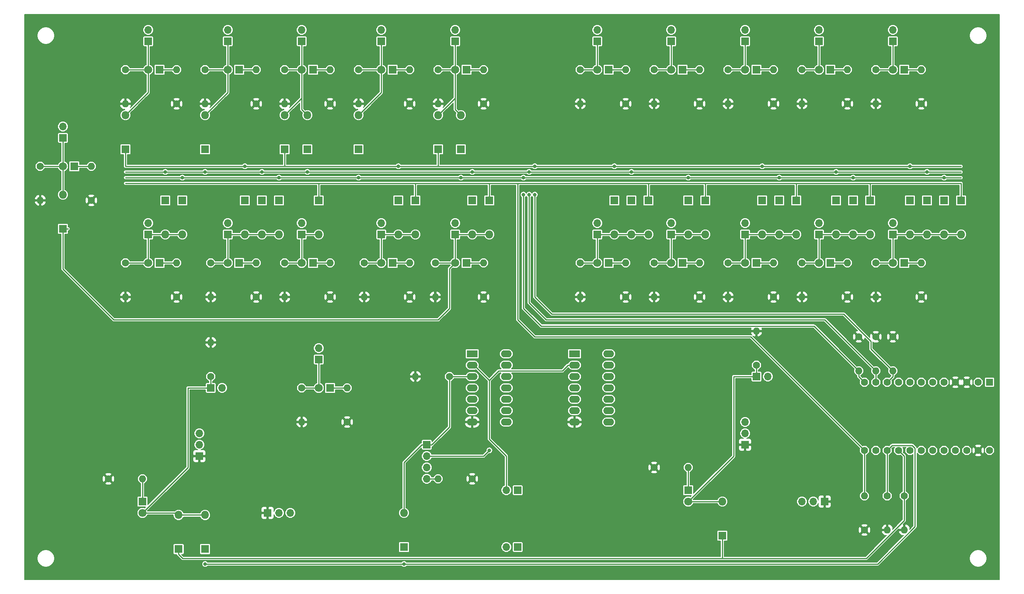
<source format=gbr>
G04 #@! TF.GenerationSoftware,KiCad,Pcbnew,(5.1.4)-1*
G04 #@! TF.CreationDate,2020-06-29T14:55:13+08:00*
G04 #@! TF.ProjectId,Kerbal Controller PCB,4b657262-616c-4204-936f-6e74726f6c6c,rev?*
G04 #@! TF.SameCoordinates,Original*
G04 #@! TF.FileFunction,Copper,L1,Top*
G04 #@! TF.FilePolarity,Positive*
%FSLAX46Y46*%
G04 Gerber Fmt 4.6, Leading zero omitted, Abs format (unit mm)*
G04 Created by KiCad (PCBNEW (5.1.4)-1) date 2020-06-29 14:55:13*
%MOMM*%
%LPD*%
G04 APERTURE LIST*
%ADD10O,1.800000X1.800000*%
%ADD11R,1.800000X1.800000*%
%ADD12O,1.600000X1.600000*%
%ADD13C,1.600000*%
%ADD14O,1.700000X1.700000*%
%ADD15R,1.700000X1.700000*%
%ADD16C,1.800000*%
%ADD17O,2.400000X1.600000*%
%ADD18R,2.400000X1.600000*%
%ADD19R,1.600000X1.600000*%
%ADD20C,0.800000*%
%ADD21C,0.250000*%
%ADD22C,0.127000*%
G04 APERTURE END LIST*
D10*
X38100000Y-58420000D03*
D11*
X38100000Y-66040000D03*
D12*
X223520000Y-97790000D03*
D13*
X223520000Y-90170000D03*
D10*
X238760000Y-67310000D03*
D11*
X238760000Y-59690000D03*
D10*
X234950000Y-67310000D03*
D11*
X234950000Y-59690000D03*
D10*
X231140000Y-67310000D03*
D11*
X231140000Y-59690000D03*
D10*
X227330000Y-67310000D03*
D11*
X227330000Y-59690000D03*
D10*
X218440000Y-67310000D03*
D11*
X218440000Y-59690000D03*
D10*
X214630000Y-67310000D03*
D11*
X214630000Y-59690000D03*
D10*
X210820000Y-67310000D03*
D11*
X210820000Y-59690000D03*
D10*
X201930000Y-67310000D03*
D11*
X201930000Y-59690000D03*
D10*
X198120000Y-67310000D03*
D11*
X198120000Y-59690000D03*
D10*
X194310000Y-67310000D03*
D11*
X194310000Y-59690000D03*
D10*
X181610000Y-67310000D03*
D11*
X181610000Y-59690000D03*
D10*
X177800000Y-67310000D03*
D11*
X177800000Y-59690000D03*
D10*
X168910000Y-67310000D03*
D11*
X168910000Y-59690000D03*
D10*
X165100000Y-67310000D03*
D11*
X165100000Y-59690000D03*
D10*
X161290000Y-67310000D03*
D11*
X161290000Y-59690000D03*
D10*
X133350000Y-67310000D03*
D11*
X133350000Y-59690000D03*
D10*
X129540000Y-67310000D03*
D11*
X129540000Y-59690000D03*
D10*
X116840000Y-67310000D03*
D11*
X116840000Y-59690000D03*
D10*
X113030000Y-67310000D03*
D11*
X113030000Y-59690000D03*
D10*
X95250000Y-67310000D03*
D11*
X95250000Y-59690000D03*
D10*
X86360000Y-67310000D03*
D11*
X86360000Y-59690000D03*
D10*
X82550000Y-67310000D03*
D11*
X82550000Y-59690000D03*
D10*
X78740000Y-67310000D03*
D11*
X78740000Y-59690000D03*
D10*
X64770000Y-67310000D03*
D11*
X64770000Y-59690000D03*
D10*
X60960000Y-67310000D03*
D11*
X60960000Y-59690000D03*
D10*
X121920000Y-40640000D03*
D11*
X121920000Y-48260000D03*
D12*
X217170000Y-125730000D03*
D13*
X217170000Y-133350000D03*
D12*
X215900000Y-97790000D03*
D13*
X215900000Y-90170000D03*
D12*
X219710000Y-97790000D03*
D13*
X219710000Y-90170000D03*
D10*
X127000000Y-40640000D03*
D11*
X127000000Y-48260000D03*
D10*
X104140000Y-40640000D03*
D11*
X104140000Y-48260000D03*
D10*
X92710000Y-40640000D03*
D11*
X92710000Y-48260000D03*
D10*
X87630000Y-40640000D03*
D11*
X87630000Y-48260000D03*
D10*
X69850000Y-40640000D03*
D11*
X69850000Y-48260000D03*
D10*
X52070000Y-40640000D03*
D11*
X52070000Y-48260000D03*
D10*
X63940000Y-130000000D03*
D11*
X63940000Y-137620000D03*
D10*
X69850000Y-130000000D03*
D11*
X69850000Y-137620000D03*
D10*
X185420000Y-127000000D03*
D11*
X185420000Y-134620000D03*
D10*
X114300000Y-129540000D03*
D11*
X114300000Y-137160000D03*
D12*
X226060000Y-133350000D03*
D13*
X226060000Y-125730000D03*
D12*
X222250000Y-133350000D03*
D13*
X222250000Y-125730000D03*
D14*
X95250000Y-92710000D03*
D15*
X95250000Y-95250000D03*
D14*
X157480000Y-21590000D03*
D15*
X157480000Y-24130000D03*
D12*
X101600000Y-101600000D03*
D13*
X101600000Y-109220000D03*
D12*
X91440000Y-109220000D03*
D13*
X91440000Y-101600000D03*
D12*
X163830000Y-30480000D03*
D13*
X163830000Y-38100000D03*
D12*
X153670000Y-38100000D03*
D13*
X153670000Y-30480000D03*
D16*
X95250000Y-101600000D03*
D11*
X97790000Y-101600000D03*
D16*
X157480000Y-30480000D03*
D11*
X160020000Y-30480000D03*
D14*
X223520000Y-64770000D03*
D15*
X223520000Y-67310000D03*
D14*
X223520000Y-21590000D03*
D15*
X223520000Y-24130000D03*
D14*
X207010000Y-64770000D03*
D15*
X207010000Y-67310000D03*
D14*
X207010000Y-21590000D03*
D15*
X207010000Y-24130000D03*
D14*
X190500000Y-64770000D03*
D15*
X190500000Y-67310000D03*
D14*
X190500000Y-21590000D03*
D15*
X190500000Y-24130000D03*
D14*
X173990000Y-64770000D03*
D15*
X173990000Y-67310000D03*
D14*
X173990000Y-21590000D03*
D15*
X173990000Y-24130000D03*
D14*
X157480000Y-64770000D03*
D15*
X157480000Y-67310000D03*
D12*
X229870000Y-73660000D03*
D13*
X229870000Y-81280000D03*
D12*
X229870000Y-30480000D03*
D13*
X229870000Y-38100000D03*
D12*
X219710000Y-81280000D03*
D13*
X219710000Y-73660000D03*
D12*
X219710000Y-38100000D03*
D13*
X219710000Y-30480000D03*
D12*
X213360000Y-73660000D03*
D13*
X213360000Y-81280000D03*
D12*
X213360000Y-30480000D03*
D13*
X213360000Y-38100000D03*
D12*
X203200000Y-81280000D03*
D13*
X203200000Y-73660000D03*
D12*
X203200000Y-38100000D03*
D13*
X203200000Y-30480000D03*
D12*
X196850000Y-73660000D03*
D13*
X196850000Y-81280000D03*
D12*
X196850000Y-30480000D03*
D13*
X196850000Y-38100000D03*
D12*
X186690000Y-81280000D03*
D13*
X186690000Y-73660000D03*
D12*
X186690000Y-38100000D03*
D13*
X186690000Y-30480000D03*
D12*
X180340000Y-73660000D03*
D13*
X180340000Y-81280000D03*
D12*
X180340000Y-30480000D03*
D13*
X180340000Y-38100000D03*
D12*
X170180000Y-81280000D03*
D13*
X170180000Y-73660000D03*
D12*
X170180000Y-38100000D03*
D13*
X170180000Y-30480000D03*
D12*
X163830000Y-73660000D03*
D13*
X163830000Y-81280000D03*
D12*
X153670000Y-81280000D03*
D13*
X153670000Y-73660000D03*
D16*
X223520000Y-73660000D03*
D11*
X226060000Y-73660000D03*
D16*
X223520000Y-30480000D03*
D11*
X226060000Y-30480000D03*
D16*
X207010000Y-73660000D03*
D11*
X209550000Y-73660000D03*
D16*
X207010000Y-30480000D03*
D11*
X209550000Y-30480000D03*
D16*
X190500000Y-73660000D03*
D11*
X193040000Y-73660000D03*
D16*
X190500000Y-30480000D03*
D11*
X193040000Y-30480000D03*
D16*
X173990000Y-73660000D03*
D11*
X176530000Y-73660000D03*
D16*
X173990000Y-30480000D03*
D11*
X176530000Y-30480000D03*
D16*
X157480000Y-73660000D03*
D11*
X160020000Y-73660000D03*
D14*
X125730000Y-64770000D03*
D15*
X125730000Y-67310000D03*
D14*
X125730000Y-21590000D03*
D15*
X125730000Y-24130000D03*
D14*
X109220000Y-64770000D03*
D15*
X109220000Y-67310000D03*
D14*
X109220000Y-21590000D03*
D15*
X109220000Y-24130000D03*
D14*
X91440000Y-64770000D03*
D15*
X91440000Y-67310000D03*
D14*
X91440000Y-21590000D03*
D15*
X91440000Y-24130000D03*
D14*
X74930000Y-64770000D03*
D15*
X74930000Y-67310000D03*
D14*
X74930000Y-21590000D03*
D15*
X74930000Y-24130000D03*
D14*
X38100000Y-43180000D03*
D15*
X38100000Y-45720000D03*
D14*
X57150000Y-64770000D03*
D15*
X57150000Y-67310000D03*
D14*
X57150000Y-21590000D03*
D15*
X57150000Y-24130000D03*
D12*
X132080000Y-73660000D03*
D13*
X132080000Y-81280000D03*
D12*
X132080000Y-30480000D03*
D13*
X132080000Y-38100000D03*
D12*
X121285000Y-81280000D03*
D13*
X121285000Y-73660000D03*
D12*
X121920000Y-38100000D03*
D13*
X121920000Y-30480000D03*
D12*
X115570000Y-73660000D03*
D13*
X115570000Y-81280000D03*
D12*
X115570000Y-30480000D03*
D13*
X115570000Y-38100000D03*
D12*
X105410000Y-81280000D03*
D13*
X105410000Y-73660000D03*
D12*
X104140000Y-38100000D03*
D13*
X104140000Y-30480000D03*
D12*
X97790000Y-73660000D03*
D13*
X97790000Y-81280000D03*
D12*
X97790000Y-30480000D03*
D13*
X97790000Y-38100000D03*
D12*
X87630000Y-81280000D03*
D13*
X87630000Y-73660000D03*
D12*
X87630000Y-38100000D03*
D13*
X87630000Y-30480000D03*
D12*
X81280000Y-73660000D03*
D13*
X81280000Y-81280000D03*
D12*
X81280000Y-30480000D03*
D13*
X81280000Y-38100000D03*
D12*
X71120000Y-81280000D03*
D13*
X71120000Y-73660000D03*
D12*
X69850000Y-38100000D03*
D13*
X69850000Y-30480000D03*
D12*
X44450000Y-52070000D03*
D13*
X44450000Y-59690000D03*
D12*
X63500000Y-73660000D03*
D13*
X63500000Y-81280000D03*
D12*
X63500000Y-30480000D03*
D13*
X63500000Y-38100000D03*
D12*
X33020000Y-59690000D03*
D13*
X33020000Y-52070000D03*
D12*
X52070000Y-81280000D03*
D13*
X52070000Y-73660000D03*
D12*
X52070000Y-38100000D03*
D13*
X52070000Y-30480000D03*
D16*
X125730000Y-73660000D03*
D11*
X128270000Y-73660000D03*
D16*
X125730000Y-30480000D03*
D11*
X128270000Y-30480000D03*
D16*
X109220000Y-73660000D03*
D11*
X111760000Y-73660000D03*
D16*
X109220000Y-30480000D03*
D11*
X111760000Y-30480000D03*
D16*
X91440000Y-73660000D03*
D11*
X93980000Y-73660000D03*
D16*
X91440000Y-30480000D03*
D11*
X93980000Y-30480000D03*
D16*
X74930000Y-73660000D03*
D11*
X77470000Y-73660000D03*
D16*
X74930000Y-30480000D03*
D11*
X77470000Y-30480000D03*
D16*
X38100000Y-52070000D03*
D11*
X40640000Y-52070000D03*
D16*
X57150000Y-73660000D03*
D11*
X59690000Y-73660000D03*
D16*
X57150000Y-30480000D03*
D11*
X59690000Y-30480000D03*
D17*
X160020000Y-93980000D03*
X152400000Y-109220000D03*
X160020000Y-96520000D03*
X152400000Y-106680000D03*
X160020000Y-99060000D03*
X152400000Y-104140000D03*
X160020000Y-101600000D03*
X152400000Y-101600000D03*
X160020000Y-104140000D03*
X152400000Y-99060000D03*
X160020000Y-106680000D03*
X152400000Y-96520000D03*
X160020000Y-109220000D03*
D18*
X152400000Y-93980000D03*
D17*
X137160000Y-93980000D03*
X129540000Y-109220000D03*
X137160000Y-96520000D03*
X129540000Y-106680000D03*
X137160000Y-99060000D03*
X129540000Y-104140000D03*
X137160000Y-101600000D03*
X129540000Y-101600000D03*
X137160000Y-104140000D03*
X129540000Y-99060000D03*
X137160000Y-106680000D03*
X129540000Y-96520000D03*
X137160000Y-109220000D03*
D18*
X129540000Y-93980000D03*
D14*
X137160000Y-124460000D03*
D15*
X139700000Y-124460000D03*
D14*
X137160000Y-137160000D03*
D15*
X139700000Y-137160000D03*
D12*
X116840000Y-99060000D03*
D13*
X124460000Y-99060000D03*
D12*
X121920000Y-121920000D03*
D13*
X129540000Y-121920000D03*
D14*
X119380000Y-121920000D03*
X119380000Y-119380000D03*
X119380000Y-116840000D03*
D15*
X119380000Y-114300000D03*
D12*
X71120000Y-91440000D03*
D13*
X71120000Y-99060000D03*
D12*
X193040000Y-88900000D03*
D13*
X193040000Y-96520000D03*
X245110000Y-115570000D03*
X242570000Y-115570000D03*
X240030000Y-115570000D03*
X237490000Y-115570000D03*
X234950000Y-115570000D03*
X232410000Y-115570000D03*
X229870000Y-115570000D03*
X227330000Y-115570000D03*
X224790000Y-115570000D03*
X222250000Y-115570000D03*
X219710000Y-115570000D03*
X217170000Y-115570000D03*
X217170000Y-100330000D03*
X219710000Y-100330000D03*
X222250000Y-100330000D03*
X224790000Y-100330000D03*
X227330000Y-100330000D03*
X229870000Y-100330000D03*
X232410000Y-100330000D03*
X234950000Y-100330000D03*
X237490000Y-100330000D03*
X240030000Y-100330000D03*
X242570000Y-100330000D03*
D19*
X245110000Y-100330000D03*
D14*
X73660000Y-101600000D03*
D15*
X71120000Y-101600000D03*
D14*
X195580000Y-99060000D03*
D15*
X193040000Y-99060000D03*
D12*
X55880000Y-121920000D03*
D13*
X48260000Y-121920000D03*
D12*
X177800000Y-119380000D03*
D13*
X170180000Y-119380000D03*
D14*
X68580000Y-111760000D03*
X68580000Y-114300000D03*
D15*
X68580000Y-116840000D03*
D14*
X88900000Y-129540000D03*
X86360000Y-129540000D03*
D15*
X83820000Y-129540000D03*
D14*
X203200000Y-127000000D03*
X205740000Y-127000000D03*
D15*
X208280000Y-127000000D03*
D14*
X190500000Y-109220000D03*
X190500000Y-111760000D03*
D15*
X190500000Y-114300000D03*
D16*
X55880000Y-129540000D03*
D11*
X55880000Y-127000000D03*
D16*
X177800000Y-127000000D03*
D11*
X177800000Y-124460000D03*
D20*
X133350000Y-115570000D03*
X69850000Y-140970000D03*
X114300000Y-140970000D03*
X78740000Y-52070000D03*
X113030000Y-52070000D03*
X161290000Y-52070000D03*
X194310000Y-52070000D03*
X227330000Y-52070000D03*
X69850000Y-53340000D03*
X60960000Y-53340000D03*
X82550000Y-53340000D03*
X129540000Y-53340000D03*
X92710000Y-53340000D03*
X165100000Y-53340000D03*
X210820000Y-53340000D03*
X231140000Y-53340000D03*
X104140000Y-54610000D03*
X64770000Y-54610000D03*
X86360000Y-54610000D03*
X127000000Y-54610000D03*
X177800000Y-54610000D03*
X198120000Y-54610000D03*
X214630000Y-54610000D03*
X234950000Y-54610000D03*
X142240000Y-58420000D03*
X142240000Y-53340000D03*
X140970000Y-58420000D03*
X140970000Y-54610000D03*
X143510000Y-58420000D03*
X143510000Y-52070000D03*
D21*
X177800000Y-119380000D02*
X177800000Y-124460000D01*
X55880000Y-121920000D02*
X55880000Y-127000000D01*
X187960000Y-116840000D02*
X187960000Y-99060000D01*
X177800000Y-127000000D02*
X187960000Y-116840000D01*
X187960000Y-99060000D02*
X193040000Y-99060000D01*
X193040000Y-99060000D02*
X193040000Y-96520000D01*
X185420000Y-127000000D02*
X177800000Y-127000000D01*
X71120000Y-101600000D02*
X66040000Y-101600000D01*
X66040000Y-119380000D02*
X55880000Y-129540000D01*
X66040000Y-101600000D02*
X66040000Y-119380000D01*
X71120000Y-101600000D02*
X71120000Y-99060000D01*
X63480000Y-129540000D02*
X63940000Y-130000000D01*
X55880000Y-129540000D02*
X63480000Y-129540000D01*
X63940000Y-130000000D02*
X69850000Y-130000000D01*
X129540000Y-99060000D02*
X124460000Y-99060000D01*
X120480000Y-114300000D02*
X119380000Y-114300000D01*
X124460000Y-110320000D02*
X120480000Y-114300000D01*
X124460000Y-99060000D02*
X124460000Y-110320000D01*
X118280000Y-114300000D02*
X119380000Y-114300000D01*
X114300000Y-129540000D02*
X114300000Y-118280000D01*
X114300000Y-118280000D02*
X118280000Y-114300000D01*
X121920000Y-121920000D02*
X119380000Y-121920000D01*
X119380000Y-116840000D02*
X132080000Y-116840000D01*
X132080000Y-116840000D02*
X133350000Y-115570000D01*
X137160000Y-124460000D02*
X137160000Y-116840000D01*
X137160000Y-116840000D02*
X133350000Y-113030000D01*
X129940000Y-96520000D02*
X129540000Y-96520000D01*
X133350000Y-99930000D02*
X129940000Y-96520000D01*
X133350000Y-113030000D02*
X133350000Y-99930000D01*
X150950000Y-96520000D02*
X152400000Y-96520000D01*
X149680000Y-97790000D02*
X150950000Y-96520000D01*
X135490000Y-97790000D02*
X149680000Y-97790000D01*
X133350000Y-99930000D02*
X135490000Y-97790000D01*
X57150000Y-24130000D02*
X57150000Y-30480000D01*
X57150000Y-30480000D02*
X52070000Y-30480000D01*
X57150000Y-35560000D02*
X52070000Y-40640000D01*
X57150000Y-30480000D02*
X57150000Y-35560000D01*
X57150000Y-67310000D02*
X57150000Y-73660000D01*
X52070000Y-73660000D02*
X57150000Y-73660000D01*
X57150000Y-67310000D02*
X64770000Y-67310000D01*
X38100000Y-45720000D02*
X38100000Y-52070000D01*
X33020000Y-52070000D02*
X38100000Y-52070000D01*
X38100000Y-52070000D02*
X38100000Y-58420000D01*
X74930000Y-24130000D02*
X74930000Y-30480000D01*
X70485000Y-30480000D02*
X74930000Y-30480000D01*
X69850000Y-30480000D02*
X70485000Y-30480000D01*
X74930000Y-35560000D02*
X69850000Y-40640000D01*
X74930000Y-30480000D02*
X74930000Y-35560000D01*
X74930000Y-67310000D02*
X74930000Y-73660000D01*
X71120000Y-73660000D02*
X74930000Y-73660000D01*
X74930000Y-67310000D02*
X86360000Y-67310000D01*
X91440000Y-24130000D02*
X91440000Y-30480000D01*
X87630000Y-30480000D02*
X91440000Y-30480000D01*
X91440000Y-36830000D02*
X87630000Y-40640000D01*
X91440000Y-30480000D02*
X91440000Y-36830000D01*
X91440000Y-39370000D02*
X92710000Y-40640000D01*
X91440000Y-36830000D02*
X91440000Y-39370000D01*
X91440000Y-67310000D02*
X91440000Y-73660000D01*
X87630000Y-73660000D02*
X91440000Y-73660000D01*
X91440000Y-67310000D02*
X95250000Y-67310000D01*
X109220000Y-24130000D02*
X109220000Y-30480000D01*
X104140000Y-30480000D02*
X109220000Y-30480000D01*
X109220000Y-35560000D02*
X104140000Y-40640000D01*
X109220000Y-30480000D02*
X109220000Y-35560000D01*
X109220000Y-67310000D02*
X109220000Y-73660000D01*
X105410000Y-73660000D02*
X109220000Y-73660000D01*
X109220000Y-67310000D02*
X116840000Y-67310000D01*
X125730000Y-24130000D02*
X125730000Y-30480000D01*
X121920000Y-30480000D02*
X125730000Y-30480000D01*
X125730000Y-36830000D02*
X121920000Y-40640000D01*
X125730000Y-30480000D02*
X125730000Y-36830000D01*
X125730000Y-39370000D02*
X127000000Y-40640000D01*
X125730000Y-36830000D02*
X125730000Y-39370000D01*
X125730000Y-67310000D02*
X125730000Y-73660000D01*
X121285000Y-73660000D02*
X125730000Y-73660000D01*
X125730000Y-67310000D02*
X133350000Y-67310000D01*
X38100000Y-66040000D02*
X39250000Y-66040000D01*
X124460000Y-74930000D02*
X125730000Y-73660000D01*
X124460000Y-83820000D02*
X124460000Y-74930000D01*
X121920000Y-86360000D02*
X124460000Y-83820000D01*
X49410000Y-86360000D02*
X121920000Y-86360000D01*
X38100000Y-75050000D02*
X49410000Y-86360000D01*
X38100000Y-66040000D02*
X38100000Y-75050000D01*
X59690000Y-30480000D02*
X63500000Y-30480000D01*
X59690000Y-73660000D02*
X63500000Y-73660000D01*
X40640000Y-52070000D02*
X44450000Y-52070000D01*
X77470000Y-30480000D02*
X81280000Y-30480000D01*
X77470000Y-73660000D02*
X81280000Y-73660000D01*
X93980000Y-30480000D02*
X97790000Y-30480000D01*
X93980000Y-73660000D02*
X97790000Y-73660000D01*
X111760000Y-30480000D02*
X115570000Y-30480000D01*
X111760000Y-73660000D02*
X115570000Y-73660000D01*
X128270000Y-30480000D02*
X132080000Y-30480000D01*
X128270000Y-73660000D02*
X132080000Y-73660000D01*
X173990000Y-24130000D02*
X173990000Y-30480000D01*
X171311370Y-30480000D02*
X173990000Y-30480000D01*
X170180000Y-30480000D02*
X171311370Y-30480000D01*
X190500000Y-25230000D02*
X190500000Y-30480000D01*
X190500000Y-24130000D02*
X190500000Y-25230000D01*
X187821370Y-30480000D02*
X190500000Y-30480000D01*
X186690000Y-30480000D02*
X187821370Y-30480000D01*
X207010000Y-24130000D02*
X207010000Y-30480000D01*
X203200000Y-30480000D02*
X207010000Y-30480000D01*
X223520000Y-25230000D02*
X223520000Y-30480000D01*
X223520000Y-24130000D02*
X223520000Y-25230000D01*
X219710000Y-30480000D02*
X223520000Y-30480000D01*
X160020000Y-73660000D02*
X163830000Y-73660000D01*
X177680000Y-30480000D02*
X180340000Y-30480000D01*
X176530000Y-30480000D02*
X177680000Y-30480000D01*
X176530000Y-73660000D02*
X180340000Y-73660000D01*
X194190000Y-30480000D02*
X196850000Y-30480000D01*
X193040000Y-30480000D02*
X194190000Y-30480000D01*
X193040000Y-73660000D02*
X196850000Y-73660000D01*
X209550000Y-30480000D02*
X213360000Y-30480000D01*
X209550000Y-73660000D02*
X213360000Y-73660000D01*
X226060000Y-30480000D02*
X229870000Y-30480000D01*
X227210000Y-73660000D02*
X229870000Y-73660000D01*
X226060000Y-73660000D02*
X227210000Y-73660000D01*
X157480000Y-67310000D02*
X157480000Y-73660000D01*
X153670000Y-73660000D02*
X157480000Y-73660000D01*
X157480000Y-67310000D02*
X168910000Y-67310000D01*
X170180000Y-73660000D02*
X173990000Y-73660000D01*
X173990000Y-67310000D02*
X173990000Y-73660000D01*
X173990000Y-67310000D02*
X181610000Y-67310000D01*
X190500000Y-67310000D02*
X190500000Y-73660000D01*
X186690000Y-73660000D02*
X190500000Y-73660000D01*
X190500000Y-67310000D02*
X201930000Y-67310000D01*
X207010000Y-67310000D02*
X207010000Y-73660000D01*
X203200000Y-73660000D02*
X207010000Y-73660000D01*
X207010000Y-67310000D02*
X218440000Y-67310000D01*
X223520000Y-67310000D02*
X223520000Y-73660000D01*
X220841370Y-73660000D02*
X223520000Y-73660000D01*
X219710000Y-73660000D02*
X220841370Y-73660000D01*
X223520000Y-67310000D02*
X238760000Y-67310000D01*
X157480000Y-24130000D02*
X157480000Y-30480000D01*
X153670000Y-30480000D02*
X157480000Y-30480000D01*
X160020000Y-30480000D02*
X163830000Y-30480000D01*
X95250000Y-95250000D02*
X95250000Y-101600000D01*
X91440000Y-101600000D02*
X95250000Y-101600000D01*
X97790000Y-101600000D02*
X101600000Y-101600000D01*
X69850000Y-140970000D02*
X114300000Y-140970000D01*
X185420000Y-134620000D02*
X185420000Y-139700000D01*
X66040000Y-139700000D02*
X185420000Y-139700000D01*
X63940000Y-138770000D02*
X64870000Y-139700000D01*
X63940000Y-137620000D02*
X63940000Y-138770000D01*
X64870000Y-139700000D02*
X66040000Y-139700000D01*
X226060000Y-116840000D02*
X224790000Y-115570000D01*
X226060000Y-125730000D02*
X226060000Y-116840000D01*
X226060000Y-126861370D02*
X226060000Y-125730000D01*
X226060000Y-131205002D02*
X226060000Y-126861370D01*
X217565002Y-139700000D02*
X226060000Y-131205002D01*
X185420000Y-139700000D02*
X217565002Y-139700000D01*
X222250000Y-125730000D02*
X222250000Y-115570000D01*
X223049999Y-114770001D02*
X222250000Y-115570000D01*
X227870001Y-114444999D02*
X223375001Y-114444999D01*
X228455001Y-115029999D02*
X227870001Y-114444999D01*
X228455001Y-132620001D02*
X228455001Y-115029999D01*
X223375001Y-114444999D02*
X223049999Y-114770001D01*
X220105002Y-140970000D02*
X228455001Y-132620001D01*
X114300000Y-140970000D02*
X220105002Y-140970000D01*
X52070000Y-48260000D02*
X52070000Y-52070000D01*
X87630000Y-48260000D02*
X87630000Y-52070000D01*
X121920000Y-48260000D02*
X121920000Y-52070000D01*
X52070000Y-52070000D02*
X78740000Y-52070000D01*
X78740000Y-52070000D02*
X87630000Y-52070000D01*
X87630000Y-52070000D02*
X113030000Y-52070000D01*
X113030000Y-52070000D02*
X121920000Y-52070000D01*
X161290000Y-52070000D02*
X194310000Y-52070000D01*
X194310000Y-52070000D02*
X227330000Y-52070000D01*
X227330000Y-52070000D02*
X238760000Y-52070000D01*
X69850000Y-53340000D02*
X60960000Y-53340000D01*
X60960000Y-53340000D02*
X52070000Y-53340000D01*
X69850000Y-53340000D02*
X82550000Y-53340000D01*
X82550000Y-53340000D02*
X92710000Y-53340000D01*
X92710000Y-53340000D02*
X129540000Y-53340000D01*
X165100000Y-53340000D02*
X210820000Y-53340000D01*
X210820000Y-53340000D02*
X231140000Y-53340000D01*
X231140000Y-53340000D02*
X238760000Y-53340000D01*
X64770000Y-54610000D02*
X52070000Y-54610000D01*
X104140000Y-54610000D02*
X86360000Y-54610000D01*
X86360000Y-54610000D02*
X64770000Y-54610000D01*
X104140000Y-54610000D02*
X127000000Y-54610000D01*
X177800000Y-54610000D02*
X198120000Y-54610000D01*
X198120000Y-54610000D02*
X214630000Y-54610000D01*
X214630000Y-54610000D02*
X234950000Y-54610000D01*
X234950000Y-54610000D02*
X238760000Y-54610000D01*
X217170000Y-125730000D02*
X217170000Y-115570000D01*
X95250000Y-55880000D02*
X52070000Y-55880000D01*
X95250000Y-59690000D02*
X95250000Y-55880000D01*
X116840000Y-59690000D02*
X116840000Y-55880000D01*
X95250000Y-55880000D02*
X116840000Y-55880000D01*
X133350000Y-59690000D02*
X133350000Y-55880000D01*
X116840000Y-55880000D02*
X133350000Y-55880000D01*
X168910000Y-59690000D02*
X168910000Y-55880000D01*
X181610000Y-59690000D02*
X181610000Y-55880000D01*
X168910000Y-55880000D02*
X181610000Y-55880000D01*
X201930000Y-59690000D02*
X201930000Y-55880000D01*
X181610000Y-55880000D02*
X201930000Y-55880000D01*
X218440000Y-59690000D02*
X218440000Y-55880000D01*
X201930000Y-55880000D02*
X218440000Y-55880000D01*
X218440000Y-55880000D02*
X238760000Y-55880000D01*
X238760000Y-59690000D02*
X238760000Y-55880000D01*
X223520000Y-99060000D02*
X222250000Y-100330000D01*
X223520000Y-97790000D02*
X223520000Y-99060000D01*
X219710000Y-97790000D02*
X219710000Y-100330000D01*
X219710000Y-97790000D02*
X208280000Y-86360000D01*
X208280000Y-86360000D02*
X146050000Y-86360000D01*
X146050000Y-86360000D02*
X142240000Y-82550000D01*
X142240000Y-82550000D02*
X142240000Y-58420000D01*
X129540000Y-53340000D02*
X142240000Y-53340000D01*
X142240000Y-53340000D02*
X165100000Y-53340000D01*
X215900000Y-99060000D02*
X217170000Y-100330000D01*
X215900000Y-97790000D02*
X215900000Y-99060000D01*
X205884999Y-87774999D02*
X144924999Y-87774999D01*
X215900000Y-97790000D02*
X205884999Y-87774999D01*
X144924999Y-87774999D02*
X144780000Y-87630000D01*
X144780000Y-87630000D02*
X140970000Y-83820000D01*
X140970000Y-83820000D02*
X140970000Y-58420000D01*
X127000000Y-54610000D02*
X140970000Y-54610000D01*
X140970000Y-54610000D02*
X177800000Y-54610000D01*
X191770000Y-90170000D02*
X143510000Y-90170000D01*
X217170000Y-115570000D02*
X191770000Y-90170000D01*
X143510000Y-90170000D02*
X139700000Y-86360000D01*
X139700000Y-86360000D02*
X139700000Y-55880000D01*
X133350000Y-55880000D02*
X139700000Y-55880000D01*
X139700000Y-55880000D02*
X168910000Y-55880000D01*
X218584999Y-91189997D02*
X212485002Y-85090000D01*
X223520000Y-97790000D02*
X218584999Y-92854999D01*
X218584999Y-92854999D02*
X218584999Y-91189997D01*
X212485002Y-85090000D02*
X147320000Y-85090000D01*
X147320000Y-85090000D02*
X143510000Y-81280000D01*
X143510000Y-81280000D02*
X143510000Y-58420000D01*
X121920000Y-52070000D02*
X143510000Y-52070000D01*
X143510000Y-52070000D02*
X161290000Y-52070000D01*
D22*
G36*
X247307500Y-144437500D02*
G01*
X29552500Y-144437500D01*
X29552500Y-139511143D01*
X32372500Y-139511143D01*
X32372500Y-139888857D01*
X32446188Y-140259314D01*
X32590734Y-140608277D01*
X32800580Y-140922335D01*
X33067665Y-141189420D01*
X33381723Y-141399266D01*
X33730686Y-141543812D01*
X34101143Y-141617500D01*
X34478857Y-141617500D01*
X34849314Y-141543812D01*
X35198277Y-141399266D01*
X35512335Y-141189420D01*
X35779420Y-140922335D01*
X35989266Y-140608277D01*
X36133812Y-140259314D01*
X36207500Y-139888857D01*
X36207500Y-139511143D01*
X36133812Y-139140686D01*
X35989266Y-138791723D01*
X35779420Y-138477665D01*
X35512335Y-138210580D01*
X35198277Y-138000734D01*
X34849314Y-137856188D01*
X34478857Y-137782500D01*
X34101143Y-137782500D01*
X33730686Y-137856188D01*
X33381723Y-138000734D01*
X33067665Y-138210580D01*
X32800580Y-138477665D01*
X32590734Y-138791723D01*
X32446188Y-139140686D01*
X32372500Y-139511143D01*
X29552500Y-139511143D01*
X29552500Y-136720000D01*
X62720964Y-136720000D01*
X62720964Y-138520000D01*
X62727094Y-138582241D01*
X62745249Y-138642090D01*
X62774731Y-138697247D01*
X62814407Y-138745593D01*
X62862753Y-138785269D01*
X62917910Y-138814751D01*
X62977759Y-138832906D01*
X63040000Y-138839036D01*
X63502160Y-138839036D01*
X63503904Y-138856745D01*
X63529205Y-138940156D01*
X63570295Y-139017029D01*
X63611735Y-139067524D01*
X63625592Y-139084409D01*
X63642476Y-139098265D01*
X64541735Y-139997525D01*
X64555591Y-140014409D01*
X64572475Y-140028265D01*
X64622971Y-140069705D01*
X64699843Y-140110795D01*
X64783255Y-140136097D01*
X64870000Y-140144641D01*
X64891737Y-140142500D01*
X185398263Y-140142500D01*
X185420000Y-140144641D01*
X185441737Y-140142500D01*
X217543268Y-140142500D01*
X217565002Y-140144641D01*
X217586736Y-140142500D01*
X217586739Y-140142500D01*
X217651747Y-140136097D01*
X217735159Y-140110795D01*
X217812031Y-140069705D01*
X217879411Y-140014409D01*
X217893272Y-139997519D01*
X224809020Y-133081771D01*
X224844662Y-133159500D01*
X225869500Y-133159500D01*
X225869500Y-132136233D01*
X225791094Y-132099697D01*
X226357521Y-131533270D01*
X226374409Y-131519411D01*
X226429705Y-131452031D01*
X226470795Y-131375159D01*
X226496097Y-131291747D01*
X226502500Y-131226739D01*
X226502500Y-131226737D01*
X226504641Y-131205003D01*
X226502500Y-131183269D01*
X226502500Y-126756284D01*
X226589335Y-126720316D01*
X226772365Y-126598019D01*
X226928019Y-126442365D01*
X227050316Y-126259335D01*
X227134555Y-126055963D01*
X227177500Y-125840064D01*
X227177500Y-125619936D01*
X227134555Y-125404037D01*
X227050316Y-125200665D01*
X226928019Y-125017635D01*
X226772365Y-124861981D01*
X226589335Y-124739684D01*
X226502500Y-124703716D01*
X226502500Y-116861733D01*
X226504641Y-116839999D01*
X226499342Y-116786205D01*
X226496097Y-116753255D01*
X226470795Y-116669843D01*
X226429705Y-116592971D01*
X226374409Y-116525591D01*
X226357519Y-116511730D01*
X225828587Y-115982798D01*
X225864555Y-115895963D01*
X225907500Y-115680064D01*
X225907500Y-115459936D01*
X225864555Y-115244037D01*
X225780316Y-115040665D01*
X225677974Y-114887499D01*
X226442026Y-114887499D01*
X226339684Y-115040665D01*
X226255445Y-115244037D01*
X226212500Y-115459936D01*
X226212500Y-115680064D01*
X226255445Y-115895963D01*
X226339684Y-116099335D01*
X226461981Y-116282365D01*
X226617635Y-116438019D01*
X226800665Y-116560316D01*
X227004037Y-116644555D01*
X227219936Y-116687500D01*
X227440064Y-116687500D01*
X227655963Y-116644555D01*
X227859335Y-116560316D01*
X228012502Y-116457973D01*
X228012501Y-132436711D01*
X227289714Y-133159498D01*
X227275339Y-133159498D01*
X227371690Y-132949374D01*
X227268328Y-132701174D01*
X227118531Y-132477908D01*
X226928055Y-132288156D01*
X226704220Y-132139210D01*
X226460625Y-132038318D01*
X226250500Y-132136233D01*
X226250500Y-133159500D01*
X226270500Y-133159500D01*
X226270500Y-133540500D01*
X226250500Y-133540500D01*
X226250500Y-133560500D01*
X225869500Y-133560500D01*
X225869500Y-133540500D01*
X224844662Y-133540500D01*
X224748310Y-133750626D01*
X224851672Y-133998826D01*
X225001469Y-134222092D01*
X225191945Y-134411844D01*
X225415780Y-134560790D01*
X225659375Y-134661682D01*
X225869498Y-134563768D01*
X225869498Y-134579714D01*
X219921713Y-140527500D01*
X114867262Y-140527500D01*
X114857319Y-140512620D01*
X114757380Y-140412681D01*
X114639864Y-140334159D01*
X114509287Y-140280073D01*
X114370668Y-140252500D01*
X114229332Y-140252500D01*
X114090713Y-140280073D01*
X113960136Y-140334159D01*
X113842620Y-140412681D01*
X113742681Y-140512620D01*
X113732738Y-140527500D01*
X70417262Y-140527500D01*
X70407319Y-140512620D01*
X70307380Y-140412681D01*
X70189864Y-140334159D01*
X70059287Y-140280073D01*
X69920668Y-140252500D01*
X69779332Y-140252500D01*
X69640713Y-140280073D01*
X69510136Y-140334159D01*
X69392620Y-140412681D01*
X69292681Y-140512620D01*
X69214159Y-140630136D01*
X69160073Y-140760713D01*
X69132500Y-140899332D01*
X69132500Y-141040668D01*
X69160073Y-141179287D01*
X69214159Y-141309864D01*
X69292681Y-141427380D01*
X69392620Y-141527319D01*
X69510136Y-141605841D01*
X69640713Y-141659927D01*
X69779332Y-141687500D01*
X69920668Y-141687500D01*
X70059287Y-141659927D01*
X70189864Y-141605841D01*
X70307380Y-141527319D01*
X70407319Y-141427380D01*
X70417262Y-141412500D01*
X113732738Y-141412500D01*
X113742681Y-141427380D01*
X113842620Y-141527319D01*
X113960136Y-141605841D01*
X114090713Y-141659927D01*
X114229332Y-141687500D01*
X114370668Y-141687500D01*
X114509287Y-141659927D01*
X114639864Y-141605841D01*
X114757380Y-141527319D01*
X114857319Y-141427380D01*
X114867262Y-141412500D01*
X220083268Y-141412500D01*
X220105002Y-141414641D01*
X220126736Y-141412500D01*
X220126739Y-141412500D01*
X220191747Y-141406097D01*
X220275159Y-141380795D01*
X220352031Y-141339705D01*
X220419411Y-141284409D01*
X220433272Y-141267519D01*
X222189648Y-139511143D01*
X240652500Y-139511143D01*
X240652500Y-139888857D01*
X240726188Y-140259314D01*
X240870734Y-140608277D01*
X241080580Y-140922335D01*
X241347665Y-141189420D01*
X241661723Y-141399266D01*
X242010686Y-141543812D01*
X242381143Y-141617500D01*
X242758857Y-141617500D01*
X243129314Y-141543812D01*
X243478277Y-141399266D01*
X243792335Y-141189420D01*
X244059420Y-140922335D01*
X244269266Y-140608277D01*
X244413812Y-140259314D01*
X244487500Y-139888857D01*
X244487500Y-139511143D01*
X244413812Y-139140686D01*
X244269266Y-138791723D01*
X244059420Y-138477665D01*
X243792335Y-138210580D01*
X243478277Y-138000734D01*
X243129314Y-137856188D01*
X242758857Y-137782500D01*
X242381143Y-137782500D01*
X242010686Y-137856188D01*
X241661723Y-138000734D01*
X241347665Y-138210580D01*
X241080580Y-138477665D01*
X240870734Y-138791723D01*
X240726188Y-139140686D01*
X240652500Y-139511143D01*
X222189648Y-139511143D01*
X228752527Y-132948265D01*
X228769410Y-132934410D01*
X228783552Y-132917178D01*
X228824706Y-132867031D01*
X228865796Y-132790158D01*
X228865796Y-132790157D01*
X228891098Y-132706746D01*
X228897501Y-132641738D01*
X228897501Y-132641735D01*
X228899642Y-132620001D01*
X228897501Y-132598267D01*
X228897501Y-116126000D01*
X229001981Y-116282365D01*
X229157635Y-116438019D01*
X229340665Y-116560316D01*
X229544037Y-116644555D01*
X229759936Y-116687500D01*
X229980064Y-116687500D01*
X230195963Y-116644555D01*
X230399335Y-116560316D01*
X230582365Y-116438019D01*
X230738019Y-116282365D01*
X230860316Y-116099335D01*
X230944555Y-115895963D01*
X230987500Y-115680064D01*
X230987500Y-115459936D01*
X231292500Y-115459936D01*
X231292500Y-115680064D01*
X231335445Y-115895963D01*
X231419684Y-116099335D01*
X231541981Y-116282365D01*
X231697635Y-116438019D01*
X231880665Y-116560316D01*
X232084037Y-116644555D01*
X232299936Y-116687500D01*
X232520064Y-116687500D01*
X232735963Y-116644555D01*
X232939335Y-116560316D01*
X233122365Y-116438019D01*
X233278019Y-116282365D01*
X233400316Y-116099335D01*
X233484555Y-115895963D01*
X233527500Y-115680064D01*
X233527500Y-115459936D01*
X233832500Y-115459936D01*
X233832500Y-115680064D01*
X233875445Y-115895963D01*
X233959684Y-116099335D01*
X234081981Y-116282365D01*
X234237635Y-116438019D01*
X234420665Y-116560316D01*
X234624037Y-116644555D01*
X234839936Y-116687500D01*
X235060064Y-116687500D01*
X235275963Y-116644555D01*
X235479335Y-116560316D01*
X235662365Y-116438019D01*
X235818019Y-116282365D01*
X235940316Y-116099335D01*
X236024555Y-115895963D01*
X236067500Y-115680064D01*
X236067500Y-115459936D01*
X236372500Y-115459936D01*
X236372500Y-115680064D01*
X236415445Y-115895963D01*
X236499684Y-116099335D01*
X236621981Y-116282365D01*
X236777635Y-116438019D01*
X236960665Y-116560316D01*
X237164037Y-116644555D01*
X237379936Y-116687500D01*
X237600064Y-116687500D01*
X237815963Y-116644555D01*
X238019335Y-116560316D01*
X238202365Y-116438019D01*
X238358019Y-116282365D01*
X238480316Y-116099335D01*
X238564555Y-115895963D01*
X238607500Y-115680064D01*
X238607500Y-115459936D01*
X238912500Y-115459936D01*
X238912500Y-115680064D01*
X238955445Y-115895963D01*
X239039684Y-116099335D01*
X239161981Y-116282365D01*
X239317635Y-116438019D01*
X239500665Y-116560316D01*
X239704037Y-116644555D01*
X239919936Y-116687500D01*
X240140064Y-116687500D01*
X240355963Y-116644555D01*
X240541469Y-116567716D01*
X241841692Y-116567716D01*
X241921846Y-116786205D01*
X242171570Y-116889285D01*
X242436606Y-116941666D01*
X242706767Y-116941333D01*
X242971673Y-116888302D01*
X243218154Y-116786205D01*
X243298308Y-116567716D01*
X242570000Y-115839408D01*
X241841692Y-116567716D01*
X240541469Y-116567716D01*
X240559335Y-116560316D01*
X240742365Y-116438019D01*
X240898019Y-116282365D01*
X241020316Y-116099335D01*
X241104555Y-115895963D01*
X241147500Y-115680064D01*
X241147500Y-115459936D01*
X241142860Y-115436606D01*
X241198334Y-115436606D01*
X241198667Y-115706767D01*
X241251698Y-115971673D01*
X241353795Y-116218154D01*
X241572284Y-116298308D01*
X242300592Y-115570000D01*
X242839408Y-115570000D01*
X243567716Y-116298308D01*
X243786205Y-116218154D01*
X243889285Y-115968430D01*
X243941666Y-115703394D01*
X243941366Y-115459936D01*
X243992500Y-115459936D01*
X243992500Y-115680064D01*
X244035445Y-115895963D01*
X244119684Y-116099335D01*
X244241981Y-116282365D01*
X244397635Y-116438019D01*
X244580665Y-116560316D01*
X244784037Y-116644555D01*
X244999936Y-116687500D01*
X245220064Y-116687500D01*
X245435963Y-116644555D01*
X245639335Y-116560316D01*
X245822365Y-116438019D01*
X245978019Y-116282365D01*
X246100316Y-116099335D01*
X246184555Y-115895963D01*
X246227500Y-115680064D01*
X246227500Y-115459936D01*
X246184555Y-115244037D01*
X246100316Y-115040665D01*
X245978019Y-114857635D01*
X245822365Y-114701981D01*
X245639335Y-114579684D01*
X245435963Y-114495445D01*
X245220064Y-114452500D01*
X244999936Y-114452500D01*
X244784037Y-114495445D01*
X244580665Y-114579684D01*
X244397635Y-114701981D01*
X244241981Y-114857635D01*
X244119684Y-115040665D01*
X244035445Y-115244037D01*
X243992500Y-115459936D01*
X243941366Y-115459936D01*
X243941333Y-115433233D01*
X243888302Y-115168327D01*
X243786205Y-114921846D01*
X243567716Y-114841692D01*
X242839408Y-115570000D01*
X242300592Y-115570000D01*
X241572284Y-114841692D01*
X241353795Y-114921846D01*
X241250715Y-115171570D01*
X241198334Y-115436606D01*
X241142860Y-115436606D01*
X241104555Y-115244037D01*
X241020316Y-115040665D01*
X240898019Y-114857635D01*
X240742365Y-114701981D01*
X240559335Y-114579684D01*
X240541470Y-114572284D01*
X241841692Y-114572284D01*
X242570000Y-115300592D01*
X243298308Y-114572284D01*
X243218154Y-114353795D01*
X242968430Y-114250715D01*
X242703394Y-114198334D01*
X242433233Y-114198667D01*
X242168327Y-114251698D01*
X241921846Y-114353795D01*
X241841692Y-114572284D01*
X240541470Y-114572284D01*
X240355963Y-114495445D01*
X240140064Y-114452500D01*
X239919936Y-114452500D01*
X239704037Y-114495445D01*
X239500665Y-114579684D01*
X239317635Y-114701981D01*
X239161981Y-114857635D01*
X239039684Y-115040665D01*
X238955445Y-115244037D01*
X238912500Y-115459936D01*
X238607500Y-115459936D01*
X238564555Y-115244037D01*
X238480316Y-115040665D01*
X238358019Y-114857635D01*
X238202365Y-114701981D01*
X238019335Y-114579684D01*
X237815963Y-114495445D01*
X237600064Y-114452500D01*
X237379936Y-114452500D01*
X237164037Y-114495445D01*
X236960665Y-114579684D01*
X236777635Y-114701981D01*
X236621981Y-114857635D01*
X236499684Y-115040665D01*
X236415445Y-115244037D01*
X236372500Y-115459936D01*
X236067500Y-115459936D01*
X236024555Y-115244037D01*
X235940316Y-115040665D01*
X235818019Y-114857635D01*
X235662365Y-114701981D01*
X235479335Y-114579684D01*
X235275963Y-114495445D01*
X235060064Y-114452500D01*
X234839936Y-114452500D01*
X234624037Y-114495445D01*
X234420665Y-114579684D01*
X234237635Y-114701981D01*
X234081981Y-114857635D01*
X233959684Y-115040665D01*
X233875445Y-115244037D01*
X233832500Y-115459936D01*
X233527500Y-115459936D01*
X233484555Y-115244037D01*
X233400316Y-115040665D01*
X233278019Y-114857635D01*
X233122365Y-114701981D01*
X232939335Y-114579684D01*
X232735963Y-114495445D01*
X232520064Y-114452500D01*
X232299936Y-114452500D01*
X232084037Y-114495445D01*
X231880665Y-114579684D01*
X231697635Y-114701981D01*
X231541981Y-114857635D01*
X231419684Y-115040665D01*
X231335445Y-115244037D01*
X231292500Y-115459936D01*
X230987500Y-115459936D01*
X230944555Y-115244037D01*
X230860316Y-115040665D01*
X230738019Y-114857635D01*
X230582365Y-114701981D01*
X230399335Y-114579684D01*
X230195963Y-114495445D01*
X229980064Y-114452500D01*
X229759936Y-114452500D01*
X229544037Y-114495445D01*
X229340665Y-114579684D01*
X229157635Y-114701981D01*
X229001981Y-114857635D01*
X228897993Y-115013263D01*
X228891936Y-114951767D01*
X228891098Y-114943254D01*
X228865796Y-114859842D01*
X228841669Y-114814704D01*
X228824706Y-114782969D01*
X228783266Y-114732474D01*
X228769410Y-114715590D01*
X228752526Y-114701734D01*
X228198270Y-114147479D01*
X228184410Y-114130590D01*
X228117030Y-114075294D01*
X228040158Y-114034204D01*
X227956746Y-114008902D01*
X227891738Y-114002499D01*
X227891735Y-114002499D01*
X227870001Y-114000358D01*
X227848267Y-114002499D01*
X223396734Y-114002499D01*
X223375000Y-114000358D01*
X223353266Y-114002499D01*
X223353264Y-114002499D01*
X223288256Y-114008902D01*
X223204844Y-114034204D01*
X223127972Y-114075294D01*
X223060592Y-114130590D01*
X223046731Y-114147480D01*
X222662798Y-114531413D01*
X222575963Y-114495445D01*
X222360064Y-114452500D01*
X222139936Y-114452500D01*
X221924037Y-114495445D01*
X221720665Y-114579684D01*
X221537635Y-114701981D01*
X221381981Y-114857635D01*
X221259684Y-115040665D01*
X221175445Y-115244037D01*
X221132500Y-115459936D01*
X221132500Y-115680064D01*
X221175445Y-115895963D01*
X221259684Y-116099335D01*
X221381981Y-116282365D01*
X221537635Y-116438019D01*
X221720665Y-116560316D01*
X221807501Y-116596284D01*
X221807500Y-124703716D01*
X221720665Y-124739684D01*
X221537635Y-124861981D01*
X221381981Y-125017635D01*
X221259684Y-125200665D01*
X221175445Y-125404037D01*
X221132500Y-125619936D01*
X221132500Y-125840064D01*
X221175445Y-126055963D01*
X221259684Y-126259335D01*
X221381981Y-126442365D01*
X221537635Y-126598019D01*
X221720665Y-126720316D01*
X221924037Y-126804555D01*
X222139936Y-126847500D01*
X222360064Y-126847500D01*
X222575963Y-126804555D01*
X222779335Y-126720316D01*
X222962365Y-126598019D01*
X223118019Y-126442365D01*
X223240316Y-126259335D01*
X223324555Y-126055963D01*
X223367500Y-125840064D01*
X223367500Y-125619936D01*
X223324555Y-125404037D01*
X223240316Y-125200665D01*
X223118019Y-125017635D01*
X222962365Y-124861981D01*
X222779335Y-124739684D01*
X222692500Y-124703716D01*
X222692500Y-116596284D01*
X222779335Y-116560316D01*
X222962365Y-116438019D01*
X223118019Y-116282365D01*
X223240316Y-116099335D01*
X223324555Y-115895963D01*
X223367500Y-115680064D01*
X223367500Y-115459936D01*
X223324555Y-115244037D01*
X223288587Y-115157202D01*
X223558290Y-114887499D01*
X223902026Y-114887499D01*
X223799684Y-115040665D01*
X223715445Y-115244037D01*
X223672500Y-115459936D01*
X223672500Y-115680064D01*
X223715445Y-115895963D01*
X223799684Y-116099335D01*
X223921981Y-116282365D01*
X224077635Y-116438019D01*
X224260665Y-116560316D01*
X224464037Y-116644555D01*
X224679936Y-116687500D01*
X224900064Y-116687500D01*
X225115963Y-116644555D01*
X225202798Y-116608587D01*
X225617501Y-117023290D01*
X225617500Y-124703716D01*
X225530665Y-124739684D01*
X225347635Y-124861981D01*
X225191981Y-125017635D01*
X225069684Y-125200665D01*
X224985445Y-125404037D01*
X224942500Y-125619936D01*
X224942500Y-125840064D01*
X224985445Y-126055963D01*
X225069684Y-126259335D01*
X225191981Y-126442365D01*
X225347635Y-126598019D01*
X225530665Y-126720316D01*
X225617500Y-126756284D01*
X225617500Y-126883106D01*
X225617501Y-126883116D01*
X225617500Y-131021713D01*
X223479715Y-133159498D01*
X223465339Y-133159498D01*
X223561690Y-132949374D01*
X223458328Y-132701174D01*
X223308531Y-132477908D01*
X223118055Y-132288156D01*
X222894220Y-132139210D01*
X222650625Y-132038318D01*
X222440500Y-132136233D01*
X222440500Y-133159500D01*
X222460500Y-133159500D01*
X222460500Y-133540500D01*
X222440500Y-133540500D01*
X222440500Y-133560500D01*
X222059500Y-133560500D01*
X222059500Y-133540500D01*
X221034662Y-133540500D01*
X220938310Y-133750626D01*
X221041672Y-133998826D01*
X221191469Y-134222092D01*
X221381945Y-134411844D01*
X221605780Y-134560790D01*
X221849375Y-134661682D01*
X222059498Y-134563768D01*
X222059498Y-134579715D01*
X217381713Y-139257500D01*
X185862500Y-139257500D01*
X185862500Y-135839036D01*
X186320000Y-135839036D01*
X186382241Y-135832906D01*
X186442090Y-135814751D01*
X186497247Y-135785269D01*
X186545593Y-135745593D01*
X186585269Y-135697247D01*
X186614751Y-135642090D01*
X186632906Y-135582241D01*
X186639036Y-135520000D01*
X186639036Y-134347716D01*
X216441692Y-134347716D01*
X216521846Y-134566205D01*
X216771570Y-134669285D01*
X217036606Y-134721666D01*
X217306767Y-134721333D01*
X217571673Y-134668302D01*
X217818154Y-134566205D01*
X217898308Y-134347716D01*
X217170000Y-133619408D01*
X216441692Y-134347716D01*
X186639036Y-134347716D01*
X186639036Y-133720000D01*
X186632906Y-133657759D01*
X186614751Y-133597910D01*
X186585269Y-133542753D01*
X186545593Y-133494407D01*
X186497247Y-133454731D01*
X186442090Y-133425249D01*
X186382241Y-133407094D01*
X186320000Y-133400964D01*
X184520000Y-133400964D01*
X184457759Y-133407094D01*
X184397910Y-133425249D01*
X184342753Y-133454731D01*
X184294407Y-133494407D01*
X184254731Y-133542753D01*
X184225249Y-133597910D01*
X184207094Y-133657759D01*
X184200964Y-133720000D01*
X184200964Y-135520000D01*
X184207094Y-135582241D01*
X184225249Y-135642090D01*
X184254731Y-135697247D01*
X184294407Y-135745593D01*
X184342753Y-135785269D01*
X184397910Y-135814751D01*
X184457759Y-135832906D01*
X184520000Y-135839036D01*
X184977500Y-135839036D01*
X184977501Y-139257500D01*
X65053290Y-139257500D01*
X64634825Y-138839036D01*
X64840000Y-138839036D01*
X64902241Y-138832906D01*
X64962090Y-138814751D01*
X65017247Y-138785269D01*
X65065593Y-138745593D01*
X65105269Y-138697247D01*
X65134751Y-138642090D01*
X65152906Y-138582241D01*
X65159036Y-138520000D01*
X65159036Y-136720000D01*
X68630964Y-136720000D01*
X68630964Y-138520000D01*
X68637094Y-138582241D01*
X68655249Y-138642090D01*
X68684731Y-138697247D01*
X68724407Y-138745593D01*
X68772753Y-138785269D01*
X68827910Y-138814751D01*
X68887759Y-138832906D01*
X68950000Y-138839036D01*
X70750000Y-138839036D01*
X70812241Y-138832906D01*
X70872090Y-138814751D01*
X70927247Y-138785269D01*
X70975593Y-138745593D01*
X71015269Y-138697247D01*
X71044751Y-138642090D01*
X71062906Y-138582241D01*
X71069036Y-138520000D01*
X71069036Y-136720000D01*
X71062906Y-136657759D01*
X71044751Y-136597910D01*
X71015269Y-136542753D01*
X70975593Y-136494407D01*
X70927247Y-136454731D01*
X70872090Y-136425249D01*
X70812241Y-136407094D01*
X70750000Y-136400964D01*
X68950000Y-136400964D01*
X68887759Y-136407094D01*
X68827910Y-136425249D01*
X68772753Y-136454731D01*
X68724407Y-136494407D01*
X68684731Y-136542753D01*
X68655249Y-136597910D01*
X68637094Y-136657759D01*
X68630964Y-136720000D01*
X65159036Y-136720000D01*
X65152906Y-136657759D01*
X65134751Y-136597910D01*
X65105269Y-136542753D01*
X65065593Y-136494407D01*
X65017247Y-136454731D01*
X64962090Y-136425249D01*
X64902241Y-136407094D01*
X64840000Y-136400964D01*
X63040000Y-136400964D01*
X62977759Y-136407094D01*
X62917910Y-136425249D01*
X62862753Y-136454731D01*
X62814407Y-136494407D01*
X62774731Y-136542753D01*
X62745249Y-136597910D01*
X62727094Y-136657759D01*
X62720964Y-136720000D01*
X29552500Y-136720000D01*
X29552500Y-136260000D01*
X113080964Y-136260000D01*
X113080964Y-138060000D01*
X113087094Y-138122241D01*
X113105249Y-138182090D01*
X113134731Y-138237247D01*
X113174407Y-138285593D01*
X113222753Y-138325269D01*
X113277910Y-138354751D01*
X113337759Y-138372906D01*
X113400000Y-138379036D01*
X115200000Y-138379036D01*
X115262241Y-138372906D01*
X115322090Y-138354751D01*
X115377247Y-138325269D01*
X115425593Y-138285593D01*
X115465269Y-138237247D01*
X115494751Y-138182090D01*
X115512906Y-138122241D01*
X115519036Y-138060000D01*
X115519036Y-137160000D01*
X135986851Y-137160000D01*
X136009393Y-137388870D01*
X136076152Y-137608945D01*
X136184562Y-137811767D01*
X136330458Y-137989542D01*
X136508233Y-138135438D01*
X136711055Y-138243848D01*
X136931130Y-138310607D01*
X137102645Y-138327500D01*
X137217355Y-138327500D01*
X137388870Y-138310607D01*
X137608945Y-138243848D01*
X137811767Y-138135438D01*
X137989542Y-137989542D01*
X138135438Y-137811767D01*
X138243848Y-137608945D01*
X138310607Y-137388870D01*
X138333149Y-137160000D01*
X138310607Y-136931130D01*
X138243848Y-136711055D01*
X138135438Y-136508233D01*
X137989542Y-136330458D01*
X137964614Y-136310000D01*
X138530964Y-136310000D01*
X138530964Y-138010000D01*
X138537094Y-138072241D01*
X138555249Y-138132090D01*
X138584731Y-138187247D01*
X138624407Y-138235593D01*
X138672753Y-138275269D01*
X138727910Y-138304751D01*
X138787759Y-138322906D01*
X138850000Y-138329036D01*
X140550000Y-138329036D01*
X140612241Y-138322906D01*
X140672090Y-138304751D01*
X140727247Y-138275269D01*
X140775593Y-138235593D01*
X140815269Y-138187247D01*
X140844751Y-138132090D01*
X140862906Y-138072241D01*
X140869036Y-138010000D01*
X140869036Y-136310000D01*
X140862906Y-136247759D01*
X140844751Y-136187910D01*
X140815269Y-136132753D01*
X140775593Y-136084407D01*
X140727247Y-136044731D01*
X140672090Y-136015249D01*
X140612241Y-135997094D01*
X140550000Y-135990964D01*
X138850000Y-135990964D01*
X138787759Y-135997094D01*
X138727910Y-136015249D01*
X138672753Y-136044731D01*
X138624407Y-136084407D01*
X138584731Y-136132753D01*
X138555249Y-136187910D01*
X138537094Y-136247759D01*
X138530964Y-136310000D01*
X137964614Y-136310000D01*
X137811767Y-136184562D01*
X137608945Y-136076152D01*
X137388870Y-136009393D01*
X137217355Y-135992500D01*
X137102645Y-135992500D01*
X136931130Y-136009393D01*
X136711055Y-136076152D01*
X136508233Y-136184562D01*
X136330458Y-136330458D01*
X136184562Y-136508233D01*
X136076152Y-136711055D01*
X136009393Y-136931130D01*
X135986851Y-137160000D01*
X115519036Y-137160000D01*
X115519036Y-136260000D01*
X115512906Y-136197759D01*
X115494751Y-136137910D01*
X115465269Y-136082753D01*
X115425593Y-136034407D01*
X115377247Y-135994731D01*
X115322090Y-135965249D01*
X115262241Y-135947094D01*
X115200000Y-135940964D01*
X113400000Y-135940964D01*
X113337759Y-135947094D01*
X113277910Y-135965249D01*
X113222753Y-135994731D01*
X113174407Y-136034407D01*
X113134731Y-136082753D01*
X113105249Y-136137910D01*
X113087094Y-136197759D01*
X113080964Y-136260000D01*
X29552500Y-136260000D01*
X29552500Y-133216606D01*
X215798334Y-133216606D01*
X215798667Y-133486767D01*
X215851698Y-133751673D01*
X215953795Y-133998154D01*
X216172284Y-134078308D01*
X216900592Y-133350000D01*
X217439408Y-133350000D01*
X218167716Y-134078308D01*
X218386205Y-133998154D01*
X218489285Y-133748430D01*
X218541666Y-133483394D01*
X218541333Y-133213233D01*
X218488512Y-132949374D01*
X220938310Y-132949374D01*
X221034662Y-133159500D01*
X222059500Y-133159500D01*
X222059500Y-132136233D01*
X221849375Y-132038318D01*
X221605780Y-132139210D01*
X221381945Y-132288156D01*
X221191469Y-132477908D01*
X221041672Y-132701174D01*
X220938310Y-132949374D01*
X218488512Y-132949374D01*
X218488302Y-132948327D01*
X218386205Y-132701846D01*
X218167716Y-132621692D01*
X217439408Y-133350000D01*
X216900592Y-133350000D01*
X216172284Y-132621692D01*
X215953795Y-132701846D01*
X215850715Y-132951570D01*
X215798334Y-133216606D01*
X29552500Y-133216606D01*
X29552500Y-132352284D01*
X216441692Y-132352284D01*
X217170000Y-133080592D01*
X217898308Y-132352284D01*
X217818154Y-132133795D01*
X217568430Y-132030715D01*
X217303394Y-131978334D01*
X217033233Y-131978667D01*
X216768327Y-132031698D01*
X216521846Y-132133795D01*
X216441692Y-132352284D01*
X29552500Y-132352284D01*
X29552500Y-126100000D01*
X54660964Y-126100000D01*
X54660964Y-127900000D01*
X54667094Y-127962241D01*
X54685249Y-128022090D01*
X54714731Y-128077247D01*
X54754407Y-128125593D01*
X54802753Y-128165269D01*
X54857910Y-128194751D01*
X54917759Y-128212906D01*
X54980000Y-128219036D01*
X56575175Y-128219036D01*
X56369335Y-128424876D01*
X56235132Y-128369288D01*
X55999913Y-128322500D01*
X55760087Y-128322500D01*
X55524868Y-128369288D01*
X55303297Y-128461065D01*
X55103889Y-128594306D01*
X54934306Y-128763889D01*
X54801065Y-128963297D01*
X54709288Y-129184868D01*
X54662500Y-129420087D01*
X54662500Y-129659913D01*
X54709288Y-129895132D01*
X54801065Y-130116703D01*
X54934306Y-130316111D01*
X55103889Y-130485694D01*
X55303297Y-130618935D01*
X55524868Y-130710712D01*
X55760087Y-130757500D01*
X55999913Y-130757500D01*
X56235132Y-130710712D01*
X56456703Y-130618935D01*
X56656111Y-130485694D01*
X56825694Y-130316111D01*
X56958935Y-130116703D01*
X57014523Y-129982500D01*
X62718334Y-129982500D01*
X62716610Y-130000000D01*
X62740117Y-130238672D01*
X62809735Y-130468171D01*
X62922788Y-130679679D01*
X63074933Y-130865067D01*
X63260321Y-131017212D01*
X63471829Y-131130265D01*
X63701328Y-131199883D01*
X63880197Y-131217500D01*
X63999803Y-131217500D01*
X64178672Y-131199883D01*
X64408171Y-131130265D01*
X64619679Y-131017212D01*
X64805067Y-130865067D01*
X64957212Y-130679679D01*
X65070265Y-130468171D01*
X65078052Y-130442500D01*
X68711948Y-130442500D01*
X68719735Y-130468171D01*
X68832788Y-130679679D01*
X68984933Y-130865067D01*
X69170321Y-131017212D01*
X69381829Y-131130265D01*
X69611328Y-131199883D01*
X69790197Y-131217500D01*
X69909803Y-131217500D01*
X70088672Y-131199883D01*
X70318171Y-131130265D01*
X70529679Y-131017212D01*
X70715067Y-130865067D01*
X70867212Y-130679679D01*
X70980265Y-130468171D01*
X71003977Y-130390000D01*
X82395735Y-130390000D01*
X82406769Y-130502034D01*
X82439448Y-130609762D01*
X82492516Y-130709045D01*
X82563933Y-130796067D01*
X82650955Y-130867484D01*
X82750238Y-130920552D01*
X82857966Y-130953231D01*
X82970000Y-130964265D01*
X83486625Y-130961500D01*
X83629500Y-130818625D01*
X83629500Y-129730500D01*
X82541375Y-129730500D01*
X82398500Y-129873375D01*
X82395735Y-130390000D01*
X71003977Y-130390000D01*
X71049883Y-130238672D01*
X71073390Y-130000000D01*
X71049883Y-129761328D01*
X70980265Y-129531829D01*
X70867212Y-129320321D01*
X70715067Y-129134933D01*
X70529679Y-128982788D01*
X70318171Y-128869735D01*
X70088672Y-128800117D01*
X69909803Y-128782500D01*
X69790197Y-128782500D01*
X69611328Y-128800117D01*
X69381829Y-128869735D01*
X69170321Y-128982788D01*
X68984933Y-129134933D01*
X68832788Y-129320321D01*
X68719735Y-129531829D01*
X68711948Y-129557500D01*
X65078052Y-129557500D01*
X65070265Y-129531829D01*
X64957212Y-129320321D01*
X64805067Y-129134933D01*
X64619679Y-128982788D01*
X64408171Y-128869735D01*
X64178672Y-128800117D01*
X63999803Y-128782500D01*
X63880197Y-128782500D01*
X63701328Y-128800117D01*
X63471829Y-128869735D01*
X63260321Y-128982788D01*
X63120545Y-129097500D01*
X57014523Y-129097500D01*
X56995124Y-129050665D01*
X57355789Y-128690000D01*
X82395735Y-128690000D01*
X82398500Y-129206625D01*
X82541375Y-129349500D01*
X83629500Y-129349500D01*
X83629500Y-128261375D01*
X84010500Y-128261375D01*
X84010500Y-129349500D01*
X84030500Y-129349500D01*
X84030500Y-129730500D01*
X84010500Y-129730500D01*
X84010500Y-130818625D01*
X84153375Y-130961500D01*
X84670000Y-130964265D01*
X84782034Y-130953231D01*
X84889762Y-130920552D01*
X84989045Y-130867484D01*
X85076067Y-130796067D01*
X85147484Y-130709045D01*
X85200552Y-130609762D01*
X85233231Y-130502034D01*
X85244265Y-130390000D01*
X85241507Y-129874737D01*
X85276152Y-129988945D01*
X85384562Y-130191767D01*
X85530458Y-130369542D01*
X85708233Y-130515438D01*
X85911055Y-130623848D01*
X86131130Y-130690607D01*
X86302645Y-130707500D01*
X86417355Y-130707500D01*
X86588870Y-130690607D01*
X86808945Y-130623848D01*
X87011767Y-130515438D01*
X87189542Y-130369542D01*
X87335438Y-130191767D01*
X87443848Y-129988945D01*
X87510607Y-129768870D01*
X87533149Y-129540000D01*
X87726851Y-129540000D01*
X87749393Y-129768870D01*
X87816152Y-129988945D01*
X87924562Y-130191767D01*
X88070458Y-130369542D01*
X88248233Y-130515438D01*
X88451055Y-130623848D01*
X88671130Y-130690607D01*
X88842645Y-130707500D01*
X88957355Y-130707500D01*
X89128870Y-130690607D01*
X89348945Y-130623848D01*
X89551767Y-130515438D01*
X89729542Y-130369542D01*
X89875438Y-130191767D01*
X89983848Y-129988945D01*
X90050607Y-129768870D01*
X90073149Y-129540000D01*
X113076610Y-129540000D01*
X113100117Y-129778672D01*
X113169735Y-130008171D01*
X113282788Y-130219679D01*
X113434933Y-130405067D01*
X113620321Y-130557212D01*
X113831829Y-130670265D01*
X114061328Y-130739883D01*
X114240197Y-130757500D01*
X114359803Y-130757500D01*
X114538672Y-130739883D01*
X114768171Y-130670265D01*
X114979679Y-130557212D01*
X115165067Y-130405067D01*
X115317212Y-130219679D01*
X115430265Y-130008171D01*
X115499883Y-129778672D01*
X115523390Y-129540000D01*
X115499883Y-129301328D01*
X115430265Y-129071829D01*
X115317212Y-128860321D01*
X115165067Y-128674933D01*
X114979679Y-128522788D01*
X114768171Y-128409735D01*
X114742500Y-128401948D01*
X114742500Y-121920000D01*
X118206851Y-121920000D01*
X118229393Y-122148870D01*
X118296152Y-122368945D01*
X118404562Y-122571767D01*
X118550458Y-122749542D01*
X118728233Y-122895438D01*
X118931055Y-123003848D01*
X119151130Y-123070607D01*
X119322645Y-123087500D01*
X119437355Y-123087500D01*
X119608870Y-123070607D01*
X119828945Y-123003848D01*
X120031767Y-122895438D01*
X120209542Y-122749542D01*
X120355438Y-122571767D01*
X120463848Y-122368945D01*
X120465803Y-122362500D01*
X120889401Y-122362500D01*
X120986337Y-122543854D01*
X121125985Y-122714015D01*
X121296146Y-122853663D01*
X121490282Y-122957431D01*
X121700932Y-123021331D01*
X121865101Y-123037500D01*
X121974899Y-123037500D01*
X122139068Y-123021331D01*
X122349718Y-122957431D01*
X122424019Y-122917716D01*
X128811692Y-122917716D01*
X128891846Y-123136205D01*
X129141570Y-123239285D01*
X129406606Y-123291666D01*
X129676767Y-123291333D01*
X129941673Y-123238302D01*
X130188154Y-123136205D01*
X130268308Y-122917716D01*
X129540000Y-122189408D01*
X128811692Y-122917716D01*
X122424019Y-122917716D01*
X122543854Y-122853663D01*
X122714015Y-122714015D01*
X122853663Y-122543854D01*
X122957431Y-122349718D01*
X123021331Y-122139068D01*
X123042907Y-121920000D01*
X123029770Y-121786606D01*
X128168334Y-121786606D01*
X128168667Y-122056767D01*
X128221698Y-122321673D01*
X128323795Y-122568154D01*
X128542284Y-122648308D01*
X129270592Y-121920000D01*
X129809408Y-121920000D01*
X130537716Y-122648308D01*
X130756205Y-122568154D01*
X130859285Y-122318430D01*
X130911666Y-122053394D01*
X130911333Y-121783233D01*
X130858302Y-121518327D01*
X130756205Y-121271846D01*
X130537716Y-121191692D01*
X129809408Y-121920000D01*
X129270592Y-121920000D01*
X128542284Y-121191692D01*
X128323795Y-121271846D01*
X128220715Y-121521570D01*
X128168334Y-121786606D01*
X123029770Y-121786606D01*
X123021331Y-121700932D01*
X122957431Y-121490282D01*
X122853663Y-121296146D01*
X122714015Y-121125985D01*
X122543854Y-120986337D01*
X122424020Y-120922284D01*
X128811692Y-120922284D01*
X129540000Y-121650592D01*
X130268308Y-120922284D01*
X130188154Y-120703795D01*
X129938430Y-120600715D01*
X129673394Y-120548334D01*
X129403233Y-120548667D01*
X129138327Y-120601698D01*
X128891846Y-120703795D01*
X128811692Y-120922284D01*
X122424020Y-120922284D01*
X122349718Y-120882569D01*
X122139068Y-120818669D01*
X121974899Y-120802500D01*
X121865101Y-120802500D01*
X121700932Y-120818669D01*
X121490282Y-120882569D01*
X121296146Y-120986337D01*
X121125985Y-121125985D01*
X120986337Y-121296146D01*
X120889401Y-121477500D01*
X120465803Y-121477500D01*
X120463848Y-121471055D01*
X120355438Y-121268233D01*
X120209542Y-121090458D01*
X120031767Y-120944562D01*
X119828945Y-120836152D01*
X119608870Y-120769393D01*
X119437355Y-120752500D01*
X119322645Y-120752500D01*
X119151130Y-120769393D01*
X118931055Y-120836152D01*
X118728233Y-120944562D01*
X118550458Y-121090458D01*
X118404562Y-121268233D01*
X118296152Y-121471055D01*
X118229393Y-121691130D01*
X118206851Y-121920000D01*
X114742500Y-121920000D01*
X114742500Y-119380000D01*
X118206851Y-119380000D01*
X118229393Y-119608870D01*
X118296152Y-119828945D01*
X118404562Y-120031767D01*
X118550458Y-120209542D01*
X118728233Y-120355438D01*
X118931055Y-120463848D01*
X119151130Y-120530607D01*
X119322645Y-120547500D01*
X119437355Y-120547500D01*
X119608870Y-120530607D01*
X119828945Y-120463848D01*
X120031767Y-120355438D01*
X120209542Y-120209542D01*
X120355438Y-120031767D01*
X120463848Y-119828945D01*
X120530607Y-119608870D01*
X120553149Y-119380000D01*
X120530607Y-119151130D01*
X120463848Y-118931055D01*
X120355438Y-118728233D01*
X120209542Y-118550458D01*
X120031767Y-118404562D01*
X119828945Y-118296152D01*
X119608870Y-118229393D01*
X119437355Y-118212500D01*
X119322645Y-118212500D01*
X119151130Y-118229393D01*
X118931055Y-118296152D01*
X118728233Y-118404562D01*
X118550458Y-118550458D01*
X118404562Y-118728233D01*
X118296152Y-118931055D01*
X118229393Y-119151130D01*
X118206851Y-119380000D01*
X114742500Y-119380000D01*
X114742500Y-118463289D01*
X116365789Y-116840000D01*
X118206851Y-116840000D01*
X118229393Y-117068870D01*
X118296152Y-117288945D01*
X118404562Y-117491767D01*
X118550458Y-117669542D01*
X118728233Y-117815438D01*
X118931055Y-117923848D01*
X119151130Y-117990607D01*
X119322645Y-118007500D01*
X119437355Y-118007500D01*
X119608870Y-117990607D01*
X119828945Y-117923848D01*
X120031767Y-117815438D01*
X120209542Y-117669542D01*
X120355438Y-117491767D01*
X120463848Y-117288945D01*
X120465803Y-117282500D01*
X132058266Y-117282500D01*
X132080000Y-117284641D01*
X132101734Y-117282500D01*
X132101737Y-117282500D01*
X132166745Y-117276097D01*
X132250157Y-117250795D01*
X132327029Y-117209705D01*
X132394409Y-117154409D01*
X132408270Y-117137519D01*
X133261780Y-116284009D01*
X133279332Y-116287500D01*
X133420668Y-116287500D01*
X133559287Y-116259927D01*
X133689864Y-116205841D01*
X133807380Y-116127319D01*
X133907319Y-116027380D01*
X133985841Y-115909864D01*
X134039927Y-115779287D01*
X134067500Y-115640668D01*
X134067500Y-115499332D01*
X134039927Y-115360713D01*
X133985841Y-115230136D01*
X133907319Y-115112620D01*
X133807380Y-115012681D01*
X133689864Y-114934159D01*
X133559287Y-114880073D01*
X133420668Y-114852500D01*
X133279332Y-114852500D01*
X133140713Y-114880073D01*
X133010136Y-114934159D01*
X132892620Y-115012681D01*
X132792681Y-115112620D01*
X132714159Y-115230136D01*
X132660073Y-115360713D01*
X132632500Y-115499332D01*
X132632500Y-115640668D01*
X132635991Y-115658220D01*
X131896711Y-116397500D01*
X120465803Y-116397500D01*
X120463848Y-116391055D01*
X120355438Y-116188233D01*
X120209542Y-116010458D01*
X120031767Y-115864562D01*
X119828945Y-115756152D01*
X119608870Y-115689393D01*
X119437355Y-115672500D01*
X119322645Y-115672500D01*
X119151130Y-115689393D01*
X118931055Y-115756152D01*
X118728233Y-115864562D01*
X118550458Y-116010458D01*
X118404562Y-116188233D01*
X118296152Y-116391055D01*
X118229393Y-116611130D01*
X118206851Y-116840000D01*
X116365789Y-116840000D01*
X118210964Y-114994826D01*
X118210964Y-115150000D01*
X118217094Y-115212241D01*
X118235249Y-115272090D01*
X118264731Y-115327247D01*
X118304407Y-115375593D01*
X118352753Y-115415269D01*
X118407910Y-115444751D01*
X118467759Y-115462906D01*
X118530000Y-115469036D01*
X120230000Y-115469036D01*
X120292241Y-115462906D01*
X120352090Y-115444751D01*
X120407247Y-115415269D01*
X120455593Y-115375593D01*
X120495269Y-115327247D01*
X120524751Y-115272090D01*
X120542906Y-115212241D01*
X120549036Y-115150000D01*
X120549036Y-114737841D01*
X120566745Y-114736097D01*
X120650157Y-114710795D01*
X120727029Y-114669705D01*
X120794409Y-114614409D01*
X120808270Y-114597519D01*
X124757525Y-110648265D01*
X124774409Y-110634409D01*
X124808802Y-110592500D01*
X124829705Y-110567030D01*
X124870795Y-110490157D01*
X124896097Y-110406745D01*
X124902500Y-110341737D01*
X124902500Y-110341735D01*
X124904641Y-110320000D01*
X124902500Y-110298266D01*
X124902500Y-109620625D01*
X127828318Y-109620625D01*
X127893804Y-109823570D01*
X128035500Y-110055093D01*
X128219641Y-110254524D01*
X128439151Y-110414199D01*
X128685594Y-110527982D01*
X128949500Y-110591500D01*
X129349500Y-110591500D01*
X129349500Y-109410500D01*
X129730500Y-109410500D01*
X129730500Y-110591500D01*
X130130500Y-110591500D01*
X130394406Y-110527982D01*
X130640849Y-110414199D01*
X130860359Y-110254524D01*
X131044500Y-110055093D01*
X131186196Y-109823570D01*
X131251682Y-109620625D01*
X131153767Y-109410500D01*
X129730500Y-109410500D01*
X129349500Y-109410500D01*
X127926233Y-109410500D01*
X127828318Y-109620625D01*
X124902500Y-109620625D01*
X124902500Y-108819375D01*
X127828318Y-108819375D01*
X127926233Y-109029500D01*
X129349500Y-109029500D01*
X129349500Y-107848500D01*
X129730500Y-107848500D01*
X129730500Y-109029500D01*
X131153767Y-109029500D01*
X131251682Y-108819375D01*
X131186196Y-108616430D01*
X131044500Y-108384907D01*
X130860359Y-108185476D01*
X130640849Y-108025801D01*
X130394406Y-107912018D01*
X130130500Y-107848500D01*
X129730500Y-107848500D01*
X129349500Y-107848500D01*
X128949500Y-107848500D01*
X128685594Y-107912018D01*
X128439151Y-108025801D01*
X128219641Y-108185476D01*
X128035500Y-108384907D01*
X127893804Y-108616430D01*
X127828318Y-108819375D01*
X124902500Y-108819375D01*
X124902500Y-106680000D01*
X128017093Y-106680000D01*
X128038669Y-106899068D01*
X128102569Y-107109718D01*
X128206337Y-107303854D01*
X128345985Y-107474015D01*
X128516146Y-107613663D01*
X128710282Y-107717431D01*
X128920932Y-107781331D01*
X129085101Y-107797500D01*
X129994899Y-107797500D01*
X130159068Y-107781331D01*
X130369718Y-107717431D01*
X130563854Y-107613663D01*
X130734015Y-107474015D01*
X130873663Y-107303854D01*
X130977431Y-107109718D01*
X131041331Y-106899068D01*
X131062907Y-106680000D01*
X131041331Y-106460932D01*
X130977431Y-106250282D01*
X130873663Y-106056146D01*
X130734015Y-105885985D01*
X130563854Y-105746337D01*
X130369718Y-105642569D01*
X130159068Y-105578669D01*
X129994899Y-105562500D01*
X129085101Y-105562500D01*
X128920932Y-105578669D01*
X128710282Y-105642569D01*
X128516146Y-105746337D01*
X128345985Y-105885985D01*
X128206337Y-106056146D01*
X128102569Y-106250282D01*
X128038669Y-106460932D01*
X128017093Y-106680000D01*
X124902500Y-106680000D01*
X124902500Y-104140000D01*
X128017093Y-104140000D01*
X128038669Y-104359068D01*
X128102569Y-104569718D01*
X128206337Y-104763854D01*
X128345985Y-104934015D01*
X128516146Y-105073663D01*
X128710282Y-105177431D01*
X128920932Y-105241331D01*
X129085101Y-105257500D01*
X129994899Y-105257500D01*
X130159068Y-105241331D01*
X130369718Y-105177431D01*
X130563854Y-105073663D01*
X130734015Y-104934015D01*
X130873663Y-104763854D01*
X130977431Y-104569718D01*
X131041331Y-104359068D01*
X131062907Y-104140000D01*
X131041331Y-103920932D01*
X130977431Y-103710282D01*
X130873663Y-103516146D01*
X130734015Y-103345985D01*
X130563854Y-103206337D01*
X130369718Y-103102569D01*
X130159068Y-103038669D01*
X129994899Y-103022500D01*
X129085101Y-103022500D01*
X128920932Y-103038669D01*
X128710282Y-103102569D01*
X128516146Y-103206337D01*
X128345985Y-103345985D01*
X128206337Y-103516146D01*
X128102569Y-103710282D01*
X128038669Y-103920932D01*
X128017093Y-104140000D01*
X124902500Y-104140000D01*
X124902500Y-101600000D01*
X128017093Y-101600000D01*
X128038669Y-101819068D01*
X128102569Y-102029718D01*
X128206337Y-102223854D01*
X128345985Y-102394015D01*
X128516146Y-102533663D01*
X128710282Y-102637431D01*
X128920932Y-102701331D01*
X129085101Y-102717500D01*
X129994899Y-102717500D01*
X130159068Y-102701331D01*
X130369718Y-102637431D01*
X130563854Y-102533663D01*
X130734015Y-102394015D01*
X130873663Y-102223854D01*
X130977431Y-102029718D01*
X131041331Y-101819068D01*
X131062907Y-101600000D01*
X131041331Y-101380932D01*
X130977431Y-101170282D01*
X130873663Y-100976146D01*
X130734015Y-100805985D01*
X130563854Y-100666337D01*
X130369718Y-100562569D01*
X130159068Y-100498669D01*
X129994899Y-100482500D01*
X129085101Y-100482500D01*
X128920932Y-100498669D01*
X128710282Y-100562569D01*
X128516146Y-100666337D01*
X128345985Y-100805985D01*
X128206337Y-100976146D01*
X128102569Y-101170282D01*
X128038669Y-101380932D01*
X128017093Y-101600000D01*
X124902500Y-101600000D01*
X124902500Y-100086284D01*
X124989335Y-100050316D01*
X125172365Y-99928019D01*
X125328019Y-99772365D01*
X125450316Y-99589335D01*
X125486284Y-99502500D01*
X128109401Y-99502500D01*
X128206337Y-99683854D01*
X128345985Y-99854015D01*
X128516146Y-99993663D01*
X128710282Y-100097431D01*
X128920932Y-100161331D01*
X129085101Y-100177500D01*
X129994899Y-100177500D01*
X130159068Y-100161331D01*
X130369718Y-100097431D01*
X130563854Y-99993663D01*
X130734015Y-99854015D01*
X130873663Y-99683854D01*
X130977431Y-99489718D01*
X131041331Y-99279068D01*
X131062907Y-99060000D01*
X131041331Y-98840932D01*
X130977431Y-98630282D01*
X130873663Y-98436146D01*
X130734015Y-98265985D01*
X130563854Y-98126337D01*
X130369718Y-98022569D01*
X130159068Y-97958669D01*
X129994899Y-97942500D01*
X129085101Y-97942500D01*
X128920932Y-97958669D01*
X128710282Y-98022569D01*
X128516146Y-98126337D01*
X128345985Y-98265985D01*
X128206337Y-98436146D01*
X128109401Y-98617500D01*
X125486284Y-98617500D01*
X125450316Y-98530665D01*
X125328019Y-98347635D01*
X125172365Y-98191981D01*
X124989335Y-98069684D01*
X124785963Y-97985445D01*
X124570064Y-97942500D01*
X124349936Y-97942500D01*
X124134037Y-97985445D01*
X123930665Y-98069684D01*
X123747635Y-98191981D01*
X123591981Y-98347635D01*
X123469684Y-98530665D01*
X123385445Y-98734037D01*
X123342500Y-98949936D01*
X123342500Y-99170064D01*
X123385445Y-99385963D01*
X123469684Y-99589335D01*
X123591981Y-99772365D01*
X123747635Y-99928019D01*
X123930665Y-100050316D01*
X124017500Y-100086284D01*
X124017501Y-110136709D01*
X120549036Y-113605175D01*
X120549036Y-113450000D01*
X120542906Y-113387759D01*
X120524751Y-113327910D01*
X120495269Y-113272753D01*
X120455593Y-113224407D01*
X120407247Y-113184731D01*
X120352090Y-113155249D01*
X120292241Y-113137094D01*
X120230000Y-113130964D01*
X118530000Y-113130964D01*
X118467759Y-113137094D01*
X118407910Y-113155249D01*
X118352753Y-113184731D01*
X118304407Y-113224407D01*
X118264731Y-113272753D01*
X118235249Y-113327910D01*
X118217094Y-113387759D01*
X118210964Y-113450000D01*
X118210964Y-113862159D01*
X118193255Y-113863903D01*
X118109843Y-113889205D01*
X118032970Y-113930295D01*
X117988702Y-113966625D01*
X117965591Y-113985591D01*
X117951735Y-114002475D01*
X114002476Y-117951735D01*
X113985592Y-117965591D01*
X113971736Y-117982475D01*
X113971735Y-117982476D01*
X113930295Y-118032971D01*
X113889205Y-118109844D01*
X113863904Y-118193255D01*
X113855359Y-118280000D01*
X113857501Y-118301745D01*
X113857500Y-128401948D01*
X113831829Y-128409735D01*
X113620321Y-128522788D01*
X113434933Y-128674933D01*
X113282788Y-128860321D01*
X113169735Y-129071829D01*
X113100117Y-129301328D01*
X113076610Y-129540000D01*
X90073149Y-129540000D01*
X90050607Y-129311130D01*
X89983848Y-129091055D01*
X89875438Y-128888233D01*
X89729542Y-128710458D01*
X89551767Y-128564562D01*
X89348945Y-128456152D01*
X89128870Y-128389393D01*
X88957355Y-128372500D01*
X88842645Y-128372500D01*
X88671130Y-128389393D01*
X88451055Y-128456152D01*
X88248233Y-128564562D01*
X88070458Y-128710458D01*
X87924562Y-128888233D01*
X87816152Y-129091055D01*
X87749393Y-129311130D01*
X87726851Y-129540000D01*
X87533149Y-129540000D01*
X87510607Y-129311130D01*
X87443848Y-129091055D01*
X87335438Y-128888233D01*
X87189542Y-128710458D01*
X87011767Y-128564562D01*
X86808945Y-128456152D01*
X86588870Y-128389393D01*
X86417355Y-128372500D01*
X86302645Y-128372500D01*
X86131130Y-128389393D01*
X85911055Y-128456152D01*
X85708233Y-128564562D01*
X85530458Y-128710458D01*
X85384562Y-128888233D01*
X85276152Y-129091055D01*
X85241507Y-129205263D01*
X85244265Y-128690000D01*
X85233231Y-128577966D01*
X85200552Y-128470238D01*
X85147484Y-128370955D01*
X85076067Y-128283933D01*
X84989045Y-128212516D01*
X84889762Y-128159448D01*
X84782034Y-128126769D01*
X84670000Y-128115735D01*
X84153375Y-128118500D01*
X84010500Y-128261375D01*
X83629500Y-128261375D01*
X83486625Y-128118500D01*
X82970000Y-128115735D01*
X82857966Y-128126769D01*
X82750238Y-128159448D01*
X82650955Y-128212516D01*
X82563933Y-128283933D01*
X82492516Y-128370955D01*
X82439448Y-128470238D01*
X82406769Y-128577966D01*
X82395735Y-128690000D01*
X57355789Y-128690000D01*
X66337525Y-119708265D01*
X66354409Y-119694409D01*
X66368551Y-119677177D01*
X66409705Y-119627030D01*
X66450795Y-119550157D01*
X66460923Y-119516767D01*
X66476097Y-119466745D01*
X66482500Y-119401737D01*
X66482500Y-119401734D01*
X66484641Y-119380000D01*
X66482500Y-119358263D01*
X66482500Y-117690000D01*
X67155735Y-117690000D01*
X67166769Y-117802034D01*
X67199448Y-117909762D01*
X67252516Y-118009045D01*
X67323933Y-118096067D01*
X67410955Y-118167484D01*
X67510238Y-118220552D01*
X67617966Y-118253231D01*
X67730000Y-118264265D01*
X68246625Y-118261500D01*
X68389500Y-118118625D01*
X68389500Y-117030500D01*
X68770500Y-117030500D01*
X68770500Y-118118625D01*
X68913375Y-118261500D01*
X69430000Y-118264265D01*
X69542034Y-118253231D01*
X69649762Y-118220552D01*
X69749045Y-118167484D01*
X69836067Y-118096067D01*
X69907484Y-118009045D01*
X69960552Y-117909762D01*
X69993231Y-117802034D01*
X70004265Y-117690000D01*
X70001500Y-117173375D01*
X69858625Y-117030500D01*
X68770500Y-117030500D01*
X68389500Y-117030500D01*
X67301375Y-117030500D01*
X67158500Y-117173375D01*
X67155735Y-117690000D01*
X66482500Y-117690000D01*
X66482500Y-115990000D01*
X67155735Y-115990000D01*
X67158500Y-116506625D01*
X67301375Y-116649500D01*
X68389500Y-116649500D01*
X68389500Y-116629500D01*
X68770500Y-116629500D01*
X68770500Y-116649500D01*
X69858625Y-116649500D01*
X70001500Y-116506625D01*
X70004265Y-115990000D01*
X69993231Y-115877966D01*
X69960552Y-115770238D01*
X69907484Y-115670955D01*
X69836067Y-115583933D01*
X69749045Y-115512516D01*
X69649762Y-115459448D01*
X69542034Y-115426769D01*
X69430000Y-115415735D01*
X68914737Y-115418493D01*
X69028945Y-115383848D01*
X69231767Y-115275438D01*
X69409542Y-115129542D01*
X69555438Y-114951767D01*
X69663848Y-114748945D01*
X69730607Y-114528870D01*
X69753149Y-114300000D01*
X69730607Y-114071130D01*
X69663848Y-113851055D01*
X69555438Y-113648233D01*
X69409542Y-113470458D01*
X69231767Y-113324562D01*
X69028945Y-113216152D01*
X68808870Y-113149393D01*
X68637355Y-113132500D01*
X68522645Y-113132500D01*
X68351130Y-113149393D01*
X68131055Y-113216152D01*
X67928233Y-113324562D01*
X67750458Y-113470458D01*
X67604562Y-113648233D01*
X67496152Y-113851055D01*
X67429393Y-114071130D01*
X67406851Y-114300000D01*
X67429393Y-114528870D01*
X67496152Y-114748945D01*
X67604562Y-114951767D01*
X67750458Y-115129542D01*
X67928233Y-115275438D01*
X68131055Y-115383848D01*
X68245263Y-115418493D01*
X67730000Y-115415735D01*
X67617966Y-115426769D01*
X67510238Y-115459448D01*
X67410955Y-115512516D01*
X67323933Y-115583933D01*
X67252516Y-115670955D01*
X67199448Y-115770238D01*
X67166769Y-115877966D01*
X67155735Y-115990000D01*
X66482500Y-115990000D01*
X66482500Y-111760000D01*
X67406851Y-111760000D01*
X67429393Y-111988870D01*
X67496152Y-112208945D01*
X67604562Y-112411767D01*
X67750458Y-112589542D01*
X67928233Y-112735438D01*
X68131055Y-112843848D01*
X68351130Y-112910607D01*
X68522645Y-112927500D01*
X68637355Y-112927500D01*
X68808870Y-112910607D01*
X69028945Y-112843848D01*
X69231767Y-112735438D01*
X69409542Y-112589542D01*
X69555438Y-112411767D01*
X69663848Y-112208945D01*
X69730607Y-111988870D01*
X69753149Y-111760000D01*
X69730607Y-111531130D01*
X69663848Y-111311055D01*
X69555438Y-111108233D01*
X69409542Y-110930458D01*
X69231767Y-110784562D01*
X69028945Y-110676152D01*
X68808870Y-110609393D01*
X68637355Y-110592500D01*
X68522645Y-110592500D01*
X68351130Y-110609393D01*
X68131055Y-110676152D01*
X67928233Y-110784562D01*
X67750458Y-110930458D01*
X67604562Y-111108233D01*
X67496152Y-111311055D01*
X67429393Y-111531130D01*
X67406851Y-111760000D01*
X66482500Y-111760000D01*
X66482500Y-109620626D01*
X90128310Y-109620626D01*
X90231672Y-109868826D01*
X90381469Y-110092092D01*
X90571945Y-110281844D01*
X90795780Y-110430790D01*
X91039375Y-110531682D01*
X91249500Y-110433767D01*
X91249500Y-109410500D01*
X91630500Y-109410500D01*
X91630500Y-110433767D01*
X91840625Y-110531682D01*
X92084220Y-110430790D01*
X92308055Y-110281844D01*
X92372427Y-110217716D01*
X100871692Y-110217716D01*
X100951846Y-110436205D01*
X101201570Y-110539285D01*
X101466606Y-110591666D01*
X101736767Y-110591333D01*
X102001673Y-110538302D01*
X102248154Y-110436205D01*
X102328308Y-110217716D01*
X101600000Y-109489408D01*
X100871692Y-110217716D01*
X92372427Y-110217716D01*
X92498531Y-110092092D01*
X92648328Y-109868826D01*
X92751690Y-109620626D01*
X92655338Y-109410500D01*
X91630500Y-109410500D01*
X91249500Y-109410500D01*
X90224662Y-109410500D01*
X90128310Y-109620626D01*
X66482500Y-109620626D01*
X66482500Y-109086606D01*
X100228334Y-109086606D01*
X100228667Y-109356767D01*
X100281698Y-109621673D01*
X100383795Y-109868154D01*
X100602284Y-109948308D01*
X101330592Y-109220000D01*
X101869408Y-109220000D01*
X102597716Y-109948308D01*
X102816205Y-109868154D01*
X102919285Y-109618430D01*
X102971666Y-109353394D01*
X102971333Y-109083233D01*
X102918302Y-108818327D01*
X102816205Y-108571846D01*
X102597716Y-108491692D01*
X101869408Y-109220000D01*
X101330592Y-109220000D01*
X100602284Y-108491692D01*
X100383795Y-108571846D01*
X100280715Y-108821570D01*
X100228334Y-109086606D01*
X66482500Y-109086606D01*
X66482500Y-108819374D01*
X90128310Y-108819374D01*
X90224662Y-109029500D01*
X91249500Y-109029500D01*
X91249500Y-108006233D01*
X91630500Y-108006233D01*
X91630500Y-109029500D01*
X92655338Y-109029500D01*
X92751690Y-108819374D01*
X92648328Y-108571174D01*
X92498531Y-108347908D01*
X92372428Y-108222284D01*
X100871692Y-108222284D01*
X101600000Y-108950592D01*
X102328308Y-108222284D01*
X102248154Y-108003795D01*
X101998430Y-107900715D01*
X101733394Y-107848334D01*
X101463233Y-107848667D01*
X101198327Y-107901698D01*
X100951846Y-108003795D01*
X100871692Y-108222284D01*
X92372428Y-108222284D01*
X92308055Y-108158156D01*
X92084220Y-108009210D01*
X91840625Y-107908318D01*
X91630500Y-108006233D01*
X91249500Y-108006233D01*
X91039375Y-107908318D01*
X90795780Y-108009210D01*
X90571945Y-108158156D01*
X90381469Y-108347908D01*
X90231672Y-108571174D01*
X90128310Y-108819374D01*
X66482500Y-108819374D01*
X66482500Y-102042500D01*
X69950964Y-102042500D01*
X69950964Y-102450000D01*
X69957094Y-102512241D01*
X69975249Y-102572090D01*
X70004731Y-102627247D01*
X70044407Y-102675593D01*
X70092753Y-102715269D01*
X70147910Y-102744751D01*
X70207759Y-102762906D01*
X70270000Y-102769036D01*
X71970000Y-102769036D01*
X72032241Y-102762906D01*
X72092090Y-102744751D01*
X72147247Y-102715269D01*
X72195593Y-102675593D01*
X72235269Y-102627247D01*
X72264751Y-102572090D01*
X72282906Y-102512241D01*
X72289036Y-102450000D01*
X72289036Y-101600000D01*
X72486851Y-101600000D01*
X72509393Y-101828870D01*
X72576152Y-102048945D01*
X72684562Y-102251767D01*
X72830458Y-102429542D01*
X73008233Y-102575438D01*
X73211055Y-102683848D01*
X73431130Y-102750607D01*
X73602645Y-102767500D01*
X73717355Y-102767500D01*
X73888870Y-102750607D01*
X74108945Y-102683848D01*
X74311767Y-102575438D01*
X74489542Y-102429542D01*
X74635438Y-102251767D01*
X74743848Y-102048945D01*
X74810607Y-101828870D01*
X74833149Y-101600000D01*
X74822309Y-101489936D01*
X90322500Y-101489936D01*
X90322500Y-101710064D01*
X90365445Y-101925963D01*
X90449684Y-102129335D01*
X90571981Y-102312365D01*
X90727635Y-102468019D01*
X90910665Y-102590316D01*
X91114037Y-102674555D01*
X91329936Y-102717500D01*
X91550064Y-102717500D01*
X91765963Y-102674555D01*
X91969335Y-102590316D01*
X92152365Y-102468019D01*
X92308019Y-102312365D01*
X92430316Y-102129335D01*
X92466284Y-102042500D01*
X94115477Y-102042500D01*
X94171065Y-102176703D01*
X94304306Y-102376111D01*
X94473889Y-102545694D01*
X94673297Y-102678935D01*
X94894868Y-102770712D01*
X95130087Y-102817500D01*
X95369913Y-102817500D01*
X95605132Y-102770712D01*
X95826703Y-102678935D01*
X96026111Y-102545694D01*
X96195694Y-102376111D01*
X96328935Y-102176703D01*
X96420712Y-101955132D01*
X96467500Y-101719913D01*
X96467500Y-101480087D01*
X96420712Y-101244868D01*
X96328935Y-101023297D01*
X96195694Y-100823889D01*
X96071805Y-100700000D01*
X96570964Y-100700000D01*
X96570964Y-102500000D01*
X96577094Y-102562241D01*
X96595249Y-102622090D01*
X96624731Y-102677247D01*
X96664407Y-102725593D01*
X96712753Y-102765269D01*
X96767910Y-102794751D01*
X96827759Y-102812906D01*
X96890000Y-102819036D01*
X98690000Y-102819036D01*
X98752241Y-102812906D01*
X98812090Y-102794751D01*
X98867247Y-102765269D01*
X98915593Y-102725593D01*
X98955269Y-102677247D01*
X98984751Y-102622090D01*
X99002906Y-102562241D01*
X99009036Y-102500000D01*
X99009036Y-102042500D01*
X100569401Y-102042500D01*
X100666337Y-102223854D01*
X100805985Y-102394015D01*
X100976146Y-102533663D01*
X101170282Y-102637431D01*
X101380932Y-102701331D01*
X101545101Y-102717500D01*
X101654899Y-102717500D01*
X101819068Y-102701331D01*
X102029718Y-102637431D01*
X102223854Y-102533663D01*
X102394015Y-102394015D01*
X102533663Y-102223854D01*
X102637431Y-102029718D01*
X102701331Y-101819068D01*
X102722907Y-101600000D01*
X102701331Y-101380932D01*
X102637431Y-101170282D01*
X102533663Y-100976146D01*
X102394015Y-100805985D01*
X102223854Y-100666337D01*
X102029718Y-100562569D01*
X101819068Y-100498669D01*
X101654899Y-100482500D01*
X101545101Y-100482500D01*
X101380932Y-100498669D01*
X101170282Y-100562569D01*
X100976146Y-100666337D01*
X100805985Y-100805985D01*
X100666337Y-100976146D01*
X100569401Y-101157500D01*
X99009036Y-101157500D01*
X99009036Y-100700000D01*
X99002906Y-100637759D01*
X98984751Y-100577910D01*
X98955269Y-100522753D01*
X98915593Y-100474407D01*
X98867247Y-100434731D01*
X98812090Y-100405249D01*
X98752241Y-100387094D01*
X98690000Y-100380964D01*
X96890000Y-100380964D01*
X96827759Y-100387094D01*
X96767910Y-100405249D01*
X96712753Y-100434731D01*
X96664407Y-100474407D01*
X96624731Y-100522753D01*
X96595249Y-100577910D01*
X96577094Y-100637759D01*
X96570964Y-100700000D01*
X96071805Y-100700000D01*
X96026111Y-100654306D01*
X95826703Y-100521065D01*
X95692500Y-100465477D01*
X95692500Y-99460625D01*
X115528318Y-99460625D01*
X115629210Y-99704220D01*
X115778156Y-99928055D01*
X115967908Y-100118531D01*
X116191174Y-100268328D01*
X116439374Y-100371690D01*
X116649500Y-100275338D01*
X116649500Y-99250500D01*
X117030500Y-99250500D01*
X117030500Y-100275338D01*
X117240626Y-100371690D01*
X117488826Y-100268328D01*
X117712092Y-100118531D01*
X117901844Y-99928055D01*
X118050790Y-99704220D01*
X118151682Y-99460625D01*
X118053767Y-99250500D01*
X117030500Y-99250500D01*
X116649500Y-99250500D01*
X115626233Y-99250500D01*
X115528318Y-99460625D01*
X95692500Y-99460625D01*
X95692500Y-98659375D01*
X115528318Y-98659375D01*
X115626233Y-98869500D01*
X116649500Y-98869500D01*
X116649500Y-97844662D01*
X117030500Y-97844662D01*
X117030500Y-98869500D01*
X118053767Y-98869500D01*
X118151682Y-98659375D01*
X118050790Y-98415780D01*
X117901844Y-98191945D01*
X117712092Y-98001469D01*
X117488826Y-97851672D01*
X117240626Y-97748310D01*
X117030500Y-97844662D01*
X116649500Y-97844662D01*
X116439374Y-97748310D01*
X116191174Y-97851672D01*
X115967908Y-98001469D01*
X115778156Y-98191945D01*
X115629210Y-98415780D01*
X115528318Y-98659375D01*
X95692500Y-98659375D01*
X95692500Y-96520000D01*
X128017093Y-96520000D01*
X128038669Y-96739068D01*
X128102569Y-96949718D01*
X128206337Y-97143854D01*
X128345985Y-97314015D01*
X128516146Y-97453663D01*
X128710282Y-97557431D01*
X128920932Y-97621331D01*
X129085101Y-97637500D01*
X129994899Y-97637500D01*
X130159068Y-97621331D01*
X130355849Y-97561638D01*
X132907501Y-100113290D01*
X132907500Y-113008265D01*
X132905359Y-113030000D01*
X132907500Y-113051734D01*
X132907500Y-113051736D01*
X132913903Y-113116744D01*
X132920076Y-113137094D01*
X132939205Y-113200156D01*
X132980295Y-113277029D01*
X133003889Y-113305779D01*
X133035591Y-113344409D01*
X133052481Y-113358270D01*
X136717501Y-117023291D01*
X136717500Y-123374197D01*
X136711055Y-123376152D01*
X136508233Y-123484562D01*
X136330458Y-123630458D01*
X136184562Y-123808233D01*
X136076152Y-124011055D01*
X136009393Y-124231130D01*
X135986851Y-124460000D01*
X136009393Y-124688870D01*
X136076152Y-124908945D01*
X136184562Y-125111767D01*
X136330458Y-125289542D01*
X136508233Y-125435438D01*
X136711055Y-125543848D01*
X136931130Y-125610607D01*
X137102645Y-125627500D01*
X137217355Y-125627500D01*
X137388870Y-125610607D01*
X137608945Y-125543848D01*
X137811767Y-125435438D01*
X137989542Y-125289542D01*
X138135438Y-125111767D01*
X138243848Y-124908945D01*
X138310607Y-124688870D01*
X138333149Y-124460000D01*
X138310607Y-124231130D01*
X138243848Y-124011055D01*
X138135438Y-123808233D01*
X137989542Y-123630458D01*
X137964614Y-123610000D01*
X138530964Y-123610000D01*
X138530964Y-125310000D01*
X138537094Y-125372241D01*
X138555249Y-125432090D01*
X138584731Y-125487247D01*
X138624407Y-125535593D01*
X138672753Y-125575269D01*
X138727910Y-125604751D01*
X138787759Y-125622906D01*
X138850000Y-125629036D01*
X140550000Y-125629036D01*
X140612241Y-125622906D01*
X140672090Y-125604751D01*
X140727247Y-125575269D01*
X140775593Y-125535593D01*
X140815269Y-125487247D01*
X140844751Y-125432090D01*
X140862906Y-125372241D01*
X140869036Y-125310000D01*
X140869036Y-123610000D01*
X140864112Y-123560000D01*
X176580964Y-123560000D01*
X176580964Y-125360000D01*
X176587094Y-125422241D01*
X176605249Y-125482090D01*
X176634731Y-125537247D01*
X176674407Y-125585593D01*
X176722753Y-125625269D01*
X176777910Y-125654751D01*
X176837759Y-125672906D01*
X176900000Y-125679036D01*
X178495175Y-125679036D01*
X178289335Y-125884876D01*
X178155132Y-125829288D01*
X177919913Y-125782500D01*
X177680087Y-125782500D01*
X177444868Y-125829288D01*
X177223297Y-125921065D01*
X177023889Y-126054306D01*
X176854306Y-126223889D01*
X176721065Y-126423297D01*
X176629288Y-126644868D01*
X176582500Y-126880087D01*
X176582500Y-127119913D01*
X176629288Y-127355132D01*
X176721065Y-127576703D01*
X176854306Y-127776111D01*
X177023889Y-127945694D01*
X177223297Y-128078935D01*
X177444868Y-128170712D01*
X177680087Y-128217500D01*
X177919913Y-128217500D01*
X178155132Y-128170712D01*
X178376703Y-128078935D01*
X178576111Y-127945694D01*
X178745694Y-127776111D01*
X178878935Y-127576703D01*
X178934523Y-127442500D01*
X184281948Y-127442500D01*
X184289735Y-127468171D01*
X184402788Y-127679679D01*
X184554933Y-127865067D01*
X184740321Y-128017212D01*
X184951829Y-128130265D01*
X185181328Y-128199883D01*
X185360197Y-128217500D01*
X185479803Y-128217500D01*
X185658672Y-128199883D01*
X185888171Y-128130265D01*
X186099679Y-128017212D01*
X186285067Y-127865067D01*
X186437212Y-127679679D01*
X186550265Y-127468171D01*
X186619883Y-127238672D01*
X186643390Y-127000000D01*
X202026851Y-127000000D01*
X202049393Y-127228870D01*
X202116152Y-127448945D01*
X202224562Y-127651767D01*
X202370458Y-127829542D01*
X202548233Y-127975438D01*
X202751055Y-128083848D01*
X202971130Y-128150607D01*
X203142645Y-128167500D01*
X203257355Y-128167500D01*
X203428870Y-128150607D01*
X203648945Y-128083848D01*
X203851767Y-127975438D01*
X204029542Y-127829542D01*
X204175438Y-127651767D01*
X204283848Y-127448945D01*
X204350607Y-127228870D01*
X204373149Y-127000000D01*
X204566851Y-127000000D01*
X204589393Y-127228870D01*
X204656152Y-127448945D01*
X204764562Y-127651767D01*
X204910458Y-127829542D01*
X205088233Y-127975438D01*
X205291055Y-128083848D01*
X205511130Y-128150607D01*
X205682645Y-128167500D01*
X205797355Y-128167500D01*
X205968870Y-128150607D01*
X206188945Y-128083848D01*
X206391767Y-127975438D01*
X206569542Y-127829542D01*
X206715438Y-127651767D01*
X206823848Y-127448945D01*
X206858493Y-127334737D01*
X206855735Y-127850000D01*
X206866769Y-127962034D01*
X206899448Y-128069762D01*
X206952516Y-128169045D01*
X207023933Y-128256067D01*
X207110955Y-128327484D01*
X207210238Y-128380552D01*
X207317966Y-128413231D01*
X207430000Y-128424265D01*
X207946625Y-128421500D01*
X208089500Y-128278625D01*
X208089500Y-127190500D01*
X208470500Y-127190500D01*
X208470500Y-128278625D01*
X208613375Y-128421500D01*
X209130000Y-128424265D01*
X209242034Y-128413231D01*
X209349762Y-128380552D01*
X209449045Y-128327484D01*
X209536067Y-128256067D01*
X209607484Y-128169045D01*
X209660552Y-128069762D01*
X209693231Y-127962034D01*
X209704265Y-127850000D01*
X209701500Y-127333375D01*
X209558625Y-127190500D01*
X208470500Y-127190500D01*
X208089500Y-127190500D01*
X208069500Y-127190500D01*
X208069500Y-126809500D01*
X208089500Y-126809500D01*
X208089500Y-125721375D01*
X208470500Y-125721375D01*
X208470500Y-126809500D01*
X209558625Y-126809500D01*
X209701500Y-126666625D01*
X209704265Y-126150000D01*
X209693231Y-126037966D01*
X209660552Y-125930238D01*
X209607484Y-125830955D01*
X209536067Y-125743933D01*
X209449045Y-125672516D01*
X209349762Y-125619448D01*
X209242034Y-125586769D01*
X209130000Y-125575735D01*
X208613375Y-125578500D01*
X208470500Y-125721375D01*
X208089500Y-125721375D01*
X207946625Y-125578500D01*
X207430000Y-125575735D01*
X207317966Y-125586769D01*
X207210238Y-125619448D01*
X207110955Y-125672516D01*
X207023933Y-125743933D01*
X206952516Y-125830955D01*
X206899448Y-125930238D01*
X206866769Y-126037966D01*
X206855735Y-126150000D01*
X206858493Y-126665263D01*
X206823848Y-126551055D01*
X206715438Y-126348233D01*
X206569542Y-126170458D01*
X206391767Y-126024562D01*
X206188945Y-125916152D01*
X205968870Y-125849393D01*
X205797355Y-125832500D01*
X205682645Y-125832500D01*
X205511130Y-125849393D01*
X205291055Y-125916152D01*
X205088233Y-126024562D01*
X204910458Y-126170458D01*
X204764562Y-126348233D01*
X204656152Y-126551055D01*
X204589393Y-126771130D01*
X204566851Y-127000000D01*
X204373149Y-127000000D01*
X204350607Y-126771130D01*
X204283848Y-126551055D01*
X204175438Y-126348233D01*
X204029542Y-126170458D01*
X203851767Y-126024562D01*
X203648945Y-125916152D01*
X203428870Y-125849393D01*
X203257355Y-125832500D01*
X203142645Y-125832500D01*
X202971130Y-125849393D01*
X202751055Y-125916152D01*
X202548233Y-126024562D01*
X202370458Y-126170458D01*
X202224562Y-126348233D01*
X202116152Y-126551055D01*
X202049393Y-126771130D01*
X202026851Y-127000000D01*
X186643390Y-127000000D01*
X186619883Y-126761328D01*
X186550265Y-126531829D01*
X186437212Y-126320321D01*
X186285067Y-126134933D01*
X186099679Y-125982788D01*
X185888171Y-125869735D01*
X185658672Y-125800117D01*
X185479803Y-125782500D01*
X185360197Y-125782500D01*
X185181328Y-125800117D01*
X184951829Y-125869735D01*
X184740321Y-125982788D01*
X184554933Y-126134933D01*
X184402788Y-126320321D01*
X184289735Y-126531829D01*
X184281948Y-126557500D01*
X178934523Y-126557500D01*
X178915124Y-126510665D01*
X188257526Y-117168264D01*
X188274409Y-117154409D01*
X188288551Y-117137177D01*
X188329705Y-117087030D01*
X188370795Y-117010157D01*
X188370795Y-117010156D01*
X188396097Y-116926745D01*
X188402500Y-116861737D01*
X188402500Y-116861734D01*
X188404641Y-116840000D01*
X188402500Y-116818263D01*
X188402500Y-115150000D01*
X189075735Y-115150000D01*
X189086769Y-115262034D01*
X189119448Y-115369762D01*
X189172516Y-115469045D01*
X189243933Y-115556067D01*
X189330955Y-115627484D01*
X189430238Y-115680552D01*
X189537966Y-115713231D01*
X189650000Y-115724265D01*
X190166625Y-115721500D01*
X190309500Y-115578625D01*
X190309500Y-114490500D01*
X190690500Y-114490500D01*
X190690500Y-115578625D01*
X190833375Y-115721500D01*
X191350000Y-115724265D01*
X191462034Y-115713231D01*
X191569762Y-115680552D01*
X191669045Y-115627484D01*
X191756067Y-115556067D01*
X191827484Y-115469045D01*
X191880552Y-115369762D01*
X191913231Y-115262034D01*
X191924265Y-115150000D01*
X191921500Y-114633375D01*
X191778625Y-114490500D01*
X190690500Y-114490500D01*
X190309500Y-114490500D01*
X189221375Y-114490500D01*
X189078500Y-114633375D01*
X189075735Y-115150000D01*
X188402500Y-115150000D01*
X188402500Y-113450000D01*
X189075735Y-113450000D01*
X189078500Y-113966625D01*
X189221375Y-114109500D01*
X190309500Y-114109500D01*
X190309500Y-114089500D01*
X190690500Y-114089500D01*
X190690500Y-114109500D01*
X191778625Y-114109500D01*
X191921500Y-113966625D01*
X191924265Y-113450000D01*
X191913231Y-113337966D01*
X191880552Y-113230238D01*
X191827484Y-113130955D01*
X191756067Y-113043933D01*
X191669045Y-112972516D01*
X191569762Y-112919448D01*
X191462034Y-112886769D01*
X191350000Y-112875735D01*
X190834737Y-112878493D01*
X190948945Y-112843848D01*
X191151767Y-112735438D01*
X191329542Y-112589542D01*
X191475438Y-112411767D01*
X191583848Y-112208945D01*
X191650607Y-111988870D01*
X191673149Y-111760000D01*
X191650607Y-111531130D01*
X191583848Y-111311055D01*
X191475438Y-111108233D01*
X191329542Y-110930458D01*
X191151767Y-110784562D01*
X190948945Y-110676152D01*
X190728870Y-110609393D01*
X190557355Y-110592500D01*
X190442645Y-110592500D01*
X190271130Y-110609393D01*
X190051055Y-110676152D01*
X189848233Y-110784562D01*
X189670458Y-110930458D01*
X189524562Y-111108233D01*
X189416152Y-111311055D01*
X189349393Y-111531130D01*
X189326851Y-111760000D01*
X189349393Y-111988870D01*
X189416152Y-112208945D01*
X189524562Y-112411767D01*
X189670458Y-112589542D01*
X189848233Y-112735438D01*
X190051055Y-112843848D01*
X190165263Y-112878493D01*
X189650000Y-112875735D01*
X189537966Y-112886769D01*
X189430238Y-112919448D01*
X189330955Y-112972516D01*
X189243933Y-113043933D01*
X189172516Y-113130955D01*
X189119448Y-113230238D01*
X189086769Y-113337966D01*
X189075735Y-113450000D01*
X188402500Y-113450000D01*
X188402500Y-109220000D01*
X189326851Y-109220000D01*
X189349393Y-109448870D01*
X189416152Y-109668945D01*
X189524562Y-109871767D01*
X189670458Y-110049542D01*
X189848233Y-110195438D01*
X190051055Y-110303848D01*
X190271130Y-110370607D01*
X190442645Y-110387500D01*
X190557355Y-110387500D01*
X190728870Y-110370607D01*
X190948945Y-110303848D01*
X191151767Y-110195438D01*
X191329542Y-110049542D01*
X191475438Y-109871767D01*
X191583848Y-109668945D01*
X191650607Y-109448870D01*
X191673149Y-109220000D01*
X191650607Y-108991130D01*
X191583848Y-108771055D01*
X191475438Y-108568233D01*
X191329542Y-108390458D01*
X191151767Y-108244562D01*
X190948945Y-108136152D01*
X190728870Y-108069393D01*
X190557355Y-108052500D01*
X190442645Y-108052500D01*
X190271130Y-108069393D01*
X190051055Y-108136152D01*
X189848233Y-108244562D01*
X189670458Y-108390458D01*
X189524562Y-108568233D01*
X189416152Y-108771055D01*
X189349393Y-108991130D01*
X189326851Y-109220000D01*
X188402500Y-109220000D01*
X188402500Y-99502500D01*
X191870964Y-99502500D01*
X191870964Y-99910000D01*
X191877094Y-99972241D01*
X191895249Y-100032090D01*
X191924731Y-100087247D01*
X191964407Y-100135593D01*
X192012753Y-100175269D01*
X192067910Y-100204751D01*
X192127759Y-100222906D01*
X192190000Y-100229036D01*
X193890000Y-100229036D01*
X193952241Y-100222906D01*
X194012090Y-100204751D01*
X194067247Y-100175269D01*
X194115593Y-100135593D01*
X194155269Y-100087247D01*
X194184751Y-100032090D01*
X194202906Y-99972241D01*
X194209036Y-99910000D01*
X194209036Y-99060000D01*
X194406851Y-99060000D01*
X194429393Y-99288870D01*
X194496152Y-99508945D01*
X194604562Y-99711767D01*
X194750458Y-99889542D01*
X194928233Y-100035438D01*
X195131055Y-100143848D01*
X195351130Y-100210607D01*
X195522645Y-100227500D01*
X195637355Y-100227500D01*
X195808870Y-100210607D01*
X196028945Y-100143848D01*
X196231767Y-100035438D01*
X196409542Y-99889542D01*
X196555438Y-99711767D01*
X196663848Y-99508945D01*
X196730607Y-99288870D01*
X196753149Y-99060000D01*
X196730607Y-98831130D01*
X196663848Y-98611055D01*
X196555438Y-98408233D01*
X196409542Y-98230458D01*
X196231767Y-98084562D01*
X196028945Y-97976152D01*
X195808870Y-97909393D01*
X195637355Y-97892500D01*
X195522645Y-97892500D01*
X195351130Y-97909393D01*
X195131055Y-97976152D01*
X194928233Y-98084562D01*
X194750458Y-98230458D01*
X194604562Y-98408233D01*
X194496152Y-98611055D01*
X194429393Y-98831130D01*
X194406851Y-99060000D01*
X194209036Y-99060000D01*
X194209036Y-98210000D01*
X194202906Y-98147759D01*
X194184751Y-98087910D01*
X194155269Y-98032753D01*
X194115593Y-97984407D01*
X194067247Y-97944731D01*
X194012090Y-97915249D01*
X193952241Y-97897094D01*
X193890000Y-97890964D01*
X193482500Y-97890964D01*
X193482500Y-97546284D01*
X193569335Y-97510316D01*
X193752365Y-97388019D01*
X193908019Y-97232365D01*
X194030316Y-97049335D01*
X194114555Y-96845963D01*
X194157500Y-96630064D01*
X194157500Y-96409936D01*
X194114555Y-96194037D01*
X194030316Y-95990665D01*
X193908019Y-95807635D01*
X193752365Y-95651981D01*
X193569335Y-95529684D01*
X193365963Y-95445445D01*
X193150064Y-95402500D01*
X192929936Y-95402500D01*
X192714037Y-95445445D01*
X192510665Y-95529684D01*
X192327635Y-95651981D01*
X192171981Y-95807635D01*
X192049684Y-95990665D01*
X191965445Y-96194037D01*
X191922500Y-96409936D01*
X191922500Y-96630064D01*
X191965445Y-96845963D01*
X192049684Y-97049335D01*
X192171981Y-97232365D01*
X192327635Y-97388019D01*
X192510665Y-97510316D01*
X192597501Y-97546284D01*
X192597500Y-97890964D01*
X192190000Y-97890964D01*
X192127759Y-97897094D01*
X192067910Y-97915249D01*
X192012753Y-97944731D01*
X191964407Y-97984407D01*
X191924731Y-98032753D01*
X191895249Y-98087910D01*
X191877094Y-98147759D01*
X191870964Y-98210000D01*
X191870964Y-98617500D01*
X187981737Y-98617500D01*
X187960000Y-98615359D01*
X187938263Y-98617500D01*
X187873255Y-98623903D01*
X187789843Y-98649205D01*
X187712971Y-98690295D01*
X187645591Y-98745591D01*
X187590295Y-98812971D01*
X187549205Y-98889843D01*
X187523903Y-98973255D01*
X187515359Y-99060000D01*
X187517501Y-99081747D01*
X187517500Y-116656710D01*
X179019036Y-125155175D01*
X179019036Y-123560000D01*
X179012906Y-123497759D01*
X178994751Y-123437910D01*
X178965269Y-123382753D01*
X178925593Y-123334407D01*
X178877247Y-123294731D01*
X178822090Y-123265249D01*
X178762241Y-123247094D01*
X178700000Y-123240964D01*
X178242500Y-123240964D01*
X178242500Y-120410599D01*
X178423854Y-120313663D01*
X178594015Y-120174015D01*
X178733663Y-120003854D01*
X178837431Y-119809718D01*
X178901331Y-119599068D01*
X178922907Y-119380000D01*
X178901331Y-119160932D01*
X178837431Y-118950282D01*
X178733663Y-118756146D01*
X178594015Y-118585985D01*
X178423854Y-118446337D01*
X178229718Y-118342569D01*
X178019068Y-118278669D01*
X177854899Y-118262500D01*
X177745101Y-118262500D01*
X177580932Y-118278669D01*
X177370282Y-118342569D01*
X177176146Y-118446337D01*
X177005985Y-118585985D01*
X176866337Y-118756146D01*
X176762569Y-118950282D01*
X176698669Y-119160932D01*
X176677093Y-119380000D01*
X176698669Y-119599068D01*
X176762569Y-119809718D01*
X176866337Y-120003854D01*
X177005985Y-120174015D01*
X177176146Y-120313663D01*
X177357500Y-120410599D01*
X177357501Y-123240964D01*
X176900000Y-123240964D01*
X176837759Y-123247094D01*
X176777910Y-123265249D01*
X176722753Y-123294731D01*
X176674407Y-123334407D01*
X176634731Y-123382753D01*
X176605249Y-123437910D01*
X176587094Y-123497759D01*
X176580964Y-123560000D01*
X140864112Y-123560000D01*
X140862906Y-123547759D01*
X140844751Y-123487910D01*
X140815269Y-123432753D01*
X140775593Y-123384407D01*
X140727247Y-123344731D01*
X140672090Y-123315249D01*
X140612241Y-123297094D01*
X140550000Y-123290964D01*
X138850000Y-123290964D01*
X138787759Y-123297094D01*
X138727910Y-123315249D01*
X138672753Y-123344731D01*
X138624407Y-123384407D01*
X138584731Y-123432753D01*
X138555249Y-123487910D01*
X138537094Y-123547759D01*
X138530964Y-123610000D01*
X137964614Y-123610000D01*
X137811767Y-123484562D01*
X137608945Y-123376152D01*
X137602500Y-123374197D01*
X137602500Y-120377716D01*
X169451692Y-120377716D01*
X169531846Y-120596205D01*
X169781570Y-120699285D01*
X170046606Y-120751666D01*
X170316767Y-120751333D01*
X170581673Y-120698302D01*
X170828154Y-120596205D01*
X170908308Y-120377716D01*
X170180000Y-119649408D01*
X169451692Y-120377716D01*
X137602500Y-120377716D01*
X137602500Y-119246606D01*
X168808334Y-119246606D01*
X168808667Y-119516767D01*
X168861698Y-119781673D01*
X168963795Y-120028154D01*
X169182284Y-120108308D01*
X169910592Y-119380000D01*
X170449408Y-119380000D01*
X171177716Y-120108308D01*
X171396205Y-120028154D01*
X171499285Y-119778430D01*
X171551666Y-119513394D01*
X171551333Y-119243233D01*
X171498302Y-118978327D01*
X171396205Y-118731846D01*
X171177716Y-118651692D01*
X170449408Y-119380000D01*
X169910592Y-119380000D01*
X169182284Y-118651692D01*
X168963795Y-118731846D01*
X168860715Y-118981570D01*
X168808334Y-119246606D01*
X137602500Y-119246606D01*
X137602500Y-118382284D01*
X169451692Y-118382284D01*
X170180000Y-119110592D01*
X170908308Y-118382284D01*
X170828154Y-118163795D01*
X170578430Y-118060715D01*
X170313394Y-118008334D01*
X170043233Y-118008667D01*
X169778327Y-118061698D01*
X169531846Y-118163795D01*
X169451692Y-118382284D01*
X137602500Y-118382284D01*
X137602500Y-116861736D01*
X137604641Y-116840000D01*
X137596097Y-116753255D01*
X137570795Y-116669843D01*
X137529705Y-116592971D01*
X137488265Y-116542475D01*
X137474409Y-116525591D01*
X137457525Y-116511735D01*
X133792500Y-112846711D01*
X133792500Y-109220000D01*
X135637093Y-109220000D01*
X135658669Y-109439068D01*
X135722569Y-109649718D01*
X135826337Y-109843854D01*
X135965985Y-110014015D01*
X136136146Y-110153663D01*
X136330282Y-110257431D01*
X136540932Y-110321331D01*
X136705101Y-110337500D01*
X137614899Y-110337500D01*
X137779068Y-110321331D01*
X137989718Y-110257431D01*
X138183854Y-110153663D01*
X138354015Y-110014015D01*
X138493663Y-109843854D01*
X138597431Y-109649718D01*
X138606256Y-109620625D01*
X150688318Y-109620625D01*
X150753804Y-109823570D01*
X150895500Y-110055093D01*
X151079641Y-110254524D01*
X151299151Y-110414199D01*
X151545594Y-110527982D01*
X151809500Y-110591500D01*
X152209500Y-110591500D01*
X152209500Y-109410500D01*
X152590500Y-109410500D01*
X152590500Y-110591500D01*
X152990500Y-110591500D01*
X153254406Y-110527982D01*
X153500849Y-110414199D01*
X153720359Y-110254524D01*
X153904500Y-110055093D01*
X154046196Y-109823570D01*
X154111682Y-109620625D01*
X154013767Y-109410500D01*
X152590500Y-109410500D01*
X152209500Y-109410500D01*
X150786233Y-109410500D01*
X150688318Y-109620625D01*
X138606256Y-109620625D01*
X138661331Y-109439068D01*
X138682907Y-109220000D01*
X158497093Y-109220000D01*
X158518669Y-109439068D01*
X158582569Y-109649718D01*
X158686337Y-109843854D01*
X158825985Y-110014015D01*
X158996146Y-110153663D01*
X159190282Y-110257431D01*
X159400932Y-110321331D01*
X159565101Y-110337500D01*
X160474899Y-110337500D01*
X160639068Y-110321331D01*
X160849718Y-110257431D01*
X161043854Y-110153663D01*
X161214015Y-110014015D01*
X161353663Y-109843854D01*
X161457431Y-109649718D01*
X161521331Y-109439068D01*
X161542907Y-109220000D01*
X161521331Y-109000932D01*
X161457431Y-108790282D01*
X161353663Y-108596146D01*
X161214015Y-108425985D01*
X161043854Y-108286337D01*
X160849718Y-108182569D01*
X160639068Y-108118669D01*
X160474899Y-108102500D01*
X159565101Y-108102500D01*
X159400932Y-108118669D01*
X159190282Y-108182569D01*
X158996146Y-108286337D01*
X158825985Y-108425985D01*
X158686337Y-108596146D01*
X158582569Y-108790282D01*
X158518669Y-109000932D01*
X158497093Y-109220000D01*
X138682907Y-109220000D01*
X138661331Y-109000932D01*
X138606257Y-108819375D01*
X150688318Y-108819375D01*
X150786233Y-109029500D01*
X152209500Y-109029500D01*
X152209500Y-107848500D01*
X152590500Y-107848500D01*
X152590500Y-109029500D01*
X154013767Y-109029500D01*
X154111682Y-108819375D01*
X154046196Y-108616430D01*
X153904500Y-108384907D01*
X153720359Y-108185476D01*
X153500849Y-108025801D01*
X153254406Y-107912018D01*
X152990500Y-107848500D01*
X152590500Y-107848500D01*
X152209500Y-107848500D01*
X151809500Y-107848500D01*
X151545594Y-107912018D01*
X151299151Y-108025801D01*
X151079641Y-108185476D01*
X150895500Y-108384907D01*
X150753804Y-108616430D01*
X150688318Y-108819375D01*
X138606257Y-108819375D01*
X138597431Y-108790282D01*
X138493663Y-108596146D01*
X138354015Y-108425985D01*
X138183854Y-108286337D01*
X137989718Y-108182569D01*
X137779068Y-108118669D01*
X137614899Y-108102500D01*
X136705101Y-108102500D01*
X136540932Y-108118669D01*
X136330282Y-108182569D01*
X136136146Y-108286337D01*
X135965985Y-108425985D01*
X135826337Y-108596146D01*
X135722569Y-108790282D01*
X135658669Y-109000932D01*
X135637093Y-109220000D01*
X133792500Y-109220000D01*
X133792500Y-106680000D01*
X135637093Y-106680000D01*
X135658669Y-106899068D01*
X135722569Y-107109718D01*
X135826337Y-107303854D01*
X135965985Y-107474015D01*
X136136146Y-107613663D01*
X136330282Y-107717431D01*
X136540932Y-107781331D01*
X136705101Y-107797500D01*
X137614899Y-107797500D01*
X137779068Y-107781331D01*
X137989718Y-107717431D01*
X138183854Y-107613663D01*
X138354015Y-107474015D01*
X138493663Y-107303854D01*
X138597431Y-107109718D01*
X138661331Y-106899068D01*
X138682907Y-106680000D01*
X150877093Y-106680000D01*
X150898669Y-106899068D01*
X150962569Y-107109718D01*
X151066337Y-107303854D01*
X151205985Y-107474015D01*
X151376146Y-107613663D01*
X151570282Y-107717431D01*
X151780932Y-107781331D01*
X151945101Y-107797500D01*
X152854899Y-107797500D01*
X153019068Y-107781331D01*
X153229718Y-107717431D01*
X153423854Y-107613663D01*
X153594015Y-107474015D01*
X153733663Y-107303854D01*
X153837431Y-107109718D01*
X153901331Y-106899068D01*
X153922907Y-106680000D01*
X158497093Y-106680000D01*
X158518669Y-106899068D01*
X158582569Y-107109718D01*
X158686337Y-107303854D01*
X158825985Y-107474015D01*
X158996146Y-107613663D01*
X159190282Y-107717431D01*
X159400932Y-107781331D01*
X159565101Y-107797500D01*
X160474899Y-107797500D01*
X160639068Y-107781331D01*
X160849718Y-107717431D01*
X161043854Y-107613663D01*
X161214015Y-107474015D01*
X161353663Y-107303854D01*
X161457431Y-107109718D01*
X161521331Y-106899068D01*
X161542907Y-106680000D01*
X161521331Y-106460932D01*
X161457431Y-106250282D01*
X161353663Y-106056146D01*
X161214015Y-105885985D01*
X161043854Y-105746337D01*
X160849718Y-105642569D01*
X160639068Y-105578669D01*
X160474899Y-105562500D01*
X159565101Y-105562500D01*
X159400932Y-105578669D01*
X159190282Y-105642569D01*
X158996146Y-105746337D01*
X158825985Y-105885985D01*
X158686337Y-106056146D01*
X158582569Y-106250282D01*
X158518669Y-106460932D01*
X158497093Y-106680000D01*
X153922907Y-106680000D01*
X153901331Y-106460932D01*
X153837431Y-106250282D01*
X153733663Y-106056146D01*
X153594015Y-105885985D01*
X153423854Y-105746337D01*
X153229718Y-105642569D01*
X153019068Y-105578669D01*
X152854899Y-105562500D01*
X151945101Y-105562500D01*
X151780932Y-105578669D01*
X151570282Y-105642569D01*
X151376146Y-105746337D01*
X151205985Y-105885985D01*
X151066337Y-106056146D01*
X150962569Y-106250282D01*
X150898669Y-106460932D01*
X150877093Y-106680000D01*
X138682907Y-106680000D01*
X138661331Y-106460932D01*
X138597431Y-106250282D01*
X138493663Y-106056146D01*
X138354015Y-105885985D01*
X138183854Y-105746337D01*
X137989718Y-105642569D01*
X137779068Y-105578669D01*
X137614899Y-105562500D01*
X136705101Y-105562500D01*
X136540932Y-105578669D01*
X136330282Y-105642569D01*
X136136146Y-105746337D01*
X135965985Y-105885985D01*
X135826337Y-106056146D01*
X135722569Y-106250282D01*
X135658669Y-106460932D01*
X135637093Y-106680000D01*
X133792500Y-106680000D01*
X133792500Y-104140000D01*
X135637093Y-104140000D01*
X135658669Y-104359068D01*
X135722569Y-104569718D01*
X135826337Y-104763854D01*
X135965985Y-104934015D01*
X136136146Y-105073663D01*
X136330282Y-105177431D01*
X136540932Y-105241331D01*
X136705101Y-105257500D01*
X137614899Y-105257500D01*
X137779068Y-105241331D01*
X137989718Y-105177431D01*
X138183854Y-105073663D01*
X138354015Y-104934015D01*
X138493663Y-104763854D01*
X138597431Y-104569718D01*
X138661331Y-104359068D01*
X138682907Y-104140000D01*
X150877093Y-104140000D01*
X150898669Y-104359068D01*
X150962569Y-104569718D01*
X151066337Y-104763854D01*
X151205985Y-104934015D01*
X151376146Y-105073663D01*
X151570282Y-105177431D01*
X151780932Y-105241331D01*
X151945101Y-105257500D01*
X152854899Y-105257500D01*
X153019068Y-105241331D01*
X153229718Y-105177431D01*
X153423854Y-105073663D01*
X153594015Y-104934015D01*
X153733663Y-104763854D01*
X153837431Y-104569718D01*
X153901331Y-104359068D01*
X153922907Y-104140000D01*
X158497093Y-104140000D01*
X158518669Y-104359068D01*
X158582569Y-104569718D01*
X158686337Y-104763854D01*
X158825985Y-104934015D01*
X158996146Y-105073663D01*
X159190282Y-105177431D01*
X159400932Y-105241331D01*
X159565101Y-105257500D01*
X160474899Y-105257500D01*
X160639068Y-105241331D01*
X160849718Y-105177431D01*
X161043854Y-105073663D01*
X161214015Y-104934015D01*
X161353663Y-104763854D01*
X161457431Y-104569718D01*
X161521331Y-104359068D01*
X161542907Y-104140000D01*
X161521331Y-103920932D01*
X161457431Y-103710282D01*
X161353663Y-103516146D01*
X161214015Y-103345985D01*
X161043854Y-103206337D01*
X160849718Y-103102569D01*
X160639068Y-103038669D01*
X160474899Y-103022500D01*
X159565101Y-103022500D01*
X159400932Y-103038669D01*
X159190282Y-103102569D01*
X158996146Y-103206337D01*
X158825985Y-103345985D01*
X158686337Y-103516146D01*
X158582569Y-103710282D01*
X158518669Y-103920932D01*
X158497093Y-104140000D01*
X153922907Y-104140000D01*
X153901331Y-103920932D01*
X153837431Y-103710282D01*
X153733663Y-103516146D01*
X153594015Y-103345985D01*
X153423854Y-103206337D01*
X153229718Y-103102569D01*
X153019068Y-103038669D01*
X152854899Y-103022500D01*
X151945101Y-103022500D01*
X151780932Y-103038669D01*
X151570282Y-103102569D01*
X151376146Y-103206337D01*
X151205985Y-103345985D01*
X151066337Y-103516146D01*
X150962569Y-103710282D01*
X150898669Y-103920932D01*
X150877093Y-104140000D01*
X138682907Y-104140000D01*
X138661331Y-103920932D01*
X138597431Y-103710282D01*
X138493663Y-103516146D01*
X138354015Y-103345985D01*
X138183854Y-103206337D01*
X137989718Y-103102569D01*
X137779068Y-103038669D01*
X137614899Y-103022500D01*
X136705101Y-103022500D01*
X136540932Y-103038669D01*
X136330282Y-103102569D01*
X136136146Y-103206337D01*
X135965985Y-103345985D01*
X135826337Y-103516146D01*
X135722569Y-103710282D01*
X135658669Y-103920932D01*
X135637093Y-104140000D01*
X133792500Y-104140000D01*
X133792500Y-101600000D01*
X135637093Y-101600000D01*
X135658669Y-101819068D01*
X135722569Y-102029718D01*
X135826337Y-102223854D01*
X135965985Y-102394015D01*
X136136146Y-102533663D01*
X136330282Y-102637431D01*
X136540932Y-102701331D01*
X136705101Y-102717500D01*
X137614899Y-102717500D01*
X137779068Y-102701331D01*
X137989718Y-102637431D01*
X138183854Y-102533663D01*
X138354015Y-102394015D01*
X138493663Y-102223854D01*
X138597431Y-102029718D01*
X138661331Y-101819068D01*
X138682907Y-101600000D01*
X150877093Y-101600000D01*
X150898669Y-101819068D01*
X150962569Y-102029718D01*
X151066337Y-102223854D01*
X151205985Y-102394015D01*
X151376146Y-102533663D01*
X151570282Y-102637431D01*
X151780932Y-102701331D01*
X151945101Y-102717500D01*
X152854899Y-102717500D01*
X153019068Y-102701331D01*
X153229718Y-102637431D01*
X153423854Y-102533663D01*
X153594015Y-102394015D01*
X153733663Y-102223854D01*
X153837431Y-102029718D01*
X153901331Y-101819068D01*
X153922907Y-101600000D01*
X158497093Y-101600000D01*
X158518669Y-101819068D01*
X158582569Y-102029718D01*
X158686337Y-102223854D01*
X158825985Y-102394015D01*
X158996146Y-102533663D01*
X159190282Y-102637431D01*
X159400932Y-102701331D01*
X159565101Y-102717500D01*
X160474899Y-102717500D01*
X160639068Y-102701331D01*
X160849718Y-102637431D01*
X161043854Y-102533663D01*
X161214015Y-102394015D01*
X161353663Y-102223854D01*
X161457431Y-102029718D01*
X161521331Y-101819068D01*
X161542907Y-101600000D01*
X161521331Y-101380932D01*
X161457431Y-101170282D01*
X161353663Y-100976146D01*
X161214015Y-100805985D01*
X161043854Y-100666337D01*
X160849718Y-100562569D01*
X160639068Y-100498669D01*
X160474899Y-100482500D01*
X159565101Y-100482500D01*
X159400932Y-100498669D01*
X159190282Y-100562569D01*
X158996146Y-100666337D01*
X158825985Y-100805985D01*
X158686337Y-100976146D01*
X158582569Y-101170282D01*
X158518669Y-101380932D01*
X158497093Y-101600000D01*
X153922907Y-101600000D01*
X153901331Y-101380932D01*
X153837431Y-101170282D01*
X153733663Y-100976146D01*
X153594015Y-100805985D01*
X153423854Y-100666337D01*
X153229718Y-100562569D01*
X153019068Y-100498669D01*
X152854899Y-100482500D01*
X151945101Y-100482500D01*
X151780932Y-100498669D01*
X151570282Y-100562569D01*
X151376146Y-100666337D01*
X151205985Y-100805985D01*
X151066337Y-100976146D01*
X150962569Y-101170282D01*
X150898669Y-101380932D01*
X150877093Y-101600000D01*
X138682907Y-101600000D01*
X138661331Y-101380932D01*
X138597431Y-101170282D01*
X138493663Y-100976146D01*
X138354015Y-100805985D01*
X138183854Y-100666337D01*
X137989718Y-100562569D01*
X137779068Y-100498669D01*
X137614899Y-100482500D01*
X136705101Y-100482500D01*
X136540932Y-100498669D01*
X136330282Y-100562569D01*
X136136146Y-100666337D01*
X135965985Y-100805985D01*
X135826337Y-100976146D01*
X135722569Y-101170282D01*
X135658669Y-101380932D01*
X135637093Y-101600000D01*
X133792500Y-101600000D01*
X133792500Y-100113289D01*
X135673290Y-98232500D01*
X136006786Y-98232500D01*
X135965985Y-98265985D01*
X135826337Y-98436146D01*
X135722569Y-98630282D01*
X135658669Y-98840932D01*
X135637093Y-99060000D01*
X135658669Y-99279068D01*
X135722569Y-99489718D01*
X135826337Y-99683854D01*
X135965985Y-99854015D01*
X136136146Y-99993663D01*
X136330282Y-100097431D01*
X136540932Y-100161331D01*
X136705101Y-100177500D01*
X137614899Y-100177500D01*
X137779068Y-100161331D01*
X137989718Y-100097431D01*
X138183854Y-99993663D01*
X138354015Y-99854015D01*
X138493663Y-99683854D01*
X138597431Y-99489718D01*
X138661331Y-99279068D01*
X138682907Y-99060000D01*
X150877093Y-99060000D01*
X150898669Y-99279068D01*
X150962569Y-99489718D01*
X151066337Y-99683854D01*
X151205985Y-99854015D01*
X151376146Y-99993663D01*
X151570282Y-100097431D01*
X151780932Y-100161331D01*
X151945101Y-100177500D01*
X152854899Y-100177500D01*
X153019068Y-100161331D01*
X153229718Y-100097431D01*
X153423854Y-99993663D01*
X153594015Y-99854015D01*
X153733663Y-99683854D01*
X153837431Y-99489718D01*
X153901331Y-99279068D01*
X153922907Y-99060000D01*
X158497093Y-99060000D01*
X158518669Y-99279068D01*
X158582569Y-99489718D01*
X158686337Y-99683854D01*
X158825985Y-99854015D01*
X158996146Y-99993663D01*
X159190282Y-100097431D01*
X159400932Y-100161331D01*
X159565101Y-100177500D01*
X160474899Y-100177500D01*
X160639068Y-100161331D01*
X160849718Y-100097431D01*
X161043854Y-99993663D01*
X161214015Y-99854015D01*
X161353663Y-99683854D01*
X161457431Y-99489718D01*
X161521331Y-99279068D01*
X161542907Y-99060000D01*
X161521331Y-98840932D01*
X161457431Y-98630282D01*
X161353663Y-98436146D01*
X161214015Y-98265985D01*
X161043854Y-98126337D01*
X160849718Y-98022569D01*
X160639068Y-97958669D01*
X160474899Y-97942500D01*
X159565101Y-97942500D01*
X159400932Y-97958669D01*
X159190282Y-98022569D01*
X158996146Y-98126337D01*
X158825985Y-98265985D01*
X158686337Y-98436146D01*
X158582569Y-98630282D01*
X158518669Y-98840932D01*
X158497093Y-99060000D01*
X153922907Y-99060000D01*
X153901331Y-98840932D01*
X153837431Y-98630282D01*
X153733663Y-98436146D01*
X153594015Y-98265985D01*
X153423854Y-98126337D01*
X153229718Y-98022569D01*
X153019068Y-97958669D01*
X152854899Y-97942500D01*
X151945101Y-97942500D01*
X151780932Y-97958669D01*
X151570282Y-98022569D01*
X151376146Y-98126337D01*
X151205985Y-98265985D01*
X151066337Y-98436146D01*
X150962569Y-98630282D01*
X150898669Y-98840932D01*
X150877093Y-99060000D01*
X138682907Y-99060000D01*
X138661331Y-98840932D01*
X138597431Y-98630282D01*
X138493663Y-98436146D01*
X138354015Y-98265985D01*
X138313214Y-98232500D01*
X149658266Y-98232500D01*
X149680000Y-98234641D01*
X149701734Y-98232500D01*
X149701737Y-98232500D01*
X149766745Y-98226097D01*
X149850157Y-98200795D01*
X149927029Y-98159705D01*
X149994409Y-98104409D01*
X150008270Y-98087519D01*
X151026488Y-97069301D01*
X151066337Y-97143854D01*
X151205985Y-97314015D01*
X151376146Y-97453663D01*
X151570282Y-97557431D01*
X151780932Y-97621331D01*
X151945101Y-97637500D01*
X152854899Y-97637500D01*
X153019068Y-97621331D01*
X153229718Y-97557431D01*
X153423854Y-97453663D01*
X153594015Y-97314015D01*
X153733663Y-97143854D01*
X153837431Y-96949718D01*
X153901331Y-96739068D01*
X153922907Y-96520000D01*
X158497093Y-96520000D01*
X158518669Y-96739068D01*
X158582569Y-96949718D01*
X158686337Y-97143854D01*
X158825985Y-97314015D01*
X158996146Y-97453663D01*
X159190282Y-97557431D01*
X159400932Y-97621331D01*
X159565101Y-97637500D01*
X160474899Y-97637500D01*
X160639068Y-97621331D01*
X160849718Y-97557431D01*
X161043854Y-97453663D01*
X161214015Y-97314015D01*
X161353663Y-97143854D01*
X161457431Y-96949718D01*
X161521331Y-96739068D01*
X161542907Y-96520000D01*
X161521331Y-96300932D01*
X161457431Y-96090282D01*
X161353663Y-95896146D01*
X161214015Y-95725985D01*
X161043854Y-95586337D01*
X160849718Y-95482569D01*
X160639068Y-95418669D01*
X160474899Y-95402500D01*
X159565101Y-95402500D01*
X159400932Y-95418669D01*
X159190282Y-95482569D01*
X158996146Y-95586337D01*
X158825985Y-95725985D01*
X158686337Y-95896146D01*
X158582569Y-96090282D01*
X158518669Y-96300932D01*
X158497093Y-96520000D01*
X153922907Y-96520000D01*
X153901331Y-96300932D01*
X153837431Y-96090282D01*
X153733663Y-95896146D01*
X153594015Y-95725985D01*
X153423854Y-95586337D01*
X153229718Y-95482569D01*
X153019068Y-95418669D01*
X152854899Y-95402500D01*
X151945101Y-95402500D01*
X151780932Y-95418669D01*
X151570282Y-95482569D01*
X151376146Y-95586337D01*
X151205985Y-95725985D01*
X151066337Y-95896146D01*
X150969518Y-96077282D01*
X150949999Y-96075359D01*
X150928265Y-96077500D01*
X150928263Y-96077500D01*
X150863255Y-96083903D01*
X150779843Y-96109205D01*
X150702971Y-96150295D01*
X150635591Y-96205591D01*
X150621730Y-96222481D01*
X149496711Y-97347500D01*
X138313214Y-97347500D01*
X138354015Y-97314015D01*
X138493663Y-97143854D01*
X138597431Y-96949718D01*
X138661331Y-96739068D01*
X138682907Y-96520000D01*
X138661331Y-96300932D01*
X138597431Y-96090282D01*
X138493663Y-95896146D01*
X138354015Y-95725985D01*
X138183854Y-95586337D01*
X137989718Y-95482569D01*
X137779068Y-95418669D01*
X137614899Y-95402500D01*
X136705101Y-95402500D01*
X136540932Y-95418669D01*
X136330282Y-95482569D01*
X136136146Y-95586337D01*
X135965985Y-95725985D01*
X135826337Y-95896146D01*
X135722569Y-96090282D01*
X135658669Y-96300932D01*
X135637093Y-96520000D01*
X135658669Y-96739068D01*
X135722569Y-96949718D01*
X135826337Y-97143854D01*
X135965985Y-97314015D01*
X136006786Y-97347500D01*
X135511734Y-97347500D01*
X135489999Y-97345359D01*
X135468265Y-97347500D01*
X135468263Y-97347500D01*
X135403255Y-97353903D01*
X135319843Y-97379205D01*
X135242970Y-97420295D01*
X135202311Y-97453663D01*
X135175591Y-97475591D01*
X135161735Y-97492475D01*
X133350000Y-99304211D01*
X130981638Y-96935849D01*
X131041331Y-96739068D01*
X131062907Y-96520000D01*
X131041331Y-96300932D01*
X130977431Y-96090282D01*
X130873663Y-95896146D01*
X130734015Y-95725985D01*
X130563854Y-95586337D01*
X130369718Y-95482569D01*
X130159068Y-95418669D01*
X129994899Y-95402500D01*
X129085101Y-95402500D01*
X128920932Y-95418669D01*
X128710282Y-95482569D01*
X128516146Y-95586337D01*
X128345985Y-95725985D01*
X128206337Y-95896146D01*
X128102569Y-96090282D01*
X128038669Y-96300932D01*
X128017093Y-96520000D01*
X95692500Y-96520000D01*
X95692500Y-96419036D01*
X96100000Y-96419036D01*
X96162241Y-96412906D01*
X96222090Y-96394751D01*
X96277247Y-96365269D01*
X96325593Y-96325593D01*
X96365269Y-96277247D01*
X96394751Y-96222090D01*
X96412906Y-96162241D01*
X96419036Y-96100000D01*
X96419036Y-94400000D01*
X96412906Y-94337759D01*
X96394751Y-94277910D01*
X96365269Y-94222753D01*
X96325593Y-94174407D01*
X96277247Y-94134731D01*
X96222090Y-94105249D01*
X96162241Y-94087094D01*
X96100000Y-94080964D01*
X94400000Y-94080964D01*
X94337759Y-94087094D01*
X94277910Y-94105249D01*
X94222753Y-94134731D01*
X94174407Y-94174407D01*
X94134731Y-94222753D01*
X94105249Y-94277910D01*
X94087094Y-94337759D01*
X94080964Y-94400000D01*
X94080964Y-96100000D01*
X94087094Y-96162241D01*
X94105249Y-96222090D01*
X94134731Y-96277247D01*
X94174407Y-96325593D01*
X94222753Y-96365269D01*
X94277910Y-96394751D01*
X94337759Y-96412906D01*
X94400000Y-96419036D01*
X94807500Y-96419036D01*
X94807501Y-100465476D01*
X94673297Y-100521065D01*
X94473889Y-100654306D01*
X94304306Y-100823889D01*
X94171065Y-101023297D01*
X94115477Y-101157500D01*
X92466284Y-101157500D01*
X92430316Y-101070665D01*
X92308019Y-100887635D01*
X92152365Y-100731981D01*
X91969335Y-100609684D01*
X91765963Y-100525445D01*
X91550064Y-100482500D01*
X91329936Y-100482500D01*
X91114037Y-100525445D01*
X90910665Y-100609684D01*
X90727635Y-100731981D01*
X90571981Y-100887635D01*
X90449684Y-101070665D01*
X90365445Y-101274037D01*
X90322500Y-101489936D01*
X74822309Y-101489936D01*
X74810607Y-101371130D01*
X74743848Y-101151055D01*
X74635438Y-100948233D01*
X74489542Y-100770458D01*
X74311767Y-100624562D01*
X74108945Y-100516152D01*
X73888870Y-100449393D01*
X73717355Y-100432500D01*
X73602645Y-100432500D01*
X73431130Y-100449393D01*
X73211055Y-100516152D01*
X73008233Y-100624562D01*
X72830458Y-100770458D01*
X72684562Y-100948233D01*
X72576152Y-101151055D01*
X72509393Y-101371130D01*
X72486851Y-101600000D01*
X72289036Y-101600000D01*
X72289036Y-100750000D01*
X72282906Y-100687759D01*
X72264751Y-100627910D01*
X72235269Y-100572753D01*
X72195593Y-100524407D01*
X72147247Y-100484731D01*
X72092090Y-100455249D01*
X72032241Y-100437094D01*
X71970000Y-100430964D01*
X71562500Y-100430964D01*
X71562500Y-100086284D01*
X71649335Y-100050316D01*
X71832365Y-99928019D01*
X71988019Y-99772365D01*
X72110316Y-99589335D01*
X72194555Y-99385963D01*
X72237500Y-99170064D01*
X72237500Y-98949936D01*
X72194555Y-98734037D01*
X72110316Y-98530665D01*
X71988019Y-98347635D01*
X71832365Y-98191981D01*
X71649335Y-98069684D01*
X71445963Y-97985445D01*
X71230064Y-97942500D01*
X71009936Y-97942500D01*
X70794037Y-97985445D01*
X70590665Y-98069684D01*
X70407635Y-98191981D01*
X70251981Y-98347635D01*
X70129684Y-98530665D01*
X70045445Y-98734037D01*
X70002500Y-98949936D01*
X70002500Y-99170064D01*
X70045445Y-99385963D01*
X70129684Y-99589335D01*
X70251981Y-99772365D01*
X70407635Y-99928019D01*
X70590665Y-100050316D01*
X70677501Y-100086284D01*
X70677500Y-100430964D01*
X70270000Y-100430964D01*
X70207759Y-100437094D01*
X70147910Y-100455249D01*
X70092753Y-100484731D01*
X70044407Y-100524407D01*
X70004731Y-100572753D01*
X69975249Y-100627910D01*
X69957094Y-100687759D01*
X69950964Y-100750000D01*
X69950964Y-101157500D01*
X66061737Y-101157500D01*
X66040000Y-101155359D01*
X66018263Y-101157500D01*
X65953255Y-101163903D01*
X65869843Y-101189205D01*
X65792971Y-101230295D01*
X65725591Y-101285591D01*
X65670295Y-101352971D01*
X65629205Y-101429843D01*
X65603903Y-101513255D01*
X65595359Y-101600000D01*
X65597500Y-101621736D01*
X65597501Y-119196709D01*
X57099036Y-127695175D01*
X57099036Y-126100000D01*
X57092906Y-126037759D01*
X57074751Y-125977910D01*
X57045269Y-125922753D01*
X57005593Y-125874407D01*
X56957247Y-125834731D01*
X56902090Y-125805249D01*
X56842241Y-125787094D01*
X56780000Y-125780964D01*
X56322500Y-125780964D01*
X56322500Y-122950599D01*
X56503854Y-122853663D01*
X56674015Y-122714015D01*
X56813663Y-122543854D01*
X56917431Y-122349718D01*
X56981331Y-122139068D01*
X57002907Y-121920000D01*
X56981331Y-121700932D01*
X56917431Y-121490282D01*
X56813663Y-121296146D01*
X56674015Y-121125985D01*
X56503854Y-120986337D01*
X56309718Y-120882569D01*
X56099068Y-120818669D01*
X55934899Y-120802500D01*
X55825101Y-120802500D01*
X55660932Y-120818669D01*
X55450282Y-120882569D01*
X55256146Y-120986337D01*
X55085985Y-121125985D01*
X54946337Y-121296146D01*
X54842569Y-121490282D01*
X54778669Y-121700932D01*
X54757093Y-121920000D01*
X54778669Y-122139068D01*
X54842569Y-122349718D01*
X54946337Y-122543854D01*
X55085985Y-122714015D01*
X55256146Y-122853663D01*
X55437500Y-122950599D01*
X55437501Y-125780964D01*
X54980000Y-125780964D01*
X54917759Y-125787094D01*
X54857910Y-125805249D01*
X54802753Y-125834731D01*
X54754407Y-125874407D01*
X54714731Y-125922753D01*
X54685249Y-125977910D01*
X54667094Y-126037759D01*
X54660964Y-126100000D01*
X29552500Y-126100000D01*
X29552500Y-122917716D01*
X47531692Y-122917716D01*
X47611846Y-123136205D01*
X47861570Y-123239285D01*
X48126606Y-123291666D01*
X48396767Y-123291333D01*
X48661673Y-123238302D01*
X48908154Y-123136205D01*
X48988308Y-122917716D01*
X48260000Y-122189408D01*
X47531692Y-122917716D01*
X29552500Y-122917716D01*
X29552500Y-121786606D01*
X46888334Y-121786606D01*
X46888667Y-122056767D01*
X46941698Y-122321673D01*
X47043795Y-122568154D01*
X47262284Y-122648308D01*
X47990592Y-121920000D01*
X48529408Y-121920000D01*
X49257716Y-122648308D01*
X49476205Y-122568154D01*
X49579285Y-122318430D01*
X49631666Y-122053394D01*
X49631333Y-121783233D01*
X49578302Y-121518327D01*
X49476205Y-121271846D01*
X49257716Y-121191692D01*
X48529408Y-121920000D01*
X47990592Y-121920000D01*
X47262284Y-121191692D01*
X47043795Y-121271846D01*
X46940715Y-121521570D01*
X46888334Y-121786606D01*
X29552500Y-121786606D01*
X29552500Y-120922284D01*
X47531692Y-120922284D01*
X48260000Y-121650592D01*
X48988308Y-120922284D01*
X48908154Y-120703795D01*
X48658430Y-120600715D01*
X48393394Y-120548334D01*
X48123233Y-120548667D01*
X47858327Y-120601698D01*
X47611846Y-120703795D01*
X47531692Y-120922284D01*
X29552500Y-120922284D01*
X29552500Y-91840626D01*
X69808310Y-91840626D01*
X69911672Y-92088826D01*
X70061469Y-92312092D01*
X70251945Y-92501844D01*
X70475780Y-92650790D01*
X70719375Y-92751682D01*
X70929500Y-92653767D01*
X70929500Y-91630500D01*
X71310500Y-91630500D01*
X71310500Y-92653767D01*
X71520625Y-92751682D01*
X71621262Y-92710000D01*
X94076851Y-92710000D01*
X94099393Y-92938870D01*
X94166152Y-93158945D01*
X94274562Y-93361767D01*
X94420458Y-93539542D01*
X94598233Y-93685438D01*
X94801055Y-93793848D01*
X95021130Y-93860607D01*
X95192645Y-93877500D01*
X95307355Y-93877500D01*
X95478870Y-93860607D01*
X95698945Y-93793848D01*
X95901767Y-93685438D01*
X96079542Y-93539542D01*
X96225438Y-93361767D01*
X96322593Y-93180000D01*
X128020964Y-93180000D01*
X128020964Y-94780000D01*
X128027094Y-94842241D01*
X128045249Y-94902090D01*
X128074731Y-94957247D01*
X128114407Y-95005593D01*
X128162753Y-95045269D01*
X128217910Y-95074751D01*
X128277759Y-95092906D01*
X128340000Y-95099036D01*
X130740000Y-95099036D01*
X130802241Y-95092906D01*
X130862090Y-95074751D01*
X130917247Y-95045269D01*
X130965593Y-95005593D01*
X131005269Y-94957247D01*
X131034751Y-94902090D01*
X131052906Y-94842241D01*
X131059036Y-94780000D01*
X131059036Y-93980000D01*
X135637093Y-93980000D01*
X135658669Y-94199068D01*
X135722569Y-94409718D01*
X135826337Y-94603854D01*
X135965985Y-94774015D01*
X136136146Y-94913663D01*
X136330282Y-95017431D01*
X136540932Y-95081331D01*
X136705101Y-95097500D01*
X137614899Y-95097500D01*
X137779068Y-95081331D01*
X137989718Y-95017431D01*
X138183854Y-94913663D01*
X138354015Y-94774015D01*
X138493663Y-94603854D01*
X138597431Y-94409718D01*
X138661331Y-94199068D01*
X138682907Y-93980000D01*
X138661331Y-93760932D01*
X138597431Y-93550282D01*
X138493663Y-93356146D01*
X138354015Y-93185985D01*
X138346723Y-93180000D01*
X150880964Y-93180000D01*
X150880964Y-94780000D01*
X150887094Y-94842241D01*
X150905249Y-94902090D01*
X150934731Y-94957247D01*
X150974407Y-95005593D01*
X151022753Y-95045269D01*
X151077910Y-95074751D01*
X151137759Y-95092906D01*
X151200000Y-95099036D01*
X153600000Y-95099036D01*
X153662241Y-95092906D01*
X153722090Y-95074751D01*
X153777247Y-95045269D01*
X153825593Y-95005593D01*
X153865269Y-94957247D01*
X153894751Y-94902090D01*
X153912906Y-94842241D01*
X153919036Y-94780000D01*
X153919036Y-93980000D01*
X158497093Y-93980000D01*
X158518669Y-94199068D01*
X158582569Y-94409718D01*
X158686337Y-94603854D01*
X158825985Y-94774015D01*
X158996146Y-94913663D01*
X159190282Y-95017431D01*
X159400932Y-95081331D01*
X159565101Y-95097500D01*
X160474899Y-95097500D01*
X160639068Y-95081331D01*
X160849718Y-95017431D01*
X161043854Y-94913663D01*
X161214015Y-94774015D01*
X161353663Y-94603854D01*
X161457431Y-94409718D01*
X161521331Y-94199068D01*
X161542907Y-93980000D01*
X161521331Y-93760932D01*
X161457431Y-93550282D01*
X161353663Y-93356146D01*
X161214015Y-93185985D01*
X161043854Y-93046337D01*
X160849718Y-92942569D01*
X160639068Y-92878669D01*
X160474899Y-92862500D01*
X159565101Y-92862500D01*
X159400932Y-92878669D01*
X159190282Y-92942569D01*
X158996146Y-93046337D01*
X158825985Y-93185985D01*
X158686337Y-93356146D01*
X158582569Y-93550282D01*
X158518669Y-93760932D01*
X158497093Y-93980000D01*
X153919036Y-93980000D01*
X153919036Y-93180000D01*
X153912906Y-93117759D01*
X153894751Y-93057910D01*
X153865269Y-93002753D01*
X153825593Y-92954407D01*
X153777247Y-92914731D01*
X153722090Y-92885249D01*
X153662241Y-92867094D01*
X153600000Y-92860964D01*
X151200000Y-92860964D01*
X151137759Y-92867094D01*
X151077910Y-92885249D01*
X151022753Y-92914731D01*
X150974407Y-92954407D01*
X150934731Y-93002753D01*
X150905249Y-93057910D01*
X150887094Y-93117759D01*
X150880964Y-93180000D01*
X138346723Y-93180000D01*
X138183854Y-93046337D01*
X137989718Y-92942569D01*
X137779068Y-92878669D01*
X137614899Y-92862500D01*
X136705101Y-92862500D01*
X136540932Y-92878669D01*
X136330282Y-92942569D01*
X136136146Y-93046337D01*
X135965985Y-93185985D01*
X135826337Y-93356146D01*
X135722569Y-93550282D01*
X135658669Y-93760932D01*
X135637093Y-93980000D01*
X131059036Y-93980000D01*
X131059036Y-93180000D01*
X131052906Y-93117759D01*
X131034751Y-93057910D01*
X131005269Y-93002753D01*
X130965593Y-92954407D01*
X130917247Y-92914731D01*
X130862090Y-92885249D01*
X130802241Y-92867094D01*
X130740000Y-92860964D01*
X128340000Y-92860964D01*
X128277759Y-92867094D01*
X128217910Y-92885249D01*
X128162753Y-92914731D01*
X128114407Y-92954407D01*
X128074731Y-93002753D01*
X128045249Y-93057910D01*
X128027094Y-93117759D01*
X128020964Y-93180000D01*
X96322593Y-93180000D01*
X96333848Y-93158945D01*
X96400607Y-92938870D01*
X96423149Y-92710000D01*
X96400607Y-92481130D01*
X96333848Y-92261055D01*
X96225438Y-92058233D01*
X96079542Y-91880458D01*
X95901767Y-91734562D01*
X95698945Y-91626152D01*
X95478870Y-91559393D01*
X95307355Y-91542500D01*
X95192645Y-91542500D01*
X95021130Y-91559393D01*
X94801055Y-91626152D01*
X94598233Y-91734562D01*
X94420458Y-91880458D01*
X94274562Y-92058233D01*
X94166152Y-92261055D01*
X94099393Y-92481130D01*
X94076851Y-92710000D01*
X71621262Y-92710000D01*
X71764220Y-92650790D01*
X71988055Y-92501844D01*
X72178531Y-92312092D01*
X72328328Y-92088826D01*
X72431690Y-91840626D01*
X72335338Y-91630500D01*
X71310500Y-91630500D01*
X70929500Y-91630500D01*
X69904662Y-91630500D01*
X69808310Y-91840626D01*
X29552500Y-91840626D01*
X29552500Y-91039374D01*
X69808310Y-91039374D01*
X69904662Y-91249500D01*
X70929500Y-91249500D01*
X70929500Y-90226233D01*
X71310500Y-90226233D01*
X71310500Y-91249500D01*
X72335338Y-91249500D01*
X72431690Y-91039374D01*
X72328328Y-90791174D01*
X72178531Y-90567908D01*
X71988055Y-90378156D01*
X71764220Y-90229210D01*
X71520625Y-90128318D01*
X71310500Y-90226233D01*
X70929500Y-90226233D01*
X70719375Y-90128318D01*
X70475780Y-90229210D01*
X70251945Y-90378156D01*
X70061469Y-90567908D01*
X69911672Y-90791174D01*
X69808310Y-91039374D01*
X29552500Y-91039374D01*
X29552500Y-65140000D01*
X36880964Y-65140000D01*
X36880964Y-66940000D01*
X36887094Y-67002241D01*
X36905249Y-67062090D01*
X36934731Y-67117247D01*
X36974407Y-67165593D01*
X37022753Y-67205269D01*
X37077910Y-67234751D01*
X37137759Y-67252906D01*
X37200000Y-67259036D01*
X37657500Y-67259036D01*
X37657501Y-75028255D01*
X37655359Y-75050000D01*
X37663904Y-75136745D01*
X37689205Y-75220156D01*
X37730295Y-75297029D01*
X37766213Y-75340795D01*
X37785592Y-75364409D01*
X37802476Y-75378265D01*
X49081730Y-86657519D01*
X49095591Y-86674409D01*
X49162971Y-86729705D01*
X49239843Y-86770795D01*
X49323255Y-86796097D01*
X49388263Y-86802500D01*
X49388265Y-86802500D01*
X49409999Y-86804641D01*
X49431733Y-86802500D01*
X121898266Y-86802500D01*
X121920000Y-86804641D01*
X121941734Y-86802500D01*
X121941737Y-86802500D01*
X122006745Y-86796097D01*
X122090157Y-86770795D01*
X122167029Y-86729705D01*
X122234409Y-86674409D01*
X122248270Y-86657519D01*
X124757521Y-84148268D01*
X124774409Y-84134409D01*
X124829705Y-84067029D01*
X124870795Y-83990157D01*
X124896097Y-83906745D01*
X124902500Y-83841737D01*
X124902500Y-83841735D01*
X124904641Y-83820001D01*
X124902500Y-83798267D01*
X124902500Y-82277716D01*
X131351692Y-82277716D01*
X131431846Y-82496205D01*
X131681570Y-82599285D01*
X131946606Y-82651666D01*
X132216767Y-82651333D01*
X132481673Y-82598302D01*
X132728154Y-82496205D01*
X132808308Y-82277716D01*
X132080000Y-81549408D01*
X131351692Y-82277716D01*
X124902500Y-82277716D01*
X124902500Y-81146606D01*
X130708334Y-81146606D01*
X130708667Y-81416767D01*
X130761698Y-81681673D01*
X130863795Y-81928154D01*
X131082284Y-82008308D01*
X131810592Y-81280000D01*
X132349408Y-81280000D01*
X133077716Y-82008308D01*
X133296205Y-81928154D01*
X133399285Y-81678430D01*
X133451666Y-81413394D01*
X133451333Y-81143233D01*
X133398302Y-80878327D01*
X133296205Y-80631846D01*
X133077716Y-80551692D01*
X132349408Y-81280000D01*
X131810592Y-81280000D01*
X131082284Y-80551692D01*
X130863795Y-80631846D01*
X130760715Y-80881570D01*
X130708334Y-81146606D01*
X124902500Y-81146606D01*
X124902500Y-80282284D01*
X131351692Y-80282284D01*
X132080000Y-81010592D01*
X132808308Y-80282284D01*
X132728154Y-80063795D01*
X132478430Y-79960715D01*
X132213394Y-79908334D01*
X131943233Y-79908667D01*
X131678327Y-79961698D01*
X131431846Y-80063795D01*
X131351692Y-80282284D01*
X124902500Y-80282284D01*
X124902500Y-75113289D01*
X125240665Y-74775124D01*
X125374868Y-74830712D01*
X125610087Y-74877500D01*
X125849913Y-74877500D01*
X126085132Y-74830712D01*
X126306703Y-74738935D01*
X126506111Y-74605694D01*
X126675694Y-74436111D01*
X126808935Y-74236703D01*
X126900712Y-74015132D01*
X126947500Y-73779913D01*
X126947500Y-73540087D01*
X126900712Y-73304868D01*
X126808935Y-73083297D01*
X126675694Y-72883889D01*
X126551805Y-72760000D01*
X127050964Y-72760000D01*
X127050964Y-74560000D01*
X127057094Y-74622241D01*
X127075249Y-74682090D01*
X127104731Y-74737247D01*
X127144407Y-74785593D01*
X127192753Y-74825269D01*
X127247910Y-74854751D01*
X127307759Y-74872906D01*
X127370000Y-74879036D01*
X129170000Y-74879036D01*
X129232241Y-74872906D01*
X129292090Y-74854751D01*
X129347247Y-74825269D01*
X129395593Y-74785593D01*
X129435269Y-74737247D01*
X129464751Y-74682090D01*
X129482906Y-74622241D01*
X129489036Y-74560000D01*
X129489036Y-74102500D01*
X131049401Y-74102500D01*
X131146337Y-74283854D01*
X131285985Y-74454015D01*
X131456146Y-74593663D01*
X131650282Y-74697431D01*
X131860932Y-74761331D01*
X132025101Y-74777500D01*
X132134899Y-74777500D01*
X132299068Y-74761331D01*
X132509718Y-74697431D01*
X132703854Y-74593663D01*
X132874015Y-74454015D01*
X133013663Y-74283854D01*
X133117431Y-74089718D01*
X133181331Y-73879068D01*
X133202907Y-73660000D01*
X133181331Y-73440932D01*
X133117431Y-73230282D01*
X133013663Y-73036146D01*
X132874015Y-72865985D01*
X132703854Y-72726337D01*
X132509718Y-72622569D01*
X132299068Y-72558669D01*
X132134899Y-72542500D01*
X132025101Y-72542500D01*
X131860932Y-72558669D01*
X131650282Y-72622569D01*
X131456146Y-72726337D01*
X131285985Y-72865985D01*
X131146337Y-73036146D01*
X131049401Y-73217500D01*
X129489036Y-73217500D01*
X129489036Y-72760000D01*
X129482906Y-72697759D01*
X129464751Y-72637910D01*
X129435269Y-72582753D01*
X129395593Y-72534407D01*
X129347247Y-72494731D01*
X129292090Y-72465249D01*
X129232241Y-72447094D01*
X129170000Y-72440964D01*
X127370000Y-72440964D01*
X127307759Y-72447094D01*
X127247910Y-72465249D01*
X127192753Y-72494731D01*
X127144407Y-72534407D01*
X127104731Y-72582753D01*
X127075249Y-72637910D01*
X127057094Y-72697759D01*
X127050964Y-72760000D01*
X126551805Y-72760000D01*
X126506111Y-72714306D01*
X126306703Y-72581065D01*
X126172500Y-72525477D01*
X126172500Y-68479036D01*
X126580000Y-68479036D01*
X126642241Y-68472906D01*
X126702090Y-68454751D01*
X126757247Y-68425269D01*
X126805593Y-68385593D01*
X126845269Y-68337247D01*
X126874751Y-68282090D01*
X126892906Y-68222241D01*
X126899036Y-68160000D01*
X126899036Y-67752500D01*
X128401948Y-67752500D01*
X128409735Y-67778171D01*
X128522788Y-67989679D01*
X128674933Y-68175067D01*
X128860321Y-68327212D01*
X129071829Y-68440265D01*
X129301328Y-68509883D01*
X129480197Y-68527500D01*
X129599803Y-68527500D01*
X129778672Y-68509883D01*
X130008171Y-68440265D01*
X130219679Y-68327212D01*
X130405067Y-68175067D01*
X130557212Y-67989679D01*
X130670265Y-67778171D01*
X130678052Y-67752500D01*
X132211948Y-67752500D01*
X132219735Y-67778171D01*
X132332788Y-67989679D01*
X132484933Y-68175067D01*
X132670321Y-68327212D01*
X132881829Y-68440265D01*
X133111328Y-68509883D01*
X133290197Y-68527500D01*
X133409803Y-68527500D01*
X133588672Y-68509883D01*
X133818171Y-68440265D01*
X134029679Y-68327212D01*
X134215067Y-68175067D01*
X134367212Y-67989679D01*
X134480265Y-67778171D01*
X134549883Y-67548672D01*
X134573390Y-67310000D01*
X134549883Y-67071328D01*
X134480265Y-66841829D01*
X134367212Y-66630321D01*
X134215067Y-66444933D01*
X134029679Y-66292788D01*
X133818171Y-66179735D01*
X133588672Y-66110117D01*
X133409803Y-66092500D01*
X133290197Y-66092500D01*
X133111328Y-66110117D01*
X132881829Y-66179735D01*
X132670321Y-66292788D01*
X132484933Y-66444933D01*
X132332788Y-66630321D01*
X132219735Y-66841829D01*
X132211948Y-66867500D01*
X130678052Y-66867500D01*
X130670265Y-66841829D01*
X130557212Y-66630321D01*
X130405067Y-66444933D01*
X130219679Y-66292788D01*
X130008171Y-66179735D01*
X129778672Y-66110117D01*
X129599803Y-66092500D01*
X129480197Y-66092500D01*
X129301328Y-66110117D01*
X129071829Y-66179735D01*
X128860321Y-66292788D01*
X128674933Y-66444933D01*
X128522788Y-66630321D01*
X128409735Y-66841829D01*
X128401948Y-66867500D01*
X126899036Y-66867500D01*
X126899036Y-66460000D01*
X126892906Y-66397759D01*
X126874751Y-66337910D01*
X126845269Y-66282753D01*
X126805593Y-66234407D01*
X126757247Y-66194731D01*
X126702090Y-66165249D01*
X126642241Y-66147094D01*
X126580000Y-66140964D01*
X124880000Y-66140964D01*
X124817759Y-66147094D01*
X124757910Y-66165249D01*
X124702753Y-66194731D01*
X124654407Y-66234407D01*
X124614731Y-66282753D01*
X124585249Y-66337910D01*
X124567094Y-66397759D01*
X124560964Y-66460000D01*
X124560964Y-68160000D01*
X124567094Y-68222241D01*
X124585249Y-68282090D01*
X124614731Y-68337247D01*
X124654407Y-68385593D01*
X124702753Y-68425269D01*
X124757910Y-68454751D01*
X124817759Y-68472906D01*
X124880000Y-68479036D01*
X125287500Y-68479036D01*
X125287501Y-72525476D01*
X125153297Y-72581065D01*
X124953889Y-72714306D01*
X124784306Y-72883889D01*
X124651065Y-73083297D01*
X124595477Y-73217500D01*
X122311284Y-73217500D01*
X122275316Y-73130665D01*
X122153019Y-72947635D01*
X121997365Y-72791981D01*
X121814335Y-72669684D01*
X121610963Y-72585445D01*
X121395064Y-72542500D01*
X121174936Y-72542500D01*
X120959037Y-72585445D01*
X120755665Y-72669684D01*
X120572635Y-72791981D01*
X120416981Y-72947635D01*
X120294684Y-73130665D01*
X120210445Y-73334037D01*
X120167500Y-73549936D01*
X120167500Y-73770064D01*
X120210445Y-73985963D01*
X120294684Y-74189335D01*
X120416981Y-74372365D01*
X120572635Y-74528019D01*
X120755665Y-74650316D01*
X120959037Y-74734555D01*
X121174936Y-74777500D01*
X121395064Y-74777500D01*
X121610963Y-74734555D01*
X121814335Y-74650316D01*
X121997365Y-74528019D01*
X122153019Y-74372365D01*
X122275316Y-74189335D01*
X122311284Y-74102500D01*
X124595477Y-74102500D01*
X124614876Y-74149335D01*
X124162476Y-74601735D01*
X124145592Y-74615591D01*
X124131736Y-74632475D01*
X124131735Y-74632476D01*
X124090295Y-74682971D01*
X124049205Y-74759844D01*
X124023904Y-74843255D01*
X124015359Y-74930000D01*
X124017501Y-74951745D01*
X124017500Y-83636711D01*
X121736711Y-85917500D01*
X49593289Y-85917500D01*
X45356415Y-81680626D01*
X50758310Y-81680626D01*
X50861672Y-81928826D01*
X51011469Y-82152092D01*
X51201945Y-82341844D01*
X51425780Y-82490790D01*
X51669375Y-82591682D01*
X51879500Y-82493767D01*
X51879500Y-81470500D01*
X52260500Y-81470500D01*
X52260500Y-82493767D01*
X52470625Y-82591682D01*
X52714220Y-82490790D01*
X52938055Y-82341844D01*
X53002427Y-82277716D01*
X62771692Y-82277716D01*
X62851846Y-82496205D01*
X63101570Y-82599285D01*
X63366606Y-82651666D01*
X63636767Y-82651333D01*
X63901673Y-82598302D01*
X64148154Y-82496205D01*
X64228308Y-82277716D01*
X63500000Y-81549408D01*
X62771692Y-82277716D01*
X53002427Y-82277716D01*
X53128531Y-82152092D01*
X53278328Y-81928826D01*
X53381690Y-81680626D01*
X53285338Y-81470500D01*
X52260500Y-81470500D01*
X51879500Y-81470500D01*
X50854662Y-81470500D01*
X50758310Y-81680626D01*
X45356415Y-81680626D01*
X44822395Y-81146606D01*
X62128334Y-81146606D01*
X62128667Y-81416767D01*
X62181698Y-81681673D01*
X62283795Y-81928154D01*
X62502284Y-82008308D01*
X63230592Y-81280000D01*
X63769408Y-81280000D01*
X64497716Y-82008308D01*
X64716205Y-81928154D01*
X64818378Y-81680626D01*
X69808310Y-81680626D01*
X69911672Y-81928826D01*
X70061469Y-82152092D01*
X70251945Y-82341844D01*
X70475780Y-82490790D01*
X70719375Y-82591682D01*
X70929500Y-82493767D01*
X70929500Y-81470500D01*
X71310500Y-81470500D01*
X71310500Y-82493767D01*
X71520625Y-82591682D01*
X71764220Y-82490790D01*
X71988055Y-82341844D01*
X72052427Y-82277716D01*
X80551692Y-82277716D01*
X80631846Y-82496205D01*
X80881570Y-82599285D01*
X81146606Y-82651666D01*
X81416767Y-82651333D01*
X81681673Y-82598302D01*
X81928154Y-82496205D01*
X82008308Y-82277716D01*
X81280000Y-81549408D01*
X80551692Y-82277716D01*
X72052427Y-82277716D01*
X72178531Y-82152092D01*
X72328328Y-81928826D01*
X72431690Y-81680626D01*
X72335338Y-81470500D01*
X71310500Y-81470500D01*
X70929500Y-81470500D01*
X69904662Y-81470500D01*
X69808310Y-81680626D01*
X64818378Y-81680626D01*
X64819285Y-81678430D01*
X64871666Y-81413394D01*
X64871338Y-81146606D01*
X79908334Y-81146606D01*
X79908667Y-81416767D01*
X79961698Y-81681673D01*
X80063795Y-81928154D01*
X80282284Y-82008308D01*
X81010592Y-81280000D01*
X81549408Y-81280000D01*
X82277716Y-82008308D01*
X82496205Y-81928154D01*
X82598378Y-81680626D01*
X86318310Y-81680626D01*
X86421672Y-81928826D01*
X86571469Y-82152092D01*
X86761945Y-82341844D01*
X86985780Y-82490790D01*
X87229375Y-82591682D01*
X87439500Y-82493767D01*
X87439500Y-81470500D01*
X87820500Y-81470500D01*
X87820500Y-82493767D01*
X88030625Y-82591682D01*
X88274220Y-82490790D01*
X88498055Y-82341844D01*
X88562427Y-82277716D01*
X97061692Y-82277716D01*
X97141846Y-82496205D01*
X97391570Y-82599285D01*
X97656606Y-82651666D01*
X97926767Y-82651333D01*
X98191673Y-82598302D01*
X98438154Y-82496205D01*
X98518308Y-82277716D01*
X97790000Y-81549408D01*
X97061692Y-82277716D01*
X88562427Y-82277716D01*
X88688531Y-82152092D01*
X88838328Y-81928826D01*
X88941690Y-81680626D01*
X88845338Y-81470500D01*
X87820500Y-81470500D01*
X87439500Y-81470500D01*
X86414662Y-81470500D01*
X86318310Y-81680626D01*
X82598378Y-81680626D01*
X82599285Y-81678430D01*
X82651666Y-81413394D01*
X82651338Y-81146606D01*
X96418334Y-81146606D01*
X96418667Y-81416767D01*
X96471698Y-81681673D01*
X96573795Y-81928154D01*
X96792284Y-82008308D01*
X97520592Y-81280000D01*
X98059408Y-81280000D01*
X98787716Y-82008308D01*
X99006205Y-81928154D01*
X99108378Y-81680626D01*
X104098310Y-81680626D01*
X104201672Y-81928826D01*
X104351469Y-82152092D01*
X104541945Y-82341844D01*
X104765780Y-82490790D01*
X105009375Y-82591682D01*
X105219500Y-82493767D01*
X105219500Y-81470500D01*
X105600500Y-81470500D01*
X105600500Y-82493767D01*
X105810625Y-82591682D01*
X106054220Y-82490790D01*
X106278055Y-82341844D01*
X106342427Y-82277716D01*
X114841692Y-82277716D01*
X114921846Y-82496205D01*
X115171570Y-82599285D01*
X115436606Y-82651666D01*
X115706767Y-82651333D01*
X115971673Y-82598302D01*
X116218154Y-82496205D01*
X116298308Y-82277716D01*
X115570000Y-81549408D01*
X114841692Y-82277716D01*
X106342427Y-82277716D01*
X106468531Y-82152092D01*
X106618328Y-81928826D01*
X106721690Y-81680626D01*
X106625338Y-81470500D01*
X105600500Y-81470500D01*
X105219500Y-81470500D01*
X104194662Y-81470500D01*
X104098310Y-81680626D01*
X99108378Y-81680626D01*
X99109285Y-81678430D01*
X99161666Y-81413394D01*
X99161338Y-81146606D01*
X114198334Y-81146606D01*
X114198667Y-81416767D01*
X114251698Y-81681673D01*
X114353795Y-81928154D01*
X114572284Y-82008308D01*
X115300592Y-81280000D01*
X115839408Y-81280000D01*
X116567716Y-82008308D01*
X116786205Y-81928154D01*
X116888378Y-81680626D01*
X119973310Y-81680626D01*
X120076672Y-81928826D01*
X120226469Y-82152092D01*
X120416945Y-82341844D01*
X120640780Y-82490790D01*
X120884375Y-82591682D01*
X121094500Y-82493767D01*
X121094500Y-81470500D01*
X121475500Y-81470500D01*
X121475500Y-82493767D01*
X121685625Y-82591682D01*
X121929220Y-82490790D01*
X122153055Y-82341844D01*
X122343531Y-82152092D01*
X122493328Y-81928826D01*
X122596690Y-81680626D01*
X122500338Y-81470500D01*
X121475500Y-81470500D01*
X121094500Y-81470500D01*
X120069662Y-81470500D01*
X119973310Y-81680626D01*
X116888378Y-81680626D01*
X116889285Y-81678430D01*
X116941666Y-81413394D01*
X116941333Y-81143233D01*
X116888512Y-80879374D01*
X119973310Y-80879374D01*
X120069662Y-81089500D01*
X121094500Y-81089500D01*
X121094500Y-80066233D01*
X121475500Y-80066233D01*
X121475500Y-81089500D01*
X122500338Y-81089500D01*
X122596690Y-80879374D01*
X122493328Y-80631174D01*
X122343531Y-80407908D01*
X122153055Y-80218156D01*
X121929220Y-80069210D01*
X121685625Y-79968318D01*
X121475500Y-80066233D01*
X121094500Y-80066233D01*
X120884375Y-79968318D01*
X120640780Y-80069210D01*
X120416945Y-80218156D01*
X120226469Y-80407908D01*
X120076672Y-80631174D01*
X119973310Y-80879374D01*
X116888512Y-80879374D01*
X116888302Y-80878327D01*
X116786205Y-80631846D01*
X116567716Y-80551692D01*
X115839408Y-81280000D01*
X115300592Y-81280000D01*
X114572284Y-80551692D01*
X114353795Y-80631846D01*
X114250715Y-80881570D01*
X114198334Y-81146606D01*
X99161338Y-81146606D01*
X99161333Y-81143233D01*
X99108512Y-80879374D01*
X104098310Y-80879374D01*
X104194662Y-81089500D01*
X105219500Y-81089500D01*
X105219500Y-80066233D01*
X105600500Y-80066233D01*
X105600500Y-81089500D01*
X106625338Y-81089500D01*
X106721690Y-80879374D01*
X106618328Y-80631174D01*
X106468531Y-80407908D01*
X106342428Y-80282284D01*
X114841692Y-80282284D01*
X115570000Y-81010592D01*
X116298308Y-80282284D01*
X116218154Y-80063795D01*
X115968430Y-79960715D01*
X115703394Y-79908334D01*
X115433233Y-79908667D01*
X115168327Y-79961698D01*
X114921846Y-80063795D01*
X114841692Y-80282284D01*
X106342428Y-80282284D01*
X106278055Y-80218156D01*
X106054220Y-80069210D01*
X105810625Y-79968318D01*
X105600500Y-80066233D01*
X105219500Y-80066233D01*
X105009375Y-79968318D01*
X104765780Y-80069210D01*
X104541945Y-80218156D01*
X104351469Y-80407908D01*
X104201672Y-80631174D01*
X104098310Y-80879374D01*
X99108512Y-80879374D01*
X99108302Y-80878327D01*
X99006205Y-80631846D01*
X98787716Y-80551692D01*
X98059408Y-81280000D01*
X97520592Y-81280000D01*
X96792284Y-80551692D01*
X96573795Y-80631846D01*
X96470715Y-80881570D01*
X96418334Y-81146606D01*
X82651338Y-81146606D01*
X82651333Y-81143233D01*
X82598512Y-80879374D01*
X86318310Y-80879374D01*
X86414662Y-81089500D01*
X87439500Y-81089500D01*
X87439500Y-80066233D01*
X87820500Y-80066233D01*
X87820500Y-81089500D01*
X88845338Y-81089500D01*
X88941690Y-80879374D01*
X88838328Y-80631174D01*
X88688531Y-80407908D01*
X88562428Y-80282284D01*
X97061692Y-80282284D01*
X97790000Y-81010592D01*
X98518308Y-80282284D01*
X98438154Y-80063795D01*
X98188430Y-79960715D01*
X97923394Y-79908334D01*
X97653233Y-79908667D01*
X97388327Y-79961698D01*
X97141846Y-80063795D01*
X97061692Y-80282284D01*
X88562428Y-80282284D01*
X88498055Y-80218156D01*
X88274220Y-80069210D01*
X88030625Y-79968318D01*
X87820500Y-80066233D01*
X87439500Y-80066233D01*
X87229375Y-79968318D01*
X86985780Y-80069210D01*
X86761945Y-80218156D01*
X86571469Y-80407908D01*
X86421672Y-80631174D01*
X86318310Y-80879374D01*
X82598512Y-80879374D01*
X82598302Y-80878327D01*
X82496205Y-80631846D01*
X82277716Y-80551692D01*
X81549408Y-81280000D01*
X81010592Y-81280000D01*
X80282284Y-80551692D01*
X80063795Y-80631846D01*
X79960715Y-80881570D01*
X79908334Y-81146606D01*
X64871338Y-81146606D01*
X64871333Y-81143233D01*
X64818512Y-80879374D01*
X69808310Y-80879374D01*
X69904662Y-81089500D01*
X70929500Y-81089500D01*
X70929500Y-80066233D01*
X71310500Y-80066233D01*
X71310500Y-81089500D01*
X72335338Y-81089500D01*
X72431690Y-80879374D01*
X72328328Y-80631174D01*
X72178531Y-80407908D01*
X72052428Y-80282284D01*
X80551692Y-80282284D01*
X81280000Y-81010592D01*
X82008308Y-80282284D01*
X81928154Y-80063795D01*
X81678430Y-79960715D01*
X81413394Y-79908334D01*
X81143233Y-79908667D01*
X80878327Y-79961698D01*
X80631846Y-80063795D01*
X80551692Y-80282284D01*
X72052428Y-80282284D01*
X71988055Y-80218156D01*
X71764220Y-80069210D01*
X71520625Y-79968318D01*
X71310500Y-80066233D01*
X70929500Y-80066233D01*
X70719375Y-79968318D01*
X70475780Y-80069210D01*
X70251945Y-80218156D01*
X70061469Y-80407908D01*
X69911672Y-80631174D01*
X69808310Y-80879374D01*
X64818512Y-80879374D01*
X64818302Y-80878327D01*
X64716205Y-80631846D01*
X64497716Y-80551692D01*
X63769408Y-81280000D01*
X63230592Y-81280000D01*
X62502284Y-80551692D01*
X62283795Y-80631846D01*
X62180715Y-80881570D01*
X62128334Y-81146606D01*
X44822395Y-81146606D01*
X44555163Y-80879374D01*
X50758310Y-80879374D01*
X50854662Y-81089500D01*
X51879500Y-81089500D01*
X51879500Y-80066233D01*
X52260500Y-80066233D01*
X52260500Y-81089500D01*
X53285338Y-81089500D01*
X53381690Y-80879374D01*
X53278328Y-80631174D01*
X53128531Y-80407908D01*
X53002428Y-80282284D01*
X62771692Y-80282284D01*
X63500000Y-81010592D01*
X64228308Y-80282284D01*
X64148154Y-80063795D01*
X63898430Y-79960715D01*
X63633394Y-79908334D01*
X63363233Y-79908667D01*
X63098327Y-79961698D01*
X62851846Y-80063795D01*
X62771692Y-80282284D01*
X53002428Y-80282284D01*
X52938055Y-80218156D01*
X52714220Y-80069210D01*
X52470625Y-79968318D01*
X52260500Y-80066233D01*
X51879500Y-80066233D01*
X51669375Y-79968318D01*
X51425780Y-80069210D01*
X51201945Y-80218156D01*
X51011469Y-80407908D01*
X50861672Y-80631174D01*
X50758310Y-80879374D01*
X44555163Y-80879374D01*
X38542500Y-74866711D01*
X38542500Y-73549936D01*
X50952500Y-73549936D01*
X50952500Y-73770064D01*
X50995445Y-73985963D01*
X51079684Y-74189335D01*
X51201981Y-74372365D01*
X51357635Y-74528019D01*
X51540665Y-74650316D01*
X51744037Y-74734555D01*
X51959936Y-74777500D01*
X52180064Y-74777500D01*
X52395963Y-74734555D01*
X52599335Y-74650316D01*
X52782365Y-74528019D01*
X52938019Y-74372365D01*
X53060316Y-74189335D01*
X53096284Y-74102500D01*
X56015477Y-74102500D01*
X56071065Y-74236703D01*
X56204306Y-74436111D01*
X56373889Y-74605694D01*
X56573297Y-74738935D01*
X56794868Y-74830712D01*
X57030087Y-74877500D01*
X57269913Y-74877500D01*
X57505132Y-74830712D01*
X57726703Y-74738935D01*
X57926111Y-74605694D01*
X58095694Y-74436111D01*
X58228935Y-74236703D01*
X58320712Y-74015132D01*
X58367500Y-73779913D01*
X58367500Y-73540087D01*
X58320712Y-73304868D01*
X58228935Y-73083297D01*
X58095694Y-72883889D01*
X57971805Y-72760000D01*
X58470964Y-72760000D01*
X58470964Y-74560000D01*
X58477094Y-74622241D01*
X58495249Y-74682090D01*
X58524731Y-74737247D01*
X58564407Y-74785593D01*
X58612753Y-74825269D01*
X58667910Y-74854751D01*
X58727759Y-74872906D01*
X58790000Y-74879036D01*
X60590000Y-74879036D01*
X60652241Y-74872906D01*
X60712090Y-74854751D01*
X60767247Y-74825269D01*
X60815593Y-74785593D01*
X60855269Y-74737247D01*
X60884751Y-74682090D01*
X60902906Y-74622241D01*
X60909036Y-74560000D01*
X60909036Y-74102500D01*
X62469401Y-74102500D01*
X62566337Y-74283854D01*
X62705985Y-74454015D01*
X62876146Y-74593663D01*
X63070282Y-74697431D01*
X63280932Y-74761331D01*
X63445101Y-74777500D01*
X63554899Y-74777500D01*
X63719068Y-74761331D01*
X63929718Y-74697431D01*
X64123854Y-74593663D01*
X64294015Y-74454015D01*
X64433663Y-74283854D01*
X64537431Y-74089718D01*
X64601331Y-73879068D01*
X64622907Y-73660000D01*
X64612067Y-73549936D01*
X70002500Y-73549936D01*
X70002500Y-73770064D01*
X70045445Y-73985963D01*
X70129684Y-74189335D01*
X70251981Y-74372365D01*
X70407635Y-74528019D01*
X70590665Y-74650316D01*
X70794037Y-74734555D01*
X71009936Y-74777500D01*
X71230064Y-74777500D01*
X71445963Y-74734555D01*
X71649335Y-74650316D01*
X71832365Y-74528019D01*
X71988019Y-74372365D01*
X72110316Y-74189335D01*
X72146284Y-74102500D01*
X73795477Y-74102500D01*
X73851065Y-74236703D01*
X73984306Y-74436111D01*
X74153889Y-74605694D01*
X74353297Y-74738935D01*
X74574868Y-74830712D01*
X74810087Y-74877500D01*
X75049913Y-74877500D01*
X75285132Y-74830712D01*
X75506703Y-74738935D01*
X75706111Y-74605694D01*
X75875694Y-74436111D01*
X76008935Y-74236703D01*
X76100712Y-74015132D01*
X76147500Y-73779913D01*
X76147500Y-73540087D01*
X76100712Y-73304868D01*
X76008935Y-73083297D01*
X75875694Y-72883889D01*
X75751805Y-72760000D01*
X76250964Y-72760000D01*
X76250964Y-74560000D01*
X76257094Y-74622241D01*
X76275249Y-74682090D01*
X76304731Y-74737247D01*
X76344407Y-74785593D01*
X76392753Y-74825269D01*
X76447910Y-74854751D01*
X76507759Y-74872906D01*
X76570000Y-74879036D01*
X78370000Y-74879036D01*
X78432241Y-74872906D01*
X78492090Y-74854751D01*
X78547247Y-74825269D01*
X78595593Y-74785593D01*
X78635269Y-74737247D01*
X78664751Y-74682090D01*
X78682906Y-74622241D01*
X78689036Y-74560000D01*
X78689036Y-74102500D01*
X80249401Y-74102500D01*
X80346337Y-74283854D01*
X80485985Y-74454015D01*
X80656146Y-74593663D01*
X80850282Y-74697431D01*
X81060932Y-74761331D01*
X81225101Y-74777500D01*
X81334899Y-74777500D01*
X81499068Y-74761331D01*
X81709718Y-74697431D01*
X81903854Y-74593663D01*
X82074015Y-74454015D01*
X82213663Y-74283854D01*
X82317431Y-74089718D01*
X82381331Y-73879068D01*
X82402907Y-73660000D01*
X82392067Y-73549936D01*
X86512500Y-73549936D01*
X86512500Y-73770064D01*
X86555445Y-73985963D01*
X86639684Y-74189335D01*
X86761981Y-74372365D01*
X86917635Y-74528019D01*
X87100665Y-74650316D01*
X87304037Y-74734555D01*
X87519936Y-74777500D01*
X87740064Y-74777500D01*
X87955963Y-74734555D01*
X88159335Y-74650316D01*
X88342365Y-74528019D01*
X88498019Y-74372365D01*
X88620316Y-74189335D01*
X88656284Y-74102500D01*
X90305477Y-74102500D01*
X90361065Y-74236703D01*
X90494306Y-74436111D01*
X90663889Y-74605694D01*
X90863297Y-74738935D01*
X91084868Y-74830712D01*
X91320087Y-74877500D01*
X91559913Y-74877500D01*
X91795132Y-74830712D01*
X92016703Y-74738935D01*
X92216111Y-74605694D01*
X92385694Y-74436111D01*
X92518935Y-74236703D01*
X92610712Y-74015132D01*
X92657500Y-73779913D01*
X92657500Y-73540087D01*
X92610712Y-73304868D01*
X92518935Y-73083297D01*
X92385694Y-72883889D01*
X92261805Y-72760000D01*
X92760964Y-72760000D01*
X92760964Y-74560000D01*
X92767094Y-74622241D01*
X92785249Y-74682090D01*
X92814731Y-74737247D01*
X92854407Y-74785593D01*
X92902753Y-74825269D01*
X92957910Y-74854751D01*
X93017759Y-74872906D01*
X93080000Y-74879036D01*
X94880000Y-74879036D01*
X94942241Y-74872906D01*
X95002090Y-74854751D01*
X95057247Y-74825269D01*
X95105593Y-74785593D01*
X95145269Y-74737247D01*
X95174751Y-74682090D01*
X95192906Y-74622241D01*
X95199036Y-74560000D01*
X95199036Y-74102500D01*
X96759401Y-74102500D01*
X96856337Y-74283854D01*
X96995985Y-74454015D01*
X97166146Y-74593663D01*
X97360282Y-74697431D01*
X97570932Y-74761331D01*
X97735101Y-74777500D01*
X97844899Y-74777500D01*
X98009068Y-74761331D01*
X98219718Y-74697431D01*
X98413854Y-74593663D01*
X98584015Y-74454015D01*
X98723663Y-74283854D01*
X98827431Y-74089718D01*
X98891331Y-73879068D01*
X98912907Y-73660000D01*
X98902067Y-73549936D01*
X104292500Y-73549936D01*
X104292500Y-73770064D01*
X104335445Y-73985963D01*
X104419684Y-74189335D01*
X104541981Y-74372365D01*
X104697635Y-74528019D01*
X104880665Y-74650316D01*
X105084037Y-74734555D01*
X105299936Y-74777500D01*
X105520064Y-74777500D01*
X105735963Y-74734555D01*
X105939335Y-74650316D01*
X106122365Y-74528019D01*
X106278019Y-74372365D01*
X106400316Y-74189335D01*
X106436284Y-74102500D01*
X108085477Y-74102500D01*
X108141065Y-74236703D01*
X108274306Y-74436111D01*
X108443889Y-74605694D01*
X108643297Y-74738935D01*
X108864868Y-74830712D01*
X109100087Y-74877500D01*
X109339913Y-74877500D01*
X109575132Y-74830712D01*
X109796703Y-74738935D01*
X109996111Y-74605694D01*
X110165694Y-74436111D01*
X110298935Y-74236703D01*
X110390712Y-74015132D01*
X110437500Y-73779913D01*
X110437500Y-73540087D01*
X110390712Y-73304868D01*
X110298935Y-73083297D01*
X110165694Y-72883889D01*
X110041805Y-72760000D01*
X110540964Y-72760000D01*
X110540964Y-74560000D01*
X110547094Y-74622241D01*
X110565249Y-74682090D01*
X110594731Y-74737247D01*
X110634407Y-74785593D01*
X110682753Y-74825269D01*
X110737910Y-74854751D01*
X110797759Y-74872906D01*
X110860000Y-74879036D01*
X112660000Y-74879036D01*
X112722241Y-74872906D01*
X112782090Y-74854751D01*
X112837247Y-74825269D01*
X112885593Y-74785593D01*
X112925269Y-74737247D01*
X112954751Y-74682090D01*
X112972906Y-74622241D01*
X112979036Y-74560000D01*
X112979036Y-74102500D01*
X114539401Y-74102500D01*
X114636337Y-74283854D01*
X114775985Y-74454015D01*
X114946146Y-74593663D01*
X115140282Y-74697431D01*
X115350932Y-74761331D01*
X115515101Y-74777500D01*
X115624899Y-74777500D01*
X115789068Y-74761331D01*
X115999718Y-74697431D01*
X116193854Y-74593663D01*
X116364015Y-74454015D01*
X116503663Y-74283854D01*
X116607431Y-74089718D01*
X116671331Y-73879068D01*
X116692907Y-73660000D01*
X116671331Y-73440932D01*
X116607431Y-73230282D01*
X116503663Y-73036146D01*
X116364015Y-72865985D01*
X116193854Y-72726337D01*
X115999718Y-72622569D01*
X115789068Y-72558669D01*
X115624899Y-72542500D01*
X115515101Y-72542500D01*
X115350932Y-72558669D01*
X115140282Y-72622569D01*
X114946146Y-72726337D01*
X114775985Y-72865985D01*
X114636337Y-73036146D01*
X114539401Y-73217500D01*
X112979036Y-73217500D01*
X112979036Y-72760000D01*
X112972906Y-72697759D01*
X112954751Y-72637910D01*
X112925269Y-72582753D01*
X112885593Y-72534407D01*
X112837247Y-72494731D01*
X112782090Y-72465249D01*
X112722241Y-72447094D01*
X112660000Y-72440964D01*
X110860000Y-72440964D01*
X110797759Y-72447094D01*
X110737910Y-72465249D01*
X110682753Y-72494731D01*
X110634407Y-72534407D01*
X110594731Y-72582753D01*
X110565249Y-72637910D01*
X110547094Y-72697759D01*
X110540964Y-72760000D01*
X110041805Y-72760000D01*
X109996111Y-72714306D01*
X109796703Y-72581065D01*
X109662500Y-72525477D01*
X109662500Y-68479036D01*
X110070000Y-68479036D01*
X110132241Y-68472906D01*
X110192090Y-68454751D01*
X110247247Y-68425269D01*
X110295593Y-68385593D01*
X110335269Y-68337247D01*
X110364751Y-68282090D01*
X110382906Y-68222241D01*
X110389036Y-68160000D01*
X110389036Y-67752500D01*
X111891948Y-67752500D01*
X111899735Y-67778171D01*
X112012788Y-67989679D01*
X112164933Y-68175067D01*
X112350321Y-68327212D01*
X112561829Y-68440265D01*
X112791328Y-68509883D01*
X112970197Y-68527500D01*
X113089803Y-68527500D01*
X113268672Y-68509883D01*
X113498171Y-68440265D01*
X113709679Y-68327212D01*
X113895067Y-68175067D01*
X114047212Y-67989679D01*
X114160265Y-67778171D01*
X114168052Y-67752500D01*
X115701948Y-67752500D01*
X115709735Y-67778171D01*
X115822788Y-67989679D01*
X115974933Y-68175067D01*
X116160321Y-68327212D01*
X116371829Y-68440265D01*
X116601328Y-68509883D01*
X116780197Y-68527500D01*
X116899803Y-68527500D01*
X117078672Y-68509883D01*
X117308171Y-68440265D01*
X117519679Y-68327212D01*
X117705067Y-68175067D01*
X117857212Y-67989679D01*
X117970265Y-67778171D01*
X118039883Y-67548672D01*
X118063390Y-67310000D01*
X118039883Y-67071328D01*
X117970265Y-66841829D01*
X117857212Y-66630321D01*
X117705067Y-66444933D01*
X117519679Y-66292788D01*
X117308171Y-66179735D01*
X117078672Y-66110117D01*
X116899803Y-66092500D01*
X116780197Y-66092500D01*
X116601328Y-66110117D01*
X116371829Y-66179735D01*
X116160321Y-66292788D01*
X115974933Y-66444933D01*
X115822788Y-66630321D01*
X115709735Y-66841829D01*
X115701948Y-66867500D01*
X114168052Y-66867500D01*
X114160265Y-66841829D01*
X114047212Y-66630321D01*
X113895067Y-66444933D01*
X113709679Y-66292788D01*
X113498171Y-66179735D01*
X113268672Y-66110117D01*
X113089803Y-66092500D01*
X112970197Y-66092500D01*
X112791328Y-66110117D01*
X112561829Y-66179735D01*
X112350321Y-66292788D01*
X112164933Y-66444933D01*
X112012788Y-66630321D01*
X111899735Y-66841829D01*
X111891948Y-66867500D01*
X110389036Y-66867500D01*
X110389036Y-66460000D01*
X110382906Y-66397759D01*
X110364751Y-66337910D01*
X110335269Y-66282753D01*
X110295593Y-66234407D01*
X110247247Y-66194731D01*
X110192090Y-66165249D01*
X110132241Y-66147094D01*
X110070000Y-66140964D01*
X108370000Y-66140964D01*
X108307759Y-66147094D01*
X108247910Y-66165249D01*
X108192753Y-66194731D01*
X108144407Y-66234407D01*
X108104731Y-66282753D01*
X108075249Y-66337910D01*
X108057094Y-66397759D01*
X108050964Y-66460000D01*
X108050964Y-68160000D01*
X108057094Y-68222241D01*
X108075249Y-68282090D01*
X108104731Y-68337247D01*
X108144407Y-68385593D01*
X108192753Y-68425269D01*
X108247910Y-68454751D01*
X108307759Y-68472906D01*
X108370000Y-68479036D01*
X108777500Y-68479036D01*
X108777501Y-72525476D01*
X108643297Y-72581065D01*
X108443889Y-72714306D01*
X108274306Y-72883889D01*
X108141065Y-73083297D01*
X108085477Y-73217500D01*
X106436284Y-73217500D01*
X106400316Y-73130665D01*
X106278019Y-72947635D01*
X106122365Y-72791981D01*
X105939335Y-72669684D01*
X105735963Y-72585445D01*
X105520064Y-72542500D01*
X105299936Y-72542500D01*
X105084037Y-72585445D01*
X104880665Y-72669684D01*
X104697635Y-72791981D01*
X104541981Y-72947635D01*
X104419684Y-73130665D01*
X104335445Y-73334037D01*
X104292500Y-73549936D01*
X98902067Y-73549936D01*
X98891331Y-73440932D01*
X98827431Y-73230282D01*
X98723663Y-73036146D01*
X98584015Y-72865985D01*
X98413854Y-72726337D01*
X98219718Y-72622569D01*
X98009068Y-72558669D01*
X97844899Y-72542500D01*
X97735101Y-72542500D01*
X97570932Y-72558669D01*
X97360282Y-72622569D01*
X97166146Y-72726337D01*
X96995985Y-72865985D01*
X96856337Y-73036146D01*
X96759401Y-73217500D01*
X95199036Y-73217500D01*
X95199036Y-72760000D01*
X95192906Y-72697759D01*
X95174751Y-72637910D01*
X95145269Y-72582753D01*
X95105593Y-72534407D01*
X95057247Y-72494731D01*
X95002090Y-72465249D01*
X94942241Y-72447094D01*
X94880000Y-72440964D01*
X93080000Y-72440964D01*
X93017759Y-72447094D01*
X92957910Y-72465249D01*
X92902753Y-72494731D01*
X92854407Y-72534407D01*
X92814731Y-72582753D01*
X92785249Y-72637910D01*
X92767094Y-72697759D01*
X92760964Y-72760000D01*
X92261805Y-72760000D01*
X92216111Y-72714306D01*
X92016703Y-72581065D01*
X91882500Y-72525477D01*
X91882500Y-68479036D01*
X92290000Y-68479036D01*
X92352241Y-68472906D01*
X92412090Y-68454751D01*
X92467247Y-68425269D01*
X92515593Y-68385593D01*
X92555269Y-68337247D01*
X92584751Y-68282090D01*
X92602906Y-68222241D01*
X92609036Y-68160000D01*
X92609036Y-67752500D01*
X94111948Y-67752500D01*
X94119735Y-67778171D01*
X94232788Y-67989679D01*
X94384933Y-68175067D01*
X94570321Y-68327212D01*
X94781829Y-68440265D01*
X95011328Y-68509883D01*
X95190197Y-68527500D01*
X95309803Y-68527500D01*
X95488672Y-68509883D01*
X95718171Y-68440265D01*
X95929679Y-68327212D01*
X96115067Y-68175067D01*
X96267212Y-67989679D01*
X96380265Y-67778171D01*
X96449883Y-67548672D01*
X96473390Y-67310000D01*
X96449883Y-67071328D01*
X96380265Y-66841829D01*
X96267212Y-66630321D01*
X96115067Y-66444933D01*
X95929679Y-66292788D01*
X95718171Y-66179735D01*
X95488672Y-66110117D01*
X95309803Y-66092500D01*
X95190197Y-66092500D01*
X95011328Y-66110117D01*
X94781829Y-66179735D01*
X94570321Y-66292788D01*
X94384933Y-66444933D01*
X94232788Y-66630321D01*
X94119735Y-66841829D01*
X94111948Y-66867500D01*
X92609036Y-66867500D01*
X92609036Y-66460000D01*
X92602906Y-66397759D01*
X92584751Y-66337910D01*
X92555269Y-66282753D01*
X92515593Y-66234407D01*
X92467247Y-66194731D01*
X92412090Y-66165249D01*
X92352241Y-66147094D01*
X92290000Y-66140964D01*
X90590000Y-66140964D01*
X90527759Y-66147094D01*
X90467910Y-66165249D01*
X90412753Y-66194731D01*
X90364407Y-66234407D01*
X90324731Y-66282753D01*
X90295249Y-66337910D01*
X90277094Y-66397759D01*
X90270964Y-66460000D01*
X90270964Y-68160000D01*
X90277094Y-68222241D01*
X90295249Y-68282090D01*
X90324731Y-68337247D01*
X90364407Y-68385593D01*
X90412753Y-68425269D01*
X90467910Y-68454751D01*
X90527759Y-68472906D01*
X90590000Y-68479036D01*
X90997500Y-68479036D01*
X90997501Y-72525476D01*
X90863297Y-72581065D01*
X90663889Y-72714306D01*
X90494306Y-72883889D01*
X90361065Y-73083297D01*
X90305477Y-73217500D01*
X88656284Y-73217500D01*
X88620316Y-73130665D01*
X88498019Y-72947635D01*
X88342365Y-72791981D01*
X88159335Y-72669684D01*
X87955963Y-72585445D01*
X87740064Y-72542500D01*
X87519936Y-72542500D01*
X87304037Y-72585445D01*
X87100665Y-72669684D01*
X86917635Y-72791981D01*
X86761981Y-72947635D01*
X86639684Y-73130665D01*
X86555445Y-73334037D01*
X86512500Y-73549936D01*
X82392067Y-73549936D01*
X82381331Y-73440932D01*
X82317431Y-73230282D01*
X82213663Y-73036146D01*
X82074015Y-72865985D01*
X81903854Y-72726337D01*
X81709718Y-72622569D01*
X81499068Y-72558669D01*
X81334899Y-72542500D01*
X81225101Y-72542500D01*
X81060932Y-72558669D01*
X80850282Y-72622569D01*
X80656146Y-72726337D01*
X80485985Y-72865985D01*
X80346337Y-73036146D01*
X80249401Y-73217500D01*
X78689036Y-73217500D01*
X78689036Y-72760000D01*
X78682906Y-72697759D01*
X78664751Y-72637910D01*
X78635269Y-72582753D01*
X78595593Y-72534407D01*
X78547247Y-72494731D01*
X78492090Y-72465249D01*
X78432241Y-72447094D01*
X78370000Y-72440964D01*
X76570000Y-72440964D01*
X76507759Y-72447094D01*
X76447910Y-72465249D01*
X76392753Y-72494731D01*
X76344407Y-72534407D01*
X76304731Y-72582753D01*
X76275249Y-72637910D01*
X76257094Y-72697759D01*
X76250964Y-72760000D01*
X75751805Y-72760000D01*
X75706111Y-72714306D01*
X75506703Y-72581065D01*
X75372500Y-72525477D01*
X75372500Y-68479036D01*
X75780000Y-68479036D01*
X75842241Y-68472906D01*
X75902090Y-68454751D01*
X75957247Y-68425269D01*
X76005593Y-68385593D01*
X76045269Y-68337247D01*
X76074751Y-68282090D01*
X76092906Y-68222241D01*
X76099036Y-68160000D01*
X76099036Y-67752500D01*
X77601948Y-67752500D01*
X77609735Y-67778171D01*
X77722788Y-67989679D01*
X77874933Y-68175067D01*
X78060321Y-68327212D01*
X78271829Y-68440265D01*
X78501328Y-68509883D01*
X78680197Y-68527500D01*
X78799803Y-68527500D01*
X78978672Y-68509883D01*
X79208171Y-68440265D01*
X79419679Y-68327212D01*
X79605067Y-68175067D01*
X79757212Y-67989679D01*
X79870265Y-67778171D01*
X79878052Y-67752500D01*
X81411948Y-67752500D01*
X81419735Y-67778171D01*
X81532788Y-67989679D01*
X81684933Y-68175067D01*
X81870321Y-68327212D01*
X82081829Y-68440265D01*
X82311328Y-68509883D01*
X82490197Y-68527500D01*
X82609803Y-68527500D01*
X82788672Y-68509883D01*
X83018171Y-68440265D01*
X83229679Y-68327212D01*
X83415067Y-68175067D01*
X83567212Y-67989679D01*
X83680265Y-67778171D01*
X83688052Y-67752500D01*
X85221948Y-67752500D01*
X85229735Y-67778171D01*
X85342788Y-67989679D01*
X85494933Y-68175067D01*
X85680321Y-68327212D01*
X85891829Y-68440265D01*
X86121328Y-68509883D01*
X86300197Y-68527500D01*
X86419803Y-68527500D01*
X86598672Y-68509883D01*
X86828171Y-68440265D01*
X87039679Y-68327212D01*
X87225067Y-68175067D01*
X87377212Y-67989679D01*
X87490265Y-67778171D01*
X87559883Y-67548672D01*
X87583390Y-67310000D01*
X87559883Y-67071328D01*
X87490265Y-66841829D01*
X87377212Y-66630321D01*
X87225067Y-66444933D01*
X87039679Y-66292788D01*
X86828171Y-66179735D01*
X86598672Y-66110117D01*
X86419803Y-66092500D01*
X86300197Y-66092500D01*
X86121328Y-66110117D01*
X85891829Y-66179735D01*
X85680321Y-66292788D01*
X85494933Y-66444933D01*
X85342788Y-66630321D01*
X85229735Y-66841829D01*
X85221948Y-66867500D01*
X83688052Y-66867500D01*
X83680265Y-66841829D01*
X83567212Y-66630321D01*
X83415067Y-66444933D01*
X83229679Y-66292788D01*
X83018171Y-66179735D01*
X82788672Y-66110117D01*
X82609803Y-66092500D01*
X82490197Y-66092500D01*
X82311328Y-66110117D01*
X82081829Y-66179735D01*
X81870321Y-66292788D01*
X81684933Y-66444933D01*
X81532788Y-66630321D01*
X81419735Y-66841829D01*
X81411948Y-66867500D01*
X79878052Y-66867500D01*
X79870265Y-66841829D01*
X79757212Y-66630321D01*
X79605067Y-66444933D01*
X79419679Y-66292788D01*
X79208171Y-66179735D01*
X78978672Y-66110117D01*
X78799803Y-66092500D01*
X78680197Y-66092500D01*
X78501328Y-66110117D01*
X78271829Y-66179735D01*
X78060321Y-66292788D01*
X77874933Y-66444933D01*
X77722788Y-66630321D01*
X77609735Y-66841829D01*
X77601948Y-66867500D01*
X76099036Y-66867500D01*
X76099036Y-66460000D01*
X76092906Y-66397759D01*
X76074751Y-66337910D01*
X76045269Y-66282753D01*
X76005593Y-66234407D01*
X75957247Y-66194731D01*
X75902090Y-66165249D01*
X75842241Y-66147094D01*
X75780000Y-66140964D01*
X74080000Y-66140964D01*
X74017759Y-66147094D01*
X73957910Y-66165249D01*
X73902753Y-66194731D01*
X73854407Y-66234407D01*
X73814731Y-66282753D01*
X73785249Y-66337910D01*
X73767094Y-66397759D01*
X73760964Y-66460000D01*
X73760964Y-68160000D01*
X73767094Y-68222241D01*
X73785249Y-68282090D01*
X73814731Y-68337247D01*
X73854407Y-68385593D01*
X73902753Y-68425269D01*
X73957910Y-68454751D01*
X74017759Y-68472906D01*
X74080000Y-68479036D01*
X74487500Y-68479036D01*
X74487501Y-72525476D01*
X74353297Y-72581065D01*
X74153889Y-72714306D01*
X73984306Y-72883889D01*
X73851065Y-73083297D01*
X73795477Y-73217500D01*
X72146284Y-73217500D01*
X72110316Y-73130665D01*
X71988019Y-72947635D01*
X71832365Y-72791981D01*
X71649335Y-72669684D01*
X71445963Y-72585445D01*
X71230064Y-72542500D01*
X71009936Y-72542500D01*
X70794037Y-72585445D01*
X70590665Y-72669684D01*
X70407635Y-72791981D01*
X70251981Y-72947635D01*
X70129684Y-73130665D01*
X70045445Y-73334037D01*
X70002500Y-73549936D01*
X64612067Y-73549936D01*
X64601331Y-73440932D01*
X64537431Y-73230282D01*
X64433663Y-73036146D01*
X64294015Y-72865985D01*
X64123854Y-72726337D01*
X63929718Y-72622569D01*
X63719068Y-72558669D01*
X63554899Y-72542500D01*
X63445101Y-72542500D01*
X63280932Y-72558669D01*
X63070282Y-72622569D01*
X62876146Y-72726337D01*
X62705985Y-72865985D01*
X62566337Y-73036146D01*
X62469401Y-73217500D01*
X60909036Y-73217500D01*
X60909036Y-72760000D01*
X60902906Y-72697759D01*
X60884751Y-72637910D01*
X60855269Y-72582753D01*
X60815593Y-72534407D01*
X60767247Y-72494731D01*
X60712090Y-72465249D01*
X60652241Y-72447094D01*
X60590000Y-72440964D01*
X58790000Y-72440964D01*
X58727759Y-72447094D01*
X58667910Y-72465249D01*
X58612753Y-72494731D01*
X58564407Y-72534407D01*
X58524731Y-72582753D01*
X58495249Y-72637910D01*
X58477094Y-72697759D01*
X58470964Y-72760000D01*
X57971805Y-72760000D01*
X57926111Y-72714306D01*
X57726703Y-72581065D01*
X57592500Y-72525477D01*
X57592500Y-68479036D01*
X58000000Y-68479036D01*
X58062241Y-68472906D01*
X58122090Y-68454751D01*
X58177247Y-68425269D01*
X58225593Y-68385593D01*
X58265269Y-68337247D01*
X58294751Y-68282090D01*
X58312906Y-68222241D01*
X58319036Y-68160000D01*
X58319036Y-67752500D01*
X59821948Y-67752500D01*
X59829735Y-67778171D01*
X59942788Y-67989679D01*
X60094933Y-68175067D01*
X60280321Y-68327212D01*
X60491829Y-68440265D01*
X60721328Y-68509883D01*
X60900197Y-68527500D01*
X61019803Y-68527500D01*
X61198672Y-68509883D01*
X61428171Y-68440265D01*
X61639679Y-68327212D01*
X61825067Y-68175067D01*
X61977212Y-67989679D01*
X62090265Y-67778171D01*
X62098052Y-67752500D01*
X63631948Y-67752500D01*
X63639735Y-67778171D01*
X63752788Y-67989679D01*
X63904933Y-68175067D01*
X64090321Y-68327212D01*
X64301829Y-68440265D01*
X64531328Y-68509883D01*
X64710197Y-68527500D01*
X64829803Y-68527500D01*
X65008672Y-68509883D01*
X65238171Y-68440265D01*
X65449679Y-68327212D01*
X65635067Y-68175067D01*
X65787212Y-67989679D01*
X65900265Y-67778171D01*
X65969883Y-67548672D01*
X65993390Y-67310000D01*
X65969883Y-67071328D01*
X65900265Y-66841829D01*
X65787212Y-66630321D01*
X65635067Y-66444933D01*
X65449679Y-66292788D01*
X65238171Y-66179735D01*
X65008672Y-66110117D01*
X64829803Y-66092500D01*
X64710197Y-66092500D01*
X64531328Y-66110117D01*
X64301829Y-66179735D01*
X64090321Y-66292788D01*
X63904933Y-66444933D01*
X63752788Y-66630321D01*
X63639735Y-66841829D01*
X63631948Y-66867500D01*
X62098052Y-66867500D01*
X62090265Y-66841829D01*
X61977212Y-66630321D01*
X61825067Y-66444933D01*
X61639679Y-66292788D01*
X61428171Y-66179735D01*
X61198672Y-66110117D01*
X61019803Y-66092500D01*
X60900197Y-66092500D01*
X60721328Y-66110117D01*
X60491829Y-66179735D01*
X60280321Y-66292788D01*
X60094933Y-66444933D01*
X59942788Y-66630321D01*
X59829735Y-66841829D01*
X59821948Y-66867500D01*
X58319036Y-66867500D01*
X58319036Y-66460000D01*
X58312906Y-66397759D01*
X58294751Y-66337910D01*
X58265269Y-66282753D01*
X58225593Y-66234407D01*
X58177247Y-66194731D01*
X58122090Y-66165249D01*
X58062241Y-66147094D01*
X58000000Y-66140964D01*
X56300000Y-66140964D01*
X56237759Y-66147094D01*
X56177910Y-66165249D01*
X56122753Y-66194731D01*
X56074407Y-66234407D01*
X56034731Y-66282753D01*
X56005249Y-66337910D01*
X55987094Y-66397759D01*
X55980964Y-66460000D01*
X55980964Y-68160000D01*
X55987094Y-68222241D01*
X56005249Y-68282090D01*
X56034731Y-68337247D01*
X56074407Y-68385593D01*
X56122753Y-68425269D01*
X56177910Y-68454751D01*
X56237759Y-68472906D01*
X56300000Y-68479036D01*
X56707500Y-68479036D01*
X56707501Y-72525476D01*
X56573297Y-72581065D01*
X56373889Y-72714306D01*
X56204306Y-72883889D01*
X56071065Y-73083297D01*
X56015477Y-73217500D01*
X53096284Y-73217500D01*
X53060316Y-73130665D01*
X52938019Y-72947635D01*
X52782365Y-72791981D01*
X52599335Y-72669684D01*
X52395963Y-72585445D01*
X52180064Y-72542500D01*
X51959936Y-72542500D01*
X51744037Y-72585445D01*
X51540665Y-72669684D01*
X51357635Y-72791981D01*
X51201981Y-72947635D01*
X51079684Y-73130665D01*
X50995445Y-73334037D01*
X50952500Y-73549936D01*
X38542500Y-73549936D01*
X38542500Y-67259036D01*
X39000000Y-67259036D01*
X39062241Y-67252906D01*
X39122090Y-67234751D01*
X39177247Y-67205269D01*
X39225593Y-67165593D01*
X39265269Y-67117247D01*
X39294751Y-67062090D01*
X39312906Y-67002241D01*
X39319036Y-66940000D01*
X39319036Y-66477841D01*
X39336745Y-66476097D01*
X39420157Y-66450795D01*
X39497029Y-66409705D01*
X39564409Y-66354409D01*
X39619705Y-66287029D01*
X39660795Y-66210157D01*
X39686097Y-66126745D01*
X39694641Y-66040000D01*
X39686097Y-65953255D01*
X39660795Y-65869843D01*
X39619705Y-65792971D01*
X39564409Y-65725591D01*
X39497029Y-65670295D01*
X39420157Y-65629205D01*
X39336745Y-65603903D01*
X39319036Y-65602159D01*
X39319036Y-65140000D01*
X39312906Y-65077759D01*
X39294751Y-65017910D01*
X39265269Y-64962753D01*
X39225593Y-64914407D01*
X39177247Y-64874731D01*
X39122090Y-64845249D01*
X39062241Y-64827094D01*
X39000000Y-64820964D01*
X37200000Y-64820964D01*
X37137759Y-64827094D01*
X37077910Y-64845249D01*
X37022753Y-64874731D01*
X36974407Y-64914407D01*
X36934731Y-64962753D01*
X36905249Y-65017910D01*
X36887094Y-65077759D01*
X36880964Y-65140000D01*
X29552500Y-65140000D01*
X29552500Y-64770000D01*
X55976851Y-64770000D01*
X55999393Y-64998870D01*
X56066152Y-65218945D01*
X56174562Y-65421767D01*
X56320458Y-65599542D01*
X56498233Y-65745438D01*
X56701055Y-65853848D01*
X56921130Y-65920607D01*
X57092645Y-65937500D01*
X57207355Y-65937500D01*
X57378870Y-65920607D01*
X57598945Y-65853848D01*
X57801767Y-65745438D01*
X57979542Y-65599542D01*
X58125438Y-65421767D01*
X58233848Y-65218945D01*
X58300607Y-64998870D01*
X58323149Y-64770000D01*
X73756851Y-64770000D01*
X73779393Y-64998870D01*
X73846152Y-65218945D01*
X73954562Y-65421767D01*
X74100458Y-65599542D01*
X74278233Y-65745438D01*
X74481055Y-65853848D01*
X74701130Y-65920607D01*
X74872645Y-65937500D01*
X74987355Y-65937500D01*
X75158870Y-65920607D01*
X75378945Y-65853848D01*
X75581767Y-65745438D01*
X75759542Y-65599542D01*
X75905438Y-65421767D01*
X76013848Y-65218945D01*
X76080607Y-64998870D01*
X76103149Y-64770000D01*
X90266851Y-64770000D01*
X90289393Y-64998870D01*
X90356152Y-65218945D01*
X90464562Y-65421767D01*
X90610458Y-65599542D01*
X90788233Y-65745438D01*
X90991055Y-65853848D01*
X91211130Y-65920607D01*
X91382645Y-65937500D01*
X91497355Y-65937500D01*
X91668870Y-65920607D01*
X91888945Y-65853848D01*
X92091767Y-65745438D01*
X92269542Y-65599542D01*
X92415438Y-65421767D01*
X92523848Y-65218945D01*
X92590607Y-64998870D01*
X92613149Y-64770000D01*
X108046851Y-64770000D01*
X108069393Y-64998870D01*
X108136152Y-65218945D01*
X108244562Y-65421767D01*
X108390458Y-65599542D01*
X108568233Y-65745438D01*
X108771055Y-65853848D01*
X108991130Y-65920607D01*
X109162645Y-65937500D01*
X109277355Y-65937500D01*
X109448870Y-65920607D01*
X109668945Y-65853848D01*
X109871767Y-65745438D01*
X110049542Y-65599542D01*
X110195438Y-65421767D01*
X110303848Y-65218945D01*
X110370607Y-64998870D01*
X110393149Y-64770000D01*
X124556851Y-64770000D01*
X124579393Y-64998870D01*
X124646152Y-65218945D01*
X124754562Y-65421767D01*
X124900458Y-65599542D01*
X125078233Y-65745438D01*
X125281055Y-65853848D01*
X125501130Y-65920607D01*
X125672645Y-65937500D01*
X125787355Y-65937500D01*
X125958870Y-65920607D01*
X126178945Y-65853848D01*
X126381767Y-65745438D01*
X126559542Y-65599542D01*
X126705438Y-65421767D01*
X126813848Y-65218945D01*
X126880607Y-64998870D01*
X126903149Y-64770000D01*
X126880607Y-64541130D01*
X126813848Y-64321055D01*
X126705438Y-64118233D01*
X126559542Y-63940458D01*
X126381767Y-63794562D01*
X126178945Y-63686152D01*
X125958870Y-63619393D01*
X125787355Y-63602500D01*
X125672645Y-63602500D01*
X125501130Y-63619393D01*
X125281055Y-63686152D01*
X125078233Y-63794562D01*
X124900458Y-63940458D01*
X124754562Y-64118233D01*
X124646152Y-64321055D01*
X124579393Y-64541130D01*
X124556851Y-64770000D01*
X110393149Y-64770000D01*
X110370607Y-64541130D01*
X110303848Y-64321055D01*
X110195438Y-64118233D01*
X110049542Y-63940458D01*
X109871767Y-63794562D01*
X109668945Y-63686152D01*
X109448870Y-63619393D01*
X109277355Y-63602500D01*
X109162645Y-63602500D01*
X108991130Y-63619393D01*
X108771055Y-63686152D01*
X108568233Y-63794562D01*
X108390458Y-63940458D01*
X108244562Y-64118233D01*
X108136152Y-64321055D01*
X108069393Y-64541130D01*
X108046851Y-64770000D01*
X92613149Y-64770000D01*
X92590607Y-64541130D01*
X92523848Y-64321055D01*
X92415438Y-64118233D01*
X92269542Y-63940458D01*
X92091767Y-63794562D01*
X91888945Y-63686152D01*
X91668870Y-63619393D01*
X91497355Y-63602500D01*
X91382645Y-63602500D01*
X91211130Y-63619393D01*
X90991055Y-63686152D01*
X90788233Y-63794562D01*
X90610458Y-63940458D01*
X90464562Y-64118233D01*
X90356152Y-64321055D01*
X90289393Y-64541130D01*
X90266851Y-64770000D01*
X76103149Y-64770000D01*
X76080607Y-64541130D01*
X76013848Y-64321055D01*
X75905438Y-64118233D01*
X75759542Y-63940458D01*
X75581767Y-63794562D01*
X75378945Y-63686152D01*
X75158870Y-63619393D01*
X74987355Y-63602500D01*
X74872645Y-63602500D01*
X74701130Y-63619393D01*
X74481055Y-63686152D01*
X74278233Y-63794562D01*
X74100458Y-63940458D01*
X73954562Y-64118233D01*
X73846152Y-64321055D01*
X73779393Y-64541130D01*
X73756851Y-64770000D01*
X58323149Y-64770000D01*
X58300607Y-64541130D01*
X58233848Y-64321055D01*
X58125438Y-64118233D01*
X57979542Y-63940458D01*
X57801767Y-63794562D01*
X57598945Y-63686152D01*
X57378870Y-63619393D01*
X57207355Y-63602500D01*
X57092645Y-63602500D01*
X56921130Y-63619393D01*
X56701055Y-63686152D01*
X56498233Y-63794562D01*
X56320458Y-63940458D01*
X56174562Y-64118233D01*
X56066152Y-64321055D01*
X55999393Y-64541130D01*
X55976851Y-64770000D01*
X29552500Y-64770000D01*
X29552500Y-60090626D01*
X31708310Y-60090626D01*
X31811672Y-60338826D01*
X31961469Y-60562092D01*
X32151945Y-60751844D01*
X32375780Y-60900790D01*
X32619375Y-61001682D01*
X32829500Y-60903767D01*
X32829500Y-59880500D01*
X33210500Y-59880500D01*
X33210500Y-60903767D01*
X33420625Y-61001682D01*
X33664220Y-60900790D01*
X33888055Y-60751844D01*
X33952427Y-60687716D01*
X43721692Y-60687716D01*
X43801846Y-60906205D01*
X44051570Y-61009285D01*
X44316606Y-61061666D01*
X44586767Y-61061333D01*
X44851673Y-61008302D01*
X45098154Y-60906205D01*
X45178308Y-60687716D01*
X44450000Y-59959408D01*
X43721692Y-60687716D01*
X33952427Y-60687716D01*
X34078531Y-60562092D01*
X34228328Y-60338826D01*
X34331690Y-60090626D01*
X34235338Y-59880500D01*
X33210500Y-59880500D01*
X32829500Y-59880500D01*
X31804662Y-59880500D01*
X31708310Y-60090626D01*
X29552500Y-60090626D01*
X29552500Y-59289374D01*
X31708310Y-59289374D01*
X31804662Y-59499500D01*
X32829500Y-59499500D01*
X32829500Y-58476233D01*
X33210500Y-58476233D01*
X33210500Y-59499500D01*
X34235338Y-59499500D01*
X34331690Y-59289374D01*
X34228328Y-59041174D01*
X34078531Y-58817908D01*
X33888055Y-58628156D01*
X33664220Y-58479210D01*
X33420625Y-58378318D01*
X33210500Y-58476233D01*
X32829500Y-58476233D01*
X32619375Y-58378318D01*
X32375780Y-58479210D01*
X32151945Y-58628156D01*
X31961469Y-58817908D01*
X31811672Y-59041174D01*
X31708310Y-59289374D01*
X29552500Y-59289374D01*
X29552500Y-51959936D01*
X31902500Y-51959936D01*
X31902500Y-52180064D01*
X31945445Y-52395963D01*
X32029684Y-52599335D01*
X32151981Y-52782365D01*
X32307635Y-52938019D01*
X32490665Y-53060316D01*
X32694037Y-53144555D01*
X32909936Y-53187500D01*
X33130064Y-53187500D01*
X33345963Y-53144555D01*
X33549335Y-53060316D01*
X33732365Y-52938019D01*
X33888019Y-52782365D01*
X34010316Y-52599335D01*
X34046284Y-52512500D01*
X36965477Y-52512500D01*
X37021065Y-52646703D01*
X37154306Y-52846111D01*
X37323889Y-53015694D01*
X37523297Y-53148935D01*
X37657500Y-53204523D01*
X37657501Y-57281948D01*
X37631829Y-57289735D01*
X37420321Y-57402788D01*
X37234933Y-57554933D01*
X37082788Y-57740321D01*
X36969735Y-57951829D01*
X36900117Y-58181328D01*
X36876610Y-58420000D01*
X36900117Y-58658672D01*
X36969735Y-58888171D01*
X37082788Y-59099679D01*
X37234933Y-59285067D01*
X37420321Y-59437212D01*
X37631829Y-59550265D01*
X37861328Y-59619883D01*
X38040197Y-59637500D01*
X38159803Y-59637500D01*
X38338672Y-59619883D01*
X38547267Y-59556606D01*
X43078334Y-59556606D01*
X43078667Y-59826767D01*
X43131698Y-60091673D01*
X43233795Y-60338154D01*
X43452284Y-60418308D01*
X44180592Y-59690000D01*
X44719408Y-59690000D01*
X45447716Y-60418308D01*
X45666205Y-60338154D01*
X45769285Y-60088430D01*
X45821666Y-59823394D01*
X45821333Y-59553233D01*
X45768302Y-59288327D01*
X45666205Y-59041846D01*
X45447716Y-58961692D01*
X44719408Y-59690000D01*
X44180592Y-59690000D01*
X43452284Y-58961692D01*
X43233795Y-59041846D01*
X43130715Y-59291570D01*
X43078334Y-59556606D01*
X38547267Y-59556606D01*
X38568171Y-59550265D01*
X38779679Y-59437212D01*
X38965067Y-59285067D01*
X39117212Y-59099679D01*
X39230265Y-58888171D01*
X39289686Y-58692284D01*
X43721692Y-58692284D01*
X44450000Y-59420592D01*
X45080592Y-58790000D01*
X59740964Y-58790000D01*
X59740964Y-60590000D01*
X59747094Y-60652241D01*
X59765249Y-60712090D01*
X59794731Y-60767247D01*
X59834407Y-60815593D01*
X59882753Y-60855269D01*
X59937910Y-60884751D01*
X59997759Y-60902906D01*
X60060000Y-60909036D01*
X61860000Y-60909036D01*
X61922241Y-60902906D01*
X61982090Y-60884751D01*
X62037247Y-60855269D01*
X62085593Y-60815593D01*
X62125269Y-60767247D01*
X62154751Y-60712090D01*
X62172906Y-60652241D01*
X62179036Y-60590000D01*
X62179036Y-58790000D01*
X63550964Y-58790000D01*
X63550964Y-60590000D01*
X63557094Y-60652241D01*
X63575249Y-60712090D01*
X63604731Y-60767247D01*
X63644407Y-60815593D01*
X63692753Y-60855269D01*
X63747910Y-60884751D01*
X63807759Y-60902906D01*
X63870000Y-60909036D01*
X65670000Y-60909036D01*
X65732241Y-60902906D01*
X65792090Y-60884751D01*
X65847247Y-60855269D01*
X65895593Y-60815593D01*
X65935269Y-60767247D01*
X65964751Y-60712090D01*
X65982906Y-60652241D01*
X65989036Y-60590000D01*
X65989036Y-58790000D01*
X77520964Y-58790000D01*
X77520964Y-60590000D01*
X77527094Y-60652241D01*
X77545249Y-60712090D01*
X77574731Y-60767247D01*
X77614407Y-60815593D01*
X77662753Y-60855269D01*
X77717910Y-60884751D01*
X77777759Y-60902906D01*
X77840000Y-60909036D01*
X79640000Y-60909036D01*
X79702241Y-60902906D01*
X79762090Y-60884751D01*
X79817247Y-60855269D01*
X79865593Y-60815593D01*
X79905269Y-60767247D01*
X79934751Y-60712090D01*
X79952906Y-60652241D01*
X79959036Y-60590000D01*
X79959036Y-58790000D01*
X81330964Y-58790000D01*
X81330964Y-60590000D01*
X81337094Y-60652241D01*
X81355249Y-60712090D01*
X81384731Y-60767247D01*
X81424407Y-60815593D01*
X81472753Y-60855269D01*
X81527910Y-60884751D01*
X81587759Y-60902906D01*
X81650000Y-60909036D01*
X83450000Y-60909036D01*
X83512241Y-60902906D01*
X83572090Y-60884751D01*
X83627247Y-60855269D01*
X83675593Y-60815593D01*
X83715269Y-60767247D01*
X83744751Y-60712090D01*
X83762906Y-60652241D01*
X83769036Y-60590000D01*
X83769036Y-58790000D01*
X85140964Y-58790000D01*
X85140964Y-60590000D01*
X85147094Y-60652241D01*
X85165249Y-60712090D01*
X85194731Y-60767247D01*
X85234407Y-60815593D01*
X85282753Y-60855269D01*
X85337910Y-60884751D01*
X85397759Y-60902906D01*
X85460000Y-60909036D01*
X87260000Y-60909036D01*
X87322241Y-60902906D01*
X87382090Y-60884751D01*
X87437247Y-60855269D01*
X87485593Y-60815593D01*
X87525269Y-60767247D01*
X87554751Y-60712090D01*
X87572906Y-60652241D01*
X87579036Y-60590000D01*
X87579036Y-58790000D01*
X87572906Y-58727759D01*
X87554751Y-58667910D01*
X87525269Y-58612753D01*
X87485593Y-58564407D01*
X87437247Y-58524731D01*
X87382090Y-58495249D01*
X87322241Y-58477094D01*
X87260000Y-58470964D01*
X85460000Y-58470964D01*
X85397759Y-58477094D01*
X85337910Y-58495249D01*
X85282753Y-58524731D01*
X85234407Y-58564407D01*
X85194731Y-58612753D01*
X85165249Y-58667910D01*
X85147094Y-58727759D01*
X85140964Y-58790000D01*
X83769036Y-58790000D01*
X83762906Y-58727759D01*
X83744751Y-58667910D01*
X83715269Y-58612753D01*
X83675593Y-58564407D01*
X83627247Y-58524731D01*
X83572090Y-58495249D01*
X83512241Y-58477094D01*
X83450000Y-58470964D01*
X81650000Y-58470964D01*
X81587759Y-58477094D01*
X81527910Y-58495249D01*
X81472753Y-58524731D01*
X81424407Y-58564407D01*
X81384731Y-58612753D01*
X81355249Y-58667910D01*
X81337094Y-58727759D01*
X81330964Y-58790000D01*
X79959036Y-58790000D01*
X79952906Y-58727759D01*
X79934751Y-58667910D01*
X79905269Y-58612753D01*
X79865593Y-58564407D01*
X79817247Y-58524731D01*
X79762090Y-58495249D01*
X79702241Y-58477094D01*
X79640000Y-58470964D01*
X77840000Y-58470964D01*
X77777759Y-58477094D01*
X77717910Y-58495249D01*
X77662753Y-58524731D01*
X77614407Y-58564407D01*
X77574731Y-58612753D01*
X77545249Y-58667910D01*
X77527094Y-58727759D01*
X77520964Y-58790000D01*
X65989036Y-58790000D01*
X65982906Y-58727759D01*
X65964751Y-58667910D01*
X65935269Y-58612753D01*
X65895593Y-58564407D01*
X65847247Y-58524731D01*
X65792090Y-58495249D01*
X65732241Y-58477094D01*
X65670000Y-58470964D01*
X63870000Y-58470964D01*
X63807759Y-58477094D01*
X63747910Y-58495249D01*
X63692753Y-58524731D01*
X63644407Y-58564407D01*
X63604731Y-58612753D01*
X63575249Y-58667910D01*
X63557094Y-58727759D01*
X63550964Y-58790000D01*
X62179036Y-58790000D01*
X62172906Y-58727759D01*
X62154751Y-58667910D01*
X62125269Y-58612753D01*
X62085593Y-58564407D01*
X62037247Y-58524731D01*
X61982090Y-58495249D01*
X61922241Y-58477094D01*
X61860000Y-58470964D01*
X60060000Y-58470964D01*
X59997759Y-58477094D01*
X59937910Y-58495249D01*
X59882753Y-58524731D01*
X59834407Y-58564407D01*
X59794731Y-58612753D01*
X59765249Y-58667910D01*
X59747094Y-58727759D01*
X59740964Y-58790000D01*
X45080592Y-58790000D01*
X45178308Y-58692284D01*
X45098154Y-58473795D01*
X44848430Y-58370715D01*
X44583394Y-58318334D01*
X44313233Y-58318667D01*
X44048327Y-58371698D01*
X43801846Y-58473795D01*
X43721692Y-58692284D01*
X39289686Y-58692284D01*
X39299883Y-58658672D01*
X39323390Y-58420000D01*
X39299883Y-58181328D01*
X39230265Y-57951829D01*
X39117212Y-57740321D01*
X38965067Y-57554933D01*
X38779679Y-57402788D01*
X38568171Y-57289735D01*
X38542500Y-57281948D01*
X38542500Y-55880000D01*
X51625359Y-55880000D01*
X51633903Y-55966745D01*
X51659205Y-56050157D01*
X51700295Y-56127029D01*
X51755591Y-56194409D01*
X51822971Y-56249705D01*
X51899843Y-56290795D01*
X51983255Y-56316097D01*
X52048263Y-56322500D01*
X94807501Y-56322500D01*
X94807500Y-58470964D01*
X94350000Y-58470964D01*
X94287759Y-58477094D01*
X94227910Y-58495249D01*
X94172753Y-58524731D01*
X94124407Y-58564407D01*
X94084731Y-58612753D01*
X94055249Y-58667910D01*
X94037094Y-58727759D01*
X94030964Y-58790000D01*
X94030964Y-60590000D01*
X94037094Y-60652241D01*
X94055249Y-60712090D01*
X94084731Y-60767247D01*
X94124407Y-60815593D01*
X94172753Y-60855269D01*
X94227910Y-60884751D01*
X94287759Y-60902906D01*
X94350000Y-60909036D01*
X96150000Y-60909036D01*
X96212241Y-60902906D01*
X96272090Y-60884751D01*
X96327247Y-60855269D01*
X96375593Y-60815593D01*
X96415269Y-60767247D01*
X96444751Y-60712090D01*
X96462906Y-60652241D01*
X96469036Y-60590000D01*
X96469036Y-58790000D01*
X111810964Y-58790000D01*
X111810964Y-60590000D01*
X111817094Y-60652241D01*
X111835249Y-60712090D01*
X111864731Y-60767247D01*
X111904407Y-60815593D01*
X111952753Y-60855269D01*
X112007910Y-60884751D01*
X112067759Y-60902906D01*
X112130000Y-60909036D01*
X113930000Y-60909036D01*
X113992241Y-60902906D01*
X114052090Y-60884751D01*
X114107247Y-60855269D01*
X114155593Y-60815593D01*
X114195269Y-60767247D01*
X114224751Y-60712090D01*
X114242906Y-60652241D01*
X114249036Y-60590000D01*
X114249036Y-58790000D01*
X114242906Y-58727759D01*
X114224751Y-58667910D01*
X114195269Y-58612753D01*
X114155593Y-58564407D01*
X114107247Y-58524731D01*
X114052090Y-58495249D01*
X113992241Y-58477094D01*
X113930000Y-58470964D01*
X112130000Y-58470964D01*
X112067759Y-58477094D01*
X112007910Y-58495249D01*
X111952753Y-58524731D01*
X111904407Y-58564407D01*
X111864731Y-58612753D01*
X111835249Y-58667910D01*
X111817094Y-58727759D01*
X111810964Y-58790000D01*
X96469036Y-58790000D01*
X96462906Y-58727759D01*
X96444751Y-58667910D01*
X96415269Y-58612753D01*
X96375593Y-58564407D01*
X96327247Y-58524731D01*
X96272090Y-58495249D01*
X96212241Y-58477094D01*
X96150000Y-58470964D01*
X95692500Y-58470964D01*
X95692500Y-56322500D01*
X116397501Y-56322500D01*
X116397500Y-58470964D01*
X115940000Y-58470964D01*
X115877759Y-58477094D01*
X115817910Y-58495249D01*
X115762753Y-58524731D01*
X115714407Y-58564407D01*
X115674731Y-58612753D01*
X115645249Y-58667910D01*
X115627094Y-58727759D01*
X115620964Y-58790000D01*
X115620964Y-60590000D01*
X115627094Y-60652241D01*
X115645249Y-60712090D01*
X115674731Y-60767247D01*
X115714407Y-60815593D01*
X115762753Y-60855269D01*
X115817910Y-60884751D01*
X115877759Y-60902906D01*
X115940000Y-60909036D01*
X117740000Y-60909036D01*
X117802241Y-60902906D01*
X117862090Y-60884751D01*
X117917247Y-60855269D01*
X117965593Y-60815593D01*
X118005269Y-60767247D01*
X118034751Y-60712090D01*
X118052906Y-60652241D01*
X118059036Y-60590000D01*
X118059036Y-58790000D01*
X128320964Y-58790000D01*
X128320964Y-60590000D01*
X128327094Y-60652241D01*
X128345249Y-60712090D01*
X128374731Y-60767247D01*
X128414407Y-60815593D01*
X128462753Y-60855269D01*
X128517910Y-60884751D01*
X128577759Y-60902906D01*
X128640000Y-60909036D01*
X130440000Y-60909036D01*
X130502241Y-60902906D01*
X130562090Y-60884751D01*
X130617247Y-60855269D01*
X130665593Y-60815593D01*
X130705269Y-60767247D01*
X130734751Y-60712090D01*
X130752906Y-60652241D01*
X130759036Y-60590000D01*
X130759036Y-58790000D01*
X130752906Y-58727759D01*
X130734751Y-58667910D01*
X130705269Y-58612753D01*
X130665593Y-58564407D01*
X130617247Y-58524731D01*
X130562090Y-58495249D01*
X130502241Y-58477094D01*
X130440000Y-58470964D01*
X128640000Y-58470964D01*
X128577759Y-58477094D01*
X128517910Y-58495249D01*
X128462753Y-58524731D01*
X128414407Y-58564407D01*
X128374731Y-58612753D01*
X128345249Y-58667910D01*
X128327094Y-58727759D01*
X128320964Y-58790000D01*
X118059036Y-58790000D01*
X118052906Y-58727759D01*
X118034751Y-58667910D01*
X118005269Y-58612753D01*
X117965593Y-58564407D01*
X117917247Y-58524731D01*
X117862090Y-58495249D01*
X117802241Y-58477094D01*
X117740000Y-58470964D01*
X117282500Y-58470964D01*
X117282500Y-56322500D01*
X132907501Y-56322500D01*
X132907500Y-58470964D01*
X132450000Y-58470964D01*
X132387759Y-58477094D01*
X132327910Y-58495249D01*
X132272753Y-58524731D01*
X132224407Y-58564407D01*
X132184731Y-58612753D01*
X132155249Y-58667910D01*
X132137094Y-58727759D01*
X132130964Y-58790000D01*
X132130964Y-60590000D01*
X132137094Y-60652241D01*
X132155249Y-60712090D01*
X132184731Y-60767247D01*
X132224407Y-60815593D01*
X132272753Y-60855269D01*
X132327910Y-60884751D01*
X132387759Y-60902906D01*
X132450000Y-60909036D01*
X134250000Y-60909036D01*
X134312241Y-60902906D01*
X134372090Y-60884751D01*
X134427247Y-60855269D01*
X134475593Y-60815593D01*
X134515269Y-60767247D01*
X134544751Y-60712090D01*
X134562906Y-60652241D01*
X134569036Y-60590000D01*
X134569036Y-58790000D01*
X134562906Y-58727759D01*
X134544751Y-58667910D01*
X134515269Y-58612753D01*
X134475593Y-58564407D01*
X134427247Y-58524731D01*
X134372090Y-58495249D01*
X134312241Y-58477094D01*
X134250000Y-58470964D01*
X133792500Y-58470964D01*
X133792500Y-56322500D01*
X139257501Y-56322500D01*
X139257500Y-86338266D01*
X139255359Y-86360000D01*
X139257500Y-86381734D01*
X139257500Y-86381736D01*
X139263903Y-86446744D01*
X139289205Y-86530156D01*
X139330295Y-86607029D01*
X139353889Y-86635779D01*
X139385591Y-86674409D01*
X139402481Y-86688270D01*
X143181734Y-90467524D01*
X143195591Y-90484409D01*
X143212475Y-90498265D01*
X143262971Y-90539705D01*
X143339843Y-90580795D01*
X143423255Y-90606097D01*
X143510000Y-90614641D01*
X143531737Y-90612500D01*
X191586711Y-90612500D01*
X216131413Y-115157202D01*
X216095445Y-115244037D01*
X216052500Y-115459936D01*
X216052500Y-115680064D01*
X216095445Y-115895963D01*
X216179684Y-116099335D01*
X216301981Y-116282365D01*
X216457635Y-116438019D01*
X216640665Y-116560316D01*
X216727501Y-116596284D01*
X216727500Y-124699401D01*
X216546146Y-124796337D01*
X216375985Y-124935985D01*
X216236337Y-125106146D01*
X216132569Y-125300282D01*
X216068669Y-125510932D01*
X216047093Y-125730000D01*
X216068669Y-125949068D01*
X216132569Y-126159718D01*
X216236337Y-126353854D01*
X216375985Y-126524015D01*
X216546146Y-126663663D01*
X216740282Y-126767431D01*
X216950932Y-126831331D01*
X217115101Y-126847500D01*
X217224899Y-126847500D01*
X217389068Y-126831331D01*
X217599718Y-126767431D01*
X217793854Y-126663663D01*
X217964015Y-126524015D01*
X218103663Y-126353854D01*
X218207431Y-126159718D01*
X218271331Y-125949068D01*
X218292907Y-125730000D01*
X218271331Y-125510932D01*
X218207431Y-125300282D01*
X218103663Y-125106146D01*
X217964015Y-124935985D01*
X217793854Y-124796337D01*
X217612500Y-124699401D01*
X217612500Y-116596284D01*
X217699335Y-116560316D01*
X217882365Y-116438019D01*
X218038019Y-116282365D01*
X218160316Y-116099335D01*
X218244555Y-115895963D01*
X218287500Y-115680064D01*
X218287500Y-115459936D01*
X218592500Y-115459936D01*
X218592500Y-115680064D01*
X218635445Y-115895963D01*
X218719684Y-116099335D01*
X218841981Y-116282365D01*
X218997635Y-116438019D01*
X219180665Y-116560316D01*
X219384037Y-116644555D01*
X219599936Y-116687500D01*
X219820064Y-116687500D01*
X220035963Y-116644555D01*
X220239335Y-116560316D01*
X220422365Y-116438019D01*
X220578019Y-116282365D01*
X220700316Y-116099335D01*
X220784555Y-115895963D01*
X220827500Y-115680064D01*
X220827500Y-115459936D01*
X220784555Y-115244037D01*
X220700316Y-115040665D01*
X220578019Y-114857635D01*
X220422365Y-114701981D01*
X220239335Y-114579684D01*
X220035963Y-114495445D01*
X219820064Y-114452500D01*
X219599936Y-114452500D01*
X219384037Y-114495445D01*
X219180665Y-114579684D01*
X218997635Y-114701981D01*
X218841981Y-114857635D01*
X218719684Y-115040665D01*
X218635445Y-115244037D01*
X218592500Y-115459936D01*
X218287500Y-115459936D01*
X218244555Y-115244037D01*
X218160316Y-115040665D01*
X218038019Y-114857635D01*
X217882365Y-114701981D01*
X217699335Y-114579684D01*
X217495963Y-114495445D01*
X217280064Y-114452500D01*
X217059936Y-114452500D01*
X216844037Y-114495445D01*
X216757202Y-114531413D01*
X192218835Y-89993046D01*
X192395780Y-90110790D01*
X192639375Y-90211682D01*
X192849500Y-90113767D01*
X192849500Y-89090500D01*
X193230500Y-89090500D01*
X193230500Y-90113767D01*
X193440625Y-90211682D01*
X193684220Y-90110790D01*
X193908055Y-89961844D01*
X194098531Y-89772092D01*
X194248328Y-89548826D01*
X194351690Y-89300626D01*
X194255338Y-89090500D01*
X193230500Y-89090500D01*
X192849500Y-89090500D01*
X191824662Y-89090500D01*
X191728310Y-89300626D01*
X191831672Y-89548826D01*
X191981469Y-89772092D01*
X192001386Y-89791934D01*
X191940157Y-89759205D01*
X191856745Y-89733903D01*
X191791737Y-89727500D01*
X191791734Y-89727500D01*
X191770000Y-89725359D01*
X191748266Y-89727500D01*
X143693290Y-89727500D01*
X140142500Y-86176711D01*
X140142500Y-58349332D01*
X140252500Y-58349332D01*
X140252500Y-58490668D01*
X140280073Y-58629287D01*
X140334159Y-58759864D01*
X140412681Y-58877380D01*
X140512620Y-58977319D01*
X140527501Y-58987262D01*
X140527500Y-83798266D01*
X140525359Y-83820000D01*
X140527500Y-83841734D01*
X140527500Y-83841736D01*
X140533903Y-83906744D01*
X140533904Y-83906746D01*
X140559205Y-83990156D01*
X140600295Y-84067029D01*
X140623889Y-84095779D01*
X140655591Y-84134409D01*
X140672481Y-84148270D01*
X144482475Y-87958265D01*
X144482481Y-87958270D01*
X144596729Y-88072518D01*
X144610590Y-88089408D01*
X144677970Y-88144704D01*
X144754842Y-88185794D01*
X144838254Y-88211096D01*
X144924999Y-88219640D01*
X144946736Y-88217499D01*
X191854266Y-88217499D01*
X191831672Y-88251174D01*
X191728310Y-88499374D01*
X191824662Y-88709500D01*
X192849500Y-88709500D01*
X192849500Y-88689500D01*
X193230500Y-88689500D01*
X193230500Y-88709500D01*
X194255338Y-88709500D01*
X194351690Y-88499374D01*
X194248328Y-88251174D01*
X194225734Y-88217499D01*
X205701710Y-88217499D01*
X214858362Y-97374151D01*
X214798669Y-97570932D01*
X214777093Y-97790000D01*
X214798669Y-98009068D01*
X214862569Y-98219718D01*
X214966337Y-98413854D01*
X215105985Y-98584015D01*
X215276146Y-98723663D01*
X215457501Y-98820599D01*
X215457501Y-99038256D01*
X215455359Y-99060000D01*
X215463904Y-99146745D01*
X215489205Y-99230156D01*
X215530295Y-99307029D01*
X215567820Y-99352753D01*
X215585592Y-99374409D01*
X215602476Y-99388265D01*
X216131413Y-99917202D01*
X216095445Y-100004037D01*
X216052500Y-100219936D01*
X216052500Y-100440064D01*
X216095445Y-100655963D01*
X216179684Y-100859335D01*
X216301981Y-101042365D01*
X216457635Y-101198019D01*
X216640665Y-101320316D01*
X216844037Y-101404555D01*
X217059936Y-101447500D01*
X217280064Y-101447500D01*
X217495963Y-101404555D01*
X217699335Y-101320316D01*
X217882365Y-101198019D01*
X218038019Y-101042365D01*
X218160316Y-100859335D01*
X218244555Y-100655963D01*
X218287500Y-100440064D01*
X218287500Y-100219936D01*
X218244555Y-100004037D01*
X218160316Y-99800665D01*
X218038019Y-99617635D01*
X217882365Y-99461981D01*
X217699335Y-99339684D01*
X217495963Y-99255445D01*
X217280064Y-99212500D01*
X217059936Y-9921250
... [578422 chars truncated]
</source>
